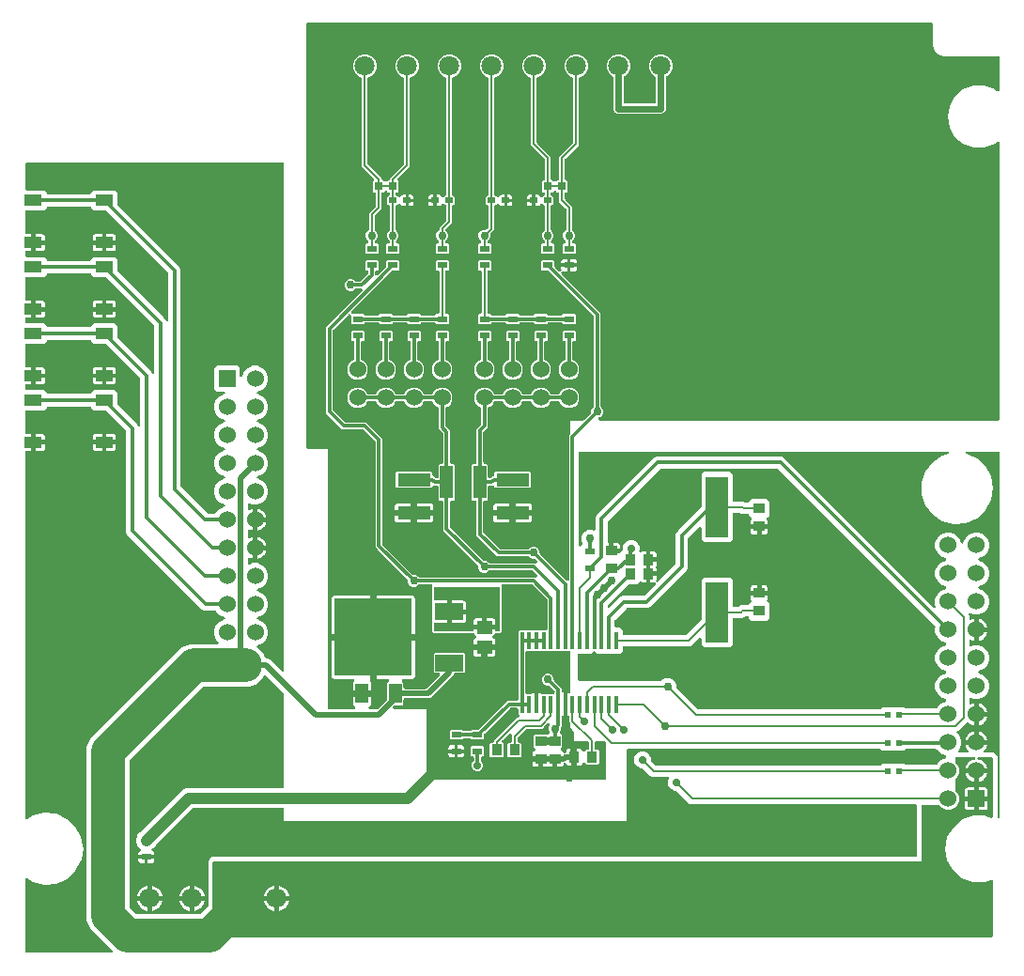
<source format=gbr>
G04 EAGLE Gerber RS-274X export*
G75*
%MOMM*%
%FSLAX34Y34*%
%LPD*%
%INTop Copper*%
%IPPOS*%
%AMOC8*
5,1,8,0,0,1.08239X$1,22.5*%
G01*
%ADD10R,0.406800X1.571900*%
%ADD11R,0.950000X1.000000*%
%ADD12R,0.600000X0.600000*%
%ADD13R,0.889000X0.609600*%
%ADD14R,1.000000X0.950000*%
%ADD15R,2.000000X5.500000*%
%ADD16R,1.150000X3.000000*%
%ADD17R,3.000000X1.150000*%
%ADD18R,0.762000X0.762000*%
%ADD19R,0.762000X0.254000*%
%ADD20R,0.700000X0.500000*%
%ADD21C,1.800000*%
%ADD22R,1.530000X1.530000*%
%ADD23C,1.530000*%
%ADD24R,1.450000X1.150000*%
%ADD25R,1.150000X1.800000*%
%ADD26R,2.500000X1.500000*%
%ADD27R,7.000000X7.000000*%
%ADD28R,1.600000X1.000000*%
%ADD29C,0.304800*%
%ADD30C,0.756400*%
%ADD31C,0.706400*%
%ADD32C,0.203200*%
%ADD33C,1.016000*%
%ADD34C,0.508000*%
%ADD35C,3.048000*%
%ADD36C,0.635000*%
%ADD37C,0.609600*%

G36*
X82576Y-268220D02*
X82576Y-268220D01*
X82602Y-268222D01*
X82749Y-268200D01*
X82896Y-268183D01*
X82921Y-268175D01*
X82947Y-268171D01*
X83085Y-268116D01*
X83224Y-268066D01*
X83246Y-268052D01*
X83271Y-268042D01*
X83392Y-267957D01*
X83517Y-267877D01*
X83535Y-267858D01*
X83557Y-267843D01*
X83656Y-267733D01*
X83759Y-267626D01*
X83773Y-267604D01*
X83790Y-267584D01*
X83862Y-267454D01*
X83938Y-267327D01*
X83946Y-267302D01*
X83959Y-267279D01*
X83999Y-267136D01*
X84044Y-266995D01*
X84046Y-266969D01*
X84054Y-266944D01*
X84073Y-266700D01*
X84073Y-234950D01*
X84070Y-234924D01*
X84072Y-234898D01*
X84050Y-234751D01*
X84033Y-234604D01*
X84025Y-234579D01*
X84021Y-234553D01*
X83966Y-234415D01*
X83916Y-234276D01*
X83902Y-234254D01*
X83892Y-234229D01*
X83807Y-234108D01*
X83727Y-233983D01*
X83708Y-233965D01*
X83693Y-233943D01*
X83583Y-233844D01*
X83476Y-233741D01*
X83454Y-233727D01*
X83434Y-233710D01*
X83304Y-233638D01*
X83177Y-233562D01*
X83152Y-233554D01*
X83129Y-233541D01*
X82986Y-233501D01*
X82845Y-233456D01*
X82819Y-233454D01*
X82794Y-233446D01*
X82550Y-233427D01*
X75564Y-233427D01*
X75538Y-233430D01*
X75512Y-233428D01*
X75365Y-233450D01*
X75218Y-233467D01*
X75193Y-233475D01*
X75167Y-233479D01*
X75029Y-233534D01*
X74890Y-233584D01*
X74868Y-233598D01*
X74843Y-233608D01*
X74722Y-233693D01*
X74597Y-233773D01*
X74579Y-233792D01*
X74557Y-233807D01*
X74458Y-233917D01*
X74355Y-234024D01*
X74341Y-234046D01*
X74324Y-234066D01*
X74252Y-234196D01*
X74176Y-234323D01*
X74168Y-234348D01*
X74155Y-234371D01*
X74115Y-234514D01*
X74070Y-234655D01*
X74068Y-234681D01*
X74060Y-234706D01*
X74041Y-234950D01*
X74041Y-239602D01*
X74044Y-239628D01*
X74042Y-239654D01*
X74064Y-239801D01*
X74081Y-239948D01*
X74089Y-239973D01*
X74093Y-239999D01*
X74148Y-240137D01*
X74198Y-240276D01*
X74212Y-240298D01*
X74222Y-240323D01*
X74307Y-240444D01*
X74387Y-240569D01*
X74406Y-240587D01*
X74421Y-240609D01*
X74531Y-240708D01*
X74638Y-240811D01*
X74660Y-240825D01*
X74680Y-240842D01*
X74810Y-240914D01*
X74937Y-240990D01*
X74962Y-240998D01*
X74985Y-241011D01*
X75128Y-241051D01*
X75269Y-241096D01*
X75295Y-241098D01*
X75320Y-241106D01*
X75564Y-241125D01*
X76882Y-241125D01*
X77775Y-242018D01*
X77775Y-253282D01*
X76882Y-254175D01*
X66118Y-254175D01*
X65104Y-253160D01*
X65064Y-253128D01*
X65029Y-253090D01*
X64928Y-253020D01*
X64831Y-252943D01*
X64784Y-252921D01*
X64742Y-252892D01*
X64627Y-252847D01*
X64515Y-252794D01*
X64466Y-252784D01*
X64418Y-252765D01*
X64296Y-252747D01*
X64175Y-252721D01*
X64124Y-252722D01*
X64073Y-252714D01*
X63950Y-252725D01*
X63826Y-252727D01*
X63777Y-252739D01*
X63726Y-252744D01*
X63608Y-252782D01*
X63488Y-252812D01*
X63443Y-252835D01*
X63394Y-252851D01*
X63289Y-252915D01*
X63178Y-252972D01*
X63140Y-253005D01*
X63096Y-253031D01*
X63007Y-253117D01*
X62913Y-253197D01*
X62883Y-253238D01*
X62846Y-253274D01*
X62707Y-253475D01*
X62283Y-254210D01*
X61810Y-254683D01*
X61231Y-255018D01*
X60585Y-255191D01*
X57874Y-255191D01*
X57874Y-248501D01*
X57871Y-248475D01*
X57873Y-248449D01*
X57851Y-248302D01*
X57834Y-248155D01*
X57826Y-248130D01*
X57822Y-248104D01*
X57767Y-247967D01*
X57717Y-247827D01*
X57703Y-247805D01*
X57693Y-247780D01*
X57608Y-247659D01*
X57606Y-247656D01*
X57663Y-247553D01*
X57739Y-247426D01*
X57747Y-247401D01*
X57760Y-247378D01*
X57800Y-247235D01*
X57845Y-247094D01*
X57847Y-247068D01*
X57855Y-247043D01*
X57874Y-246799D01*
X57874Y-240109D01*
X60585Y-240109D01*
X61231Y-240282D01*
X61810Y-240617D01*
X62283Y-241090D01*
X62707Y-241825D01*
X62738Y-241866D01*
X62761Y-241911D01*
X62841Y-242005D01*
X62915Y-242105D01*
X62954Y-242138D01*
X62987Y-242176D01*
X63086Y-242250D01*
X63181Y-242330D01*
X63226Y-242353D01*
X63267Y-242384D01*
X63381Y-242433D01*
X63491Y-242489D01*
X63540Y-242501D01*
X63587Y-242522D01*
X63709Y-242543D01*
X63829Y-242573D01*
X63880Y-242574D01*
X63930Y-242583D01*
X64054Y-242577D01*
X64177Y-242579D01*
X64227Y-242568D01*
X64278Y-242565D01*
X64397Y-242531D01*
X64518Y-242505D01*
X64564Y-242483D01*
X64613Y-242469D01*
X64721Y-242408D01*
X64833Y-242355D01*
X64873Y-242324D01*
X64917Y-242299D01*
X65104Y-242140D01*
X66118Y-241125D01*
X67436Y-241125D01*
X67462Y-241122D01*
X67488Y-241124D01*
X67635Y-241102D01*
X67782Y-241085D01*
X67807Y-241077D01*
X67833Y-241073D01*
X67971Y-241018D01*
X68110Y-240968D01*
X68132Y-240954D01*
X68157Y-240944D01*
X68278Y-240859D01*
X68403Y-240779D01*
X68421Y-240760D01*
X68443Y-240745D01*
X68542Y-240635D01*
X68645Y-240528D01*
X68659Y-240506D01*
X68676Y-240486D01*
X68748Y-240356D01*
X68824Y-240229D01*
X68832Y-240204D01*
X68845Y-240181D01*
X68885Y-240039D01*
X68930Y-239897D01*
X68932Y-239871D01*
X68940Y-239846D01*
X68959Y-239602D01*
X68959Y-234950D01*
X68956Y-234924D01*
X68958Y-234898D01*
X68936Y-234751D01*
X68919Y-234604D01*
X68911Y-234579D01*
X68907Y-234553D01*
X68852Y-234415D01*
X68802Y-234276D01*
X68788Y-234254D01*
X68778Y-234229D01*
X68693Y-234108D01*
X68613Y-233983D01*
X68594Y-233965D01*
X68579Y-233943D01*
X68469Y-233844D01*
X68362Y-233741D01*
X68340Y-233727D01*
X68320Y-233710D01*
X68190Y-233638D01*
X68063Y-233562D01*
X68038Y-233554D01*
X68015Y-233541D01*
X67872Y-233501D01*
X67731Y-233456D01*
X67705Y-233454D01*
X67680Y-233446D01*
X67436Y-233427D01*
X52323Y-233427D01*
X52323Y-217837D01*
X52309Y-217712D01*
X52302Y-217586D01*
X52289Y-217539D01*
X52283Y-217491D01*
X52241Y-217372D01*
X52206Y-217251D01*
X52182Y-217209D01*
X52166Y-217163D01*
X52097Y-217057D01*
X52036Y-216946D01*
X51996Y-216900D01*
X51977Y-216870D01*
X51942Y-216837D01*
X51877Y-216760D01*
X51509Y-216392D01*
X51509Y-212090D01*
X51506Y-212064D01*
X51508Y-212038D01*
X51486Y-211892D01*
X51469Y-211744D01*
X51461Y-211720D01*
X51457Y-211694D01*
X51402Y-211556D01*
X51352Y-211416D01*
X51338Y-211394D01*
X51328Y-211370D01*
X51243Y-211248D01*
X51163Y-211123D01*
X51144Y-211105D01*
X51129Y-211084D01*
X51019Y-210985D01*
X50912Y-210881D01*
X50890Y-210868D01*
X50870Y-210850D01*
X50740Y-210778D01*
X50613Y-210702D01*
X50588Y-210694D01*
X50565Y-210682D01*
X50422Y-210641D01*
X50281Y-210596D01*
X50255Y-210594D01*
X50230Y-210587D01*
X49986Y-210567D01*
X49073Y-210567D01*
X49073Y-200167D01*
X49073Y-189767D01*
X49919Y-189767D01*
X50406Y-189897D01*
X50456Y-189905D01*
X50505Y-189920D01*
X50628Y-189930D01*
X50751Y-189948D01*
X50801Y-189944D01*
X50852Y-189948D01*
X50975Y-189930D01*
X51098Y-189920D01*
X51146Y-189904D01*
X51197Y-189897D01*
X51312Y-189851D01*
X51430Y-189813D01*
X51473Y-189787D01*
X51521Y-189768D01*
X51622Y-189697D01*
X51728Y-189634D01*
X51765Y-189598D01*
X51807Y-189569D01*
X51890Y-189477D01*
X51979Y-189391D01*
X52006Y-189348D01*
X52040Y-189310D01*
X52100Y-189202D01*
X52167Y-189098D01*
X52184Y-189050D01*
X52209Y-189005D01*
X52242Y-188886D01*
X52284Y-188770D01*
X52290Y-188719D01*
X52304Y-188670D01*
X52323Y-188426D01*
X52323Y-153640D01*
X52320Y-153614D01*
X52322Y-153588D01*
X52300Y-153442D01*
X52283Y-153294D01*
X52275Y-153270D01*
X52271Y-153244D01*
X52216Y-153106D01*
X52166Y-152966D01*
X52152Y-152944D01*
X52142Y-152920D01*
X52057Y-152798D01*
X51977Y-152673D01*
X51958Y-152655D01*
X51943Y-152634D01*
X51833Y-152535D01*
X51726Y-152431D01*
X51704Y-152418D01*
X51684Y-152400D01*
X51554Y-152328D01*
X51427Y-152252D01*
X51402Y-152244D01*
X51379Y-152232D01*
X51236Y-152191D01*
X51095Y-152146D01*
X51069Y-152144D01*
X51044Y-152137D01*
X50800Y-152117D01*
X13122Y-152117D01*
X13096Y-152120D01*
X13070Y-152118D01*
X12923Y-152140D01*
X12776Y-152157D01*
X12751Y-152166D01*
X12725Y-152170D01*
X12587Y-152225D01*
X12448Y-152275D01*
X12426Y-152289D01*
X12401Y-152299D01*
X12280Y-152383D01*
X12155Y-152464D01*
X12137Y-152483D01*
X12115Y-152497D01*
X12016Y-152607D01*
X11913Y-152714D01*
X11899Y-152737D01*
X11882Y-152756D01*
X11810Y-152886D01*
X11734Y-153013D01*
X11726Y-153038D01*
X11713Y-153061D01*
X11673Y-153204D01*
X11628Y-153345D01*
X11626Y-153371D01*
X11618Y-153397D01*
X11599Y-153640D01*
X11599Y-189260D01*
X11602Y-189286D01*
X11600Y-189312D01*
X11622Y-189458D01*
X11639Y-189606D01*
X11647Y-189630D01*
X11651Y-189656D01*
X11706Y-189794D01*
X11756Y-189934D01*
X11770Y-189956D01*
X11780Y-189980D01*
X11865Y-190102D01*
X11945Y-190227D01*
X11964Y-190245D01*
X11979Y-190266D01*
X12089Y-190365D01*
X12196Y-190469D01*
X12218Y-190482D01*
X12238Y-190500D01*
X12368Y-190572D01*
X12495Y-190648D01*
X12520Y-190656D01*
X12543Y-190668D01*
X12686Y-190709D01*
X12827Y-190754D01*
X12853Y-190756D01*
X12878Y-190763D01*
X13122Y-190783D01*
X16817Y-190783D01*
X16942Y-190768D01*
X17068Y-190762D01*
X17115Y-190748D01*
X17163Y-190743D01*
X17282Y-190700D01*
X17403Y-190665D01*
X17445Y-190642D01*
X17491Y-190625D01*
X17597Y-190557D01*
X17707Y-190495D01*
X17754Y-190456D01*
X17784Y-190436D01*
X17817Y-190402D01*
X17894Y-190337D01*
X17956Y-190274D01*
X18535Y-189940D01*
X19181Y-189767D01*
X20027Y-189767D01*
X20027Y-200167D01*
X20030Y-200193D01*
X20027Y-200219D01*
X20049Y-200366D01*
X20066Y-200513D01*
X20075Y-200538D01*
X20079Y-200564D01*
X20134Y-200702D01*
X20184Y-200841D01*
X20198Y-200863D01*
X20208Y-200887D01*
X20292Y-201009D01*
X20373Y-201134D01*
X20392Y-201152D01*
X20407Y-201174D01*
X20517Y-201273D01*
X20624Y-201376D01*
X20646Y-201389D01*
X20666Y-201407D01*
X20796Y-201479D01*
X20923Y-201555D01*
X20948Y-201563D01*
X20971Y-201576D01*
X21114Y-201616D01*
X21255Y-201661D01*
X21281Y-201663D01*
X21306Y-201670D01*
X21550Y-201690D01*
X21576Y-201687D01*
X21602Y-201689D01*
X21749Y-201667D01*
X21896Y-201650D01*
X21921Y-201641D01*
X21947Y-201637D01*
X22085Y-201583D01*
X22224Y-201533D01*
X22247Y-201518D01*
X22271Y-201509D01*
X22392Y-201424D01*
X22517Y-201344D01*
X22536Y-201325D01*
X22557Y-201310D01*
X22656Y-201200D01*
X22759Y-201093D01*
X22773Y-201070D01*
X22790Y-201051D01*
X22862Y-200921D01*
X22938Y-200794D01*
X22946Y-200769D01*
X22959Y-200746D01*
X22999Y-200603D01*
X23045Y-200462D01*
X23047Y-200436D01*
X23054Y-200410D01*
X23073Y-200167D01*
X23073Y-189767D01*
X23919Y-189767D01*
X24565Y-189940D01*
X25144Y-190274D01*
X25206Y-190337D01*
X25305Y-190415D01*
X25399Y-190500D01*
X25441Y-190523D01*
X25479Y-190553D01*
X25593Y-190607D01*
X25704Y-190668D01*
X25751Y-190682D01*
X25794Y-190702D01*
X25918Y-190729D01*
X26040Y-190763D01*
X26100Y-190768D01*
X26135Y-190776D01*
X26183Y-190775D01*
X26283Y-190783D01*
X36478Y-190783D01*
X36504Y-190780D01*
X36530Y-190782D01*
X36677Y-190760D01*
X36824Y-190743D01*
X36849Y-190734D01*
X36875Y-190730D01*
X37013Y-190675D01*
X37152Y-190625D01*
X37174Y-190611D01*
X37199Y-190601D01*
X37320Y-190517D01*
X37445Y-190436D01*
X37463Y-190417D01*
X37485Y-190403D01*
X37584Y-190293D01*
X37687Y-190186D01*
X37701Y-190163D01*
X37718Y-190144D01*
X37790Y-190014D01*
X37866Y-189887D01*
X37874Y-189862D01*
X37887Y-189839D01*
X37927Y-189696D01*
X37972Y-189555D01*
X37974Y-189529D01*
X37982Y-189503D01*
X38001Y-189260D01*
X38001Y-188994D01*
X37999Y-188976D01*
X38000Y-188962D01*
X37989Y-188883D01*
X37987Y-188868D01*
X37980Y-188742D01*
X37967Y-188696D01*
X37961Y-188648D01*
X37919Y-188529D01*
X37884Y-188407D01*
X37860Y-188365D01*
X37844Y-188319D01*
X37775Y-188213D01*
X37714Y-188103D01*
X37674Y-188057D01*
X37655Y-188027D01*
X37620Y-187993D01*
X37555Y-187917D01*
X33191Y-183553D01*
X33092Y-183474D01*
X32998Y-183390D01*
X32956Y-183366D01*
X32918Y-183336D01*
X32804Y-183282D01*
X32693Y-183221D01*
X32647Y-183208D01*
X32603Y-183187D01*
X32480Y-183161D01*
X32358Y-183126D01*
X32297Y-183121D01*
X32262Y-183114D01*
X32214Y-183115D01*
X32114Y-183107D01*
X30694Y-183107D01*
X28744Y-182299D01*
X27251Y-180806D01*
X26443Y-178856D01*
X26443Y-176744D01*
X27251Y-174794D01*
X28744Y-173301D01*
X30694Y-172493D01*
X32806Y-172493D01*
X34756Y-173301D01*
X36249Y-174794D01*
X37057Y-176744D01*
X37057Y-178164D01*
X37071Y-178290D01*
X37078Y-178416D01*
X37091Y-178462D01*
X37097Y-178510D01*
X37139Y-178629D01*
X37174Y-178751D01*
X37198Y-178793D01*
X37214Y-178839D01*
X37283Y-178945D01*
X37344Y-179055D01*
X37384Y-179101D01*
X37403Y-179131D01*
X37438Y-179165D01*
X37503Y-179241D01*
X44099Y-185837D01*
X44099Y-188244D01*
X44102Y-188270D01*
X44100Y-188296D01*
X44122Y-188442D01*
X44139Y-188590D01*
X44147Y-188614D01*
X44151Y-188640D01*
X44206Y-188778D01*
X44256Y-188918D01*
X44270Y-188940D01*
X44280Y-188964D01*
X44365Y-189086D01*
X44445Y-189211D01*
X44464Y-189229D01*
X44479Y-189250D01*
X44589Y-189349D01*
X44696Y-189453D01*
X44718Y-189466D01*
X44738Y-189484D01*
X44868Y-189556D01*
X44995Y-189632D01*
X45020Y-189640D01*
X45043Y-189652D01*
X45186Y-189693D01*
X45327Y-189738D01*
X45353Y-189740D01*
X45378Y-189747D01*
X45622Y-189767D01*
X46027Y-189767D01*
X46027Y-200167D01*
X46027Y-210567D01*
X45622Y-210567D01*
X45596Y-210570D01*
X45570Y-210568D01*
X45423Y-210590D01*
X45276Y-210607D01*
X45251Y-210616D01*
X45225Y-210620D01*
X45087Y-210675D01*
X44948Y-210725D01*
X44926Y-210739D01*
X44901Y-210749D01*
X44780Y-210833D01*
X44655Y-210914D01*
X44637Y-210933D01*
X44615Y-210947D01*
X44516Y-211057D01*
X44413Y-211164D01*
X44399Y-211187D01*
X44382Y-211206D01*
X44310Y-211336D01*
X44234Y-211463D01*
X44226Y-211488D01*
X44213Y-211511D01*
X44173Y-211654D01*
X44128Y-211795D01*
X44126Y-211821D01*
X44118Y-211847D01*
X44099Y-212090D01*
X44099Y-220563D01*
X43853Y-220809D01*
X43774Y-220908D01*
X43690Y-221002D01*
X43666Y-221044D01*
X43636Y-221082D01*
X43582Y-221196D01*
X43521Y-221307D01*
X43508Y-221353D01*
X43487Y-221397D01*
X43461Y-221520D01*
X43426Y-221642D01*
X43421Y-221703D01*
X43414Y-221738D01*
X43415Y-221786D01*
X43407Y-221886D01*
X43407Y-223306D01*
X42738Y-224919D01*
X42697Y-225064D01*
X42651Y-225207D01*
X42649Y-225231D01*
X42643Y-225254D01*
X42635Y-225405D01*
X42623Y-225554D01*
X42627Y-225578D01*
X42626Y-225602D01*
X42653Y-225750D01*
X42675Y-225899D01*
X42684Y-225921D01*
X42688Y-225945D01*
X42748Y-226083D01*
X42804Y-226223D01*
X42818Y-226243D01*
X42827Y-226265D01*
X42917Y-226386D01*
X43003Y-226509D01*
X43021Y-226525D01*
X43035Y-226545D01*
X43150Y-226642D01*
X43261Y-226742D01*
X43283Y-226754D01*
X43301Y-226770D01*
X43435Y-226838D01*
X43566Y-226911D01*
X43590Y-226917D01*
X43611Y-226928D01*
X43643Y-226936D01*
X44625Y-227918D01*
X44625Y-238682D01*
X43610Y-239696D01*
X43578Y-239736D01*
X43540Y-239771D01*
X43470Y-239872D01*
X43393Y-239969D01*
X43371Y-240016D01*
X43342Y-240058D01*
X43297Y-240173D01*
X43244Y-240285D01*
X43234Y-240334D01*
X43215Y-240382D01*
X43197Y-240504D01*
X43171Y-240625D01*
X43172Y-240676D01*
X43164Y-240727D01*
X43175Y-240850D01*
X43177Y-240974D01*
X43189Y-241023D01*
X43194Y-241074D01*
X43232Y-241192D01*
X43262Y-241312D01*
X43285Y-241357D01*
X43301Y-241406D01*
X43365Y-241511D01*
X43422Y-241622D01*
X43455Y-241660D01*
X43481Y-241704D01*
X43567Y-241793D01*
X43647Y-241887D01*
X43688Y-241917D01*
X43724Y-241954D01*
X43925Y-242093D01*
X44660Y-242517D01*
X45133Y-242990D01*
X45367Y-243395D01*
X45441Y-243495D01*
X45509Y-243600D01*
X45545Y-243635D01*
X45574Y-243675D01*
X45670Y-243756D01*
X45760Y-243843D01*
X45802Y-243868D01*
X45840Y-243900D01*
X45952Y-243957D01*
X46059Y-244021D01*
X46106Y-244037D01*
X46150Y-244059D01*
X46272Y-244090D01*
X46391Y-244128D01*
X46440Y-244132D01*
X46488Y-244144D01*
X46614Y-244146D01*
X46738Y-244156D01*
X46787Y-244148D01*
X46837Y-244149D01*
X46959Y-244122D01*
X47083Y-244104D01*
X47129Y-244086D01*
X47178Y-244075D01*
X47291Y-244021D01*
X47407Y-243975D01*
X47448Y-243947D01*
X47492Y-243926D01*
X47590Y-243848D01*
X47693Y-243776D01*
X47726Y-243739D01*
X47765Y-243708D01*
X47843Y-243610D01*
X47926Y-243517D01*
X47950Y-243474D01*
X47981Y-243435D01*
X48034Y-243322D01*
X48095Y-243212D01*
X48108Y-243165D01*
X48129Y-243120D01*
X48156Y-242998D01*
X48190Y-242877D01*
X48195Y-242815D01*
X48202Y-242779D01*
X48201Y-242731D01*
X48209Y-242633D01*
X48209Y-242315D01*
X48382Y-241669D01*
X48717Y-241090D01*
X49190Y-240617D01*
X49769Y-240282D01*
X50415Y-240109D01*
X53126Y-240109D01*
X53126Y-245276D01*
X47164Y-245276D01*
X47138Y-245279D01*
X47112Y-245277D01*
X46965Y-245299D01*
X46818Y-245316D01*
X46793Y-245324D01*
X46767Y-245328D01*
X46629Y-245383D01*
X46490Y-245433D01*
X46468Y-245447D01*
X46443Y-245457D01*
X46322Y-245542D01*
X46197Y-245622D01*
X46179Y-245641D01*
X46157Y-245656D01*
X46058Y-245766D01*
X45955Y-245873D01*
X45941Y-245895D01*
X45924Y-245915D01*
X45852Y-246045D01*
X45776Y-246172D01*
X45768Y-246197D01*
X45755Y-246220D01*
X45715Y-246363D01*
X45670Y-246504D01*
X45668Y-246530D01*
X45660Y-246555D01*
X45641Y-246799D01*
X45641Y-246926D01*
X38951Y-246926D01*
X38925Y-246929D01*
X38899Y-246927D01*
X38752Y-246949D01*
X38605Y-246966D01*
X38580Y-246974D01*
X38554Y-246978D01*
X38417Y-247033D01*
X38277Y-247083D01*
X38255Y-247097D01*
X38230Y-247107D01*
X38109Y-247192D01*
X38106Y-247194D01*
X38003Y-247137D01*
X37876Y-247061D01*
X37851Y-247053D01*
X37828Y-247040D01*
X37685Y-247000D01*
X37544Y-246955D01*
X37518Y-246952D01*
X37493Y-246945D01*
X37249Y-246926D01*
X26251Y-246926D01*
X26225Y-246929D01*
X26199Y-246927D01*
X26052Y-246949D01*
X25905Y-246966D01*
X25880Y-246974D01*
X25854Y-246978D01*
X25717Y-247033D01*
X25577Y-247083D01*
X25555Y-247097D01*
X25530Y-247107D01*
X25409Y-247192D01*
X25406Y-247194D01*
X25303Y-247137D01*
X25176Y-247061D01*
X25151Y-247053D01*
X25128Y-247040D01*
X24985Y-247000D01*
X24844Y-246955D01*
X24818Y-246952D01*
X24793Y-246945D01*
X24549Y-246926D01*
X17859Y-246926D01*
X17859Y-244215D01*
X18032Y-243569D01*
X18367Y-242990D01*
X18840Y-242517D01*
X19575Y-242093D01*
X19616Y-242062D01*
X19661Y-242039D01*
X19755Y-241959D01*
X19855Y-241885D01*
X19888Y-241846D01*
X19926Y-241813D01*
X20000Y-241714D01*
X20080Y-241619D01*
X20103Y-241574D01*
X20134Y-241533D01*
X20183Y-241419D01*
X20239Y-241309D01*
X20251Y-241260D01*
X20272Y-241213D01*
X20293Y-241091D01*
X20323Y-240971D01*
X20324Y-240920D01*
X20333Y-240870D01*
X20327Y-240746D01*
X20329Y-240623D01*
X20318Y-240573D01*
X20315Y-240522D01*
X20281Y-240403D01*
X20255Y-240282D01*
X20233Y-240236D01*
X20219Y-240187D01*
X20158Y-240079D01*
X20105Y-239967D01*
X20074Y-239927D01*
X20049Y-239883D01*
X19890Y-239696D01*
X18875Y-238682D01*
X18875Y-227918D01*
X19768Y-227025D01*
X31246Y-227025D01*
X31261Y-227032D01*
X31287Y-227038D01*
X31311Y-227048D01*
X31457Y-227074D01*
X31602Y-227106D01*
X31628Y-227105D01*
X31654Y-227110D01*
X31802Y-227102D01*
X31950Y-227100D01*
X31976Y-227093D01*
X32002Y-227092D01*
X32144Y-227051D01*
X32288Y-227015D01*
X32312Y-227002D01*
X32328Y-226998D01*
X32354Y-226996D01*
X32377Y-226988D01*
X32401Y-226985D01*
X32542Y-226935D01*
X32685Y-226889D01*
X32706Y-226876D01*
X32729Y-226868D01*
X32855Y-226786D01*
X32984Y-226709D01*
X33001Y-226692D01*
X33021Y-226679D01*
X33126Y-226571D01*
X33234Y-226466D01*
X33247Y-226446D01*
X33264Y-226428D01*
X33341Y-226299D01*
X33422Y-226173D01*
X33430Y-226150D01*
X33442Y-226129D01*
X33488Y-225986D01*
X33539Y-225844D01*
X33541Y-225820D01*
X33549Y-225797D01*
X33561Y-225648D01*
X33578Y-225498D01*
X33575Y-225474D01*
X33577Y-225450D01*
X33554Y-225301D01*
X33537Y-225152D01*
X33528Y-225124D01*
X33525Y-225105D01*
X33507Y-225061D01*
X33462Y-224919D01*
X32793Y-223306D01*
X32793Y-221194D01*
X33599Y-219248D01*
X33613Y-219200D01*
X33635Y-219154D01*
X33661Y-219033D01*
X33695Y-218913D01*
X33698Y-218862D01*
X33708Y-218813D01*
X33706Y-218689D01*
X33712Y-218565D01*
X33703Y-218515D01*
X33702Y-218465D01*
X33672Y-218344D01*
X33650Y-218222D01*
X33630Y-218176D01*
X33617Y-218127D01*
X33560Y-218016D01*
X33511Y-217902D01*
X33481Y-217862D01*
X33458Y-217817D01*
X33377Y-217722D01*
X33303Y-217623D01*
X33264Y-217590D01*
X33232Y-217552D01*
X33132Y-217478D01*
X33037Y-217397D01*
X32992Y-217375D01*
X32951Y-217345D01*
X32837Y-217295D01*
X32727Y-217239D01*
X32678Y-217227D01*
X32631Y-217207D01*
X32509Y-217185D01*
X32388Y-217155D01*
X32338Y-217154D01*
X32288Y-217145D01*
X32164Y-217151D01*
X32040Y-217149D01*
X31991Y-217160D01*
X31940Y-217163D01*
X31821Y-217197D01*
X31699Y-217224D01*
X31654Y-217245D01*
X31606Y-217259D01*
X31497Y-217320D01*
X31385Y-217374D01*
X31345Y-217405D01*
X31301Y-217430D01*
X31115Y-217588D01*
X31112Y-217591D01*
X28387Y-220316D01*
X26452Y-222251D01*
X13113Y-222251D01*
X12988Y-222265D01*
X12862Y-222272D01*
X12815Y-222285D01*
X12767Y-222291D01*
X12648Y-222333D01*
X12527Y-222368D01*
X12485Y-222392D01*
X12439Y-222408D01*
X12333Y-222477D01*
X12223Y-222538D01*
X12176Y-222578D01*
X12146Y-222597D01*
X12113Y-222632D01*
X12036Y-222697D01*
X4637Y-230096D01*
X4558Y-230195D01*
X4474Y-230289D01*
X4450Y-230331D01*
X4420Y-230369D01*
X4366Y-230483D01*
X4305Y-230594D01*
X4292Y-230641D01*
X4271Y-230684D01*
X4245Y-230808D01*
X4210Y-230930D01*
X4205Y-230990D01*
X4198Y-231025D01*
X4199Y-231073D01*
X4191Y-231173D01*
X4191Y-233252D01*
X4194Y-233278D01*
X4192Y-233304D01*
X4214Y-233451D01*
X4231Y-233598D01*
X4239Y-233623D01*
X4243Y-233649D01*
X4298Y-233787D01*
X4348Y-233926D01*
X4362Y-233948D01*
X4372Y-233973D01*
X4457Y-234094D01*
X4537Y-234219D01*
X4556Y-234237D01*
X4571Y-234259D01*
X4681Y-234358D01*
X4788Y-234461D01*
X4810Y-234475D01*
X4830Y-234492D01*
X4960Y-234564D01*
X5087Y-234640D01*
X5112Y-234648D01*
X5135Y-234661D01*
X5278Y-234701D01*
X5419Y-234746D01*
X5445Y-234748D01*
X5470Y-234756D01*
X5714Y-234775D01*
X7032Y-234775D01*
X7925Y-235668D01*
X7925Y-246932D01*
X7032Y-247825D01*
X-3732Y-247825D01*
X-4625Y-246932D01*
X-4625Y-235668D01*
X-3732Y-234775D01*
X-2414Y-234775D01*
X-2388Y-234772D01*
X-2362Y-234774D01*
X-2215Y-234752D01*
X-2068Y-234735D01*
X-2043Y-234727D01*
X-2017Y-234723D01*
X-1879Y-234668D01*
X-1740Y-234618D01*
X-1718Y-234604D01*
X-1693Y-234594D01*
X-1572Y-234509D01*
X-1447Y-234429D01*
X-1429Y-234410D01*
X-1407Y-234395D01*
X-1308Y-234285D01*
X-1205Y-234178D01*
X-1191Y-234156D01*
X-1174Y-234136D01*
X-1102Y-234006D01*
X-1026Y-233879D01*
X-1018Y-233854D01*
X-1005Y-233831D01*
X-965Y-233688D01*
X-920Y-233547D01*
X-918Y-233521D01*
X-910Y-233496D01*
X-891Y-233252D01*
X-891Y-227871D01*
X-902Y-227771D01*
X-904Y-227671D01*
X-922Y-227599D01*
X-931Y-227525D01*
X-964Y-227431D01*
X-989Y-227333D01*
X-1023Y-227267D01*
X-1048Y-227197D01*
X-1103Y-227113D01*
X-1149Y-227023D01*
X-1197Y-226967D01*
X-1237Y-226904D01*
X-1309Y-226834D01*
X-1374Y-226758D01*
X-1434Y-226714D01*
X-1488Y-226662D01*
X-1574Y-226610D01*
X-1655Y-226551D01*
X-1723Y-226521D01*
X-1787Y-226483D01*
X-1883Y-226453D01*
X-1975Y-226413D01*
X-2048Y-226400D01*
X-2119Y-226377D01*
X-2219Y-226369D01*
X-2318Y-226351D01*
X-2392Y-226355D01*
X-2466Y-226349D01*
X-2566Y-226364D01*
X-2666Y-226369D01*
X-2737Y-226390D01*
X-2811Y-226401D01*
X-2904Y-226438D01*
X-3001Y-226466D01*
X-3066Y-226502D01*
X-3135Y-226529D01*
X-3217Y-226587D01*
X-3305Y-226636D01*
X-3381Y-226701D01*
X-3421Y-226728D01*
X-3445Y-226755D01*
X-3491Y-226794D01*
X-9143Y-232446D01*
X-9159Y-232467D01*
X-9180Y-232484D01*
X-9268Y-232603D01*
X-9360Y-232719D01*
X-9371Y-232743D01*
X-9387Y-232764D01*
X-9445Y-232900D01*
X-9509Y-233034D01*
X-9514Y-233060D01*
X-9525Y-233084D01*
X-9551Y-233230D01*
X-9582Y-233375D01*
X-9582Y-233401D01*
X-9586Y-233427D01*
X-9579Y-233576D01*
X-9576Y-233724D01*
X-9570Y-233749D01*
X-9568Y-233775D01*
X-9527Y-233918D01*
X-9491Y-234062D01*
X-9479Y-234085D01*
X-9472Y-234110D01*
X-9399Y-234240D01*
X-9332Y-234371D01*
X-9315Y-234391D01*
X-9302Y-234414D01*
X-9143Y-234601D01*
X-8075Y-235668D01*
X-8075Y-246932D01*
X-8968Y-247825D01*
X-19732Y-247825D01*
X-20625Y-246932D01*
X-20625Y-235668D01*
X-19732Y-234775D01*
X-18414Y-234775D01*
X-18388Y-234772D01*
X-18362Y-234774D01*
X-18215Y-234752D01*
X-18068Y-234735D01*
X-18043Y-234727D01*
X-18017Y-234723D01*
X-17879Y-234668D01*
X-17740Y-234618D01*
X-17718Y-234604D01*
X-17693Y-234594D01*
X-17572Y-234509D01*
X-17447Y-234429D01*
X-17429Y-234410D01*
X-17407Y-234395D01*
X-17308Y-234285D01*
X-17205Y-234178D01*
X-17191Y-234156D01*
X-17174Y-234136D01*
X-17102Y-234006D01*
X-17026Y-233879D01*
X-17018Y-233854D01*
X-17005Y-233831D01*
X-16965Y-233688D01*
X-16920Y-233547D01*
X-16918Y-233521D01*
X-16910Y-233496D01*
X-16891Y-233252D01*
X-16891Y-233008D01*
X-14956Y-231073D01*
X4028Y-212089D01*
X4745Y-212089D01*
X4845Y-212078D01*
X4945Y-212076D01*
X5017Y-212058D01*
X5091Y-212049D01*
X5186Y-212016D01*
X5283Y-211991D01*
X5349Y-211957D01*
X5419Y-211932D01*
X5504Y-211877D01*
X5593Y-211831D01*
X5650Y-211783D01*
X5712Y-211743D01*
X5782Y-211671D01*
X5858Y-211606D01*
X5903Y-211546D01*
X5954Y-211492D01*
X6006Y-211406D01*
X6066Y-211325D01*
X6095Y-211257D01*
X6133Y-211193D01*
X6164Y-211097D01*
X6204Y-211005D01*
X6217Y-210932D01*
X6239Y-210861D01*
X6247Y-210761D01*
X6265Y-210662D01*
X6261Y-210588D01*
X6267Y-210514D01*
X6252Y-210414D01*
X6247Y-210314D01*
X6227Y-210243D01*
X6216Y-210169D01*
X6179Y-210076D01*
X6151Y-209979D01*
X6114Y-209914D01*
X6087Y-209845D01*
X6030Y-209763D01*
X5981Y-209675D01*
X5915Y-209599D01*
X5888Y-209559D01*
X5862Y-209535D01*
X5822Y-209489D01*
X4991Y-208658D01*
X4991Y-204739D01*
X4988Y-204713D01*
X4990Y-204687D01*
X4968Y-204540D01*
X4951Y-204393D01*
X4943Y-204368D01*
X4939Y-204342D01*
X4884Y-204204D01*
X4834Y-204065D01*
X4820Y-204043D01*
X4810Y-204018D01*
X4725Y-203897D01*
X4645Y-203772D01*
X4626Y-203754D01*
X4611Y-203732D01*
X4501Y-203633D01*
X4394Y-203530D01*
X4372Y-203516D01*
X4352Y-203499D01*
X4222Y-203427D01*
X4095Y-203351D01*
X4070Y-203343D01*
X4047Y-203330D01*
X3904Y-203290D01*
X3763Y-203245D01*
X3737Y-203243D01*
X3712Y-203235D01*
X3468Y-203216D01*
X-1423Y-203216D01*
X-1549Y-203230D01*
X-1675Y-203237D01*
X-1721Y-203250D01*
X-1769Y-203256D01*
X-1888Y-203298D01*
X-2010Y-203333D01*
X-2052Y-203357D01*
X-2098Y-203373D01*
X-2204Y-203442D01*
X-2314Y-203503D01*
X-2360Y-203543D01*
X-2390Y-203562D01*
X-2424Y-203597D01*
X-2500Y-203662D01*
X-25334Y-226496D01*
X-25413Y-226595D01*
X-25497Y-226689D01*
X-25521Y-226731D01*
X-25551Y-226769D01*
X-25605Y-226883D01*
X-25666Y-226994D01*
X-25679Y-227040D01*
X-25700Y-227084D01*
X-25726Y-227207D01*
X-25761Y-227329D01*
X-25766Y-227390D01*
X-25773Y-227424D01*
X-25772Y-227472D01*
X-25780Y-227573D01*
X-25780Y-231137D01*
X-26673Y-232030D01*
X-36827Y-232030D01*
X-37904Y-230952D01*
X-38003Y-230873D01*
X-38097Y-230789D01*
X-38140Y-230765D01*
X-38177Y-230735D01*
X-38292Y-230681D01*
X-38402Y-230620D01*
X-38449Y-230607D01*
X-38493Y-230586D01*
X-38616Y-230560D01*
X-38738Y-230525D01*
X-38798Y-230520D01*
X-38833Y-230513D01*
X-38881Y-230514D01*
X-38982Y-230506D01*
X-43568Y-230506D01*
X-43694Y-230520D01*
X-43820Y-230527D01*
X-43867Y-230540D01*
X-43915Y-230546D01*
X-44034Y-230588D01*
X-44155Y-230623D01*
X-44197Y-230647D01*
X-44243Y-230663D01*
X-44349Y-230732D01*
X-44459Y-230793D01*
X-44506Y-230833D01*
X-44536Y-230852D01*
X-44569Y-230887D01*
X-44646Y-230952D01*
X-45723Y-232030D01*
X-55877Y-232030D01*
X-56770Y-231137D01*
X-56770Y-223777D01*
X-55877Y-222884D01*
X-45723Y-222884D01*
X-44646Y-223962D01*
X-44547Y-224041D01*
X-44453Y-224125D01*
X-44410Y-224149D01*
X-44373Y-224179D01*
X-44258Y-224233D01*
X-44148Y-224294D01*
X-44101Y-224307D01*
X-44057Y-224328D01*
X-43934Y-224354D01*
X-43812Y-224389D01*
X-43752Y-224394D01*
X-43717Y-224401D01*
X-43669Y-224400D01*
X-43568Y-224408D01*
X-38982Y-224408D01*
X-38856Y-224394D01*
X-38730Y-224387D01*
X-38683Y-224374D01*
X-38635Y-224368D01*
X-38516Y-224326D01*
X-38395Y-224291D01*
X-38353Y-224267D01*
X-38307Y-224251D01*
X-38201Y-224182D01*
X-38091Y-224121D01*
X-38044Y-224081D01*
X-38014Y-224062D01*
X-37981Y-224027D01*
X-37904Y-223962D01*
X-36827Y-222884D01*
X-30977Y-222884D01*
X-30851Y-222870D01*
X-30725Y-222863D01*
X-30679Y-222850D01*
X-30631Y-222844D01*
X-30512Y-222802D01*
X-30390Y-222767D01*
X-30348Y-222743D01*
X-30302Y-222727D01*
X-30196Y-222658D01*
X-30086Y-222597D01*
X-30040Y-222557D01*
X-30010Y-222538D01*
X-29976Y-222503D01*
X-29900Y-222438D01*
X-6812Y-199350D01*
X-4580Y-197118D01*
X3468Y-197118D01*
X3494Y-197115D01*
X3520Y-197117D01*
X3667Y-197095D01*
X3814Y-197078D01*
X3839Y-197070D01*
X3865Y-197066D01*
X4003Y-197011D01*
X4142Y-196961D01*
X4164Y-196947D01*
X4189Y-196937D01*
X4310Y-196852D01*
X4435Y-196772D01*
X4453Y-196753D01*
X4475Y-196738D01*
X4574Y-196628D01*
X4677Y-196521D01*
X4691Y-196499D01*
X4708Y-196479D01*
X4780Y-196349D01*
X4856Y-196222D01*
X4864Y-196197D01*
X4877Y-196174D01*
X4917Y-196031D01*
X4962Y-195890D01*
X4964Y-195864D01*
X4972Y-195839D01*
X4991Y-195595D01*
X4991Y-191676D01*
X5055Y-191612D01*
X5118Y-191533D01*
X5185Y-191464D01*
X5198Y-191442D01*
X5218Y-191419D01*
X5242Y-191377D01*
X5272Y-191339D01*
X5318Y-191240D01*
X5364Y-191165D01*
X5370Y-191145D01*
X5387Y-191114D01*
X5400Y-191068D01*
X5421Y-191024D01*
X5445Y-190909D01*
X5470Y-190833D01*
X5471Y-190816D01*
X5482Y-190779D01*
X5487Y-190718D01*
X5494Y-190683D01*
X5493Y-190635D01*
X5501Y-190535D01*
X5501Y-152365D01*
X5487Y-152239D01*
X5480Y-152113D01*
X5467Y-152067D01*
X5461Y-152019D01*
X5419Y-151900D01*
X5384Y-151778D01*
X5360Y-151736D01*
X5344Y-151691D01*
X5275Y-151584D01*
X5214Y-151474D01*
X5174Y-151428D01*
X5155Y-151398D01*
X5120Y-151364D01*
X5055Y-151288D01*
X4991Y-151224D01*
X4991Y-134242D01*
X5884Y-133349D01*
X29978Y-133349D01*
X30004Y-133346D01*
X30030Y-133348D01*
X30177Y-133326D01*
X30324Y-133309D01*
X30349Y-133300D01*
X30375Y-133296D01*
X30513Y-133241D01*
X30652Y-133191D01*
X30674Y-133177D01*
X30699Y-133167D01*
X30820Y-133083D01*
X30945Y-133002D01*
X30963Y-132983D01*
X30985Y-132969D01*
X31084Y-132859D01*
X31187Y-132752D01*
X31201Y-132729D01*
X31218Y-132710D01*
X31290Y-132580D01*
X31366Y-132453D01*
X31374Y-132428D01*
X31387Y-132405D01*
X31427Y-132262D01*
X31472Y-132121D01*
X31474Y-132095D01*
X31482Y-132069D01*
X31501Y-131826D01*
X31501Y-106294D01*
X31487Y-106168D01*
X31480Y-106042D01*
X31467Y-105996D01*
X31461Y-105948D01*
X31419Y-105829D01*
X31384Y-105707D01*
X31360Y-105665D01*
X31344Y-105619D01*
X31275Y-105513D01*
X31214Y-105403D01*
X31174Y-105357D01*
X31155Y-105327D01*
X31120Y-105293D01*
X31055Y-105217D01*
X18233Y-92395D01*
X18134Y-92316D01*
X18040Y-92232D01*
X17998Y-92208D01*
X17960Y-92178D01*
X17846Y-92124D01*
X17735Y-92063D01*
X17689Y-92050D01*
X17645Y-92029D01*
X17522Y-92003D01*
X17400Y-91968D01*
X17339Y-91963D01*
X17304Y-91956D01*
X17256Y-91957D01*
X17156Y-91949D01*
X-8731Y-91949D01*
X-8831Y-91960D01*
X-8931Y-91962D01*
X-9003Y-91980D01*
X-9077Y-91989D01*
X-9172Y-92023D01*
X-9269Y-92047D01*
X-9335Y-92081D01*
X-9405Y-92106D01*
X-9489Y-92161D01*
X-9579Y-92207D01*
X-9635Y-92255D01*
X-9698Y-92295D01*
X-9768Y-92367D01*
X-9844Y-92433D01*
X-9888Y-92492D01*
X-9940Y-92546D01*
X-9992Y-92632D01*
X-10051Y-92713D01*
X-10081Y-92781D01*
X-10119Y-92845D01*
X-10149Y-92940D01*
X-10189Y-93033D01*
X-10202Y-93106D01*
X-10225Y-93177D01*
X-10233Y-93277D01*
X-10251Y-93376D01*
X-10247Y-93450D01*
X-10253Y-93524D01*
X-10238Y-93624D01*
X-10233Y-93724D01*
X-10212Y-93795D01*
X-10201Y-93869D01*
X-10164Y-93962D01*
X-10159Y-93979D01*
X-10159Y-134402D01*
X-11648Y-135891D01*
X-15102Y-135891D01*
X-15128Y-135894D01*
X-15154Y-135892D01*
X-15301Y-135914D01*
X-15448Y-135931D01*
X-15473Y-135939D01*
X-15499Y-135943D01*
X-15637Y-135998D01*
X-15776Y-136048D01*
X-15798Y-136062D01*
X-15823Y-136072D01*
X-15944Y-136157D01*
X-16069Y-136237D01*
X-16087Y-136256D01*
X-16109Y-136271D01*
X-16208Y-136381D01*
X-16311Y-136488D01*
X-16325Y-136510D01*
X-16342Y-136530D01*
X-16414Y-136660D01*
X-16490Y-136787D01*
X-16498Y-136812D01*
X-16511Y-136835D01*
X-16551Y-136978D01*
X-16565Y-137022D01*
X-17640Y-138096D01*
X-17672Y-138136D01*
X-17710Y-138171D01*
X-17780Y-138272D01*
X-17857Y-138369D01*
X-17879Y-138416D01*
X-17908Y-138458D01*
X-17953Y-138573D01*
X-18006Y-138685D01*
X-18016Y-138734D01*
X-18035Y-138782D01*
X-18053Y-138904D01*
X-18079Y-139025D01*
X-18078Y-139076D01*
X-18086Y-139127D01*
X-18075Y-139250D01*
X-18073Y-139374D01*
X-18061Y-139423D01*
X-18056Y-139474D01*
X-18018Y-139592D01*
X-17988Y-139712D01*
X-17965Y-139757D01*
X-17949Y-139806D01*
X-17885Y-139911D01*
X-17828Y-140022D01*
X-17795Y-140060D01*
X-17769Y-140104D01*
X-17683Y-140193D01*
X-17603Y-140287D01*
X-17562Y-140317D01*
X-17526Y-140354D01*
X-17325Y-140493D01*
X-16590Y-140917D01*
X-16117Y-141390D01*
X-15782Y-141969D01*
X-15609Y-142615D01*
X-15609Y-145826D01*
X-24049Y-145826D01*
X-24075Y-145829D01*
X-24101Y-145827D01*
X-24248Y-145849D01*
X-24395Y-145866D01*
X-24420Y-145874D01*
X-24446Y-145878D01*
X-24583Y-145933D01*
X-24723Y-145983D01*
X-24745Y-145997D01*
X-24770Y-146007D01*
X-24891Y-146092D01*
X-25016Y-146172D01*
X-25034Y-146191D01*
X-25056Y-146206D01*
X-25155Y-146316D01*
X-25258Y-146423D01*
X-25272Y-146445D01*
X-25289Y-146465D01*
X-25361Y-146595D01*
X-25397Y-146656D01*
X-25400Y-146653D01*
X-25409Y-146628D01*
X-25494Y-146507D01*
X-25574Y-146382D01*
X-25593Y-146364D01*
X-25608Y-146342D01*
X-25718Y-146243D01*
X-25825Y-146140D01*
X-25848Y-146126D01*
X-25867Y-146109D01*
X-25997Y-146037D01*
X-26124Y-145961D01*
X-26149Y-145953D01*
X-26172Y-145940D01*
X-26315Y-145900D01*
X-26456Y-145855D01*
X-26482Y-145852D01*
X-26507Y-145845D01*
X-26751Y-145826D01*
X-35191Y-145826D01*
X-35191Y-142615D01*
X-35018Y-141969D01*
X-34683Y-141390D01*
X-34210Y-140917D01*
X-33475Y-140493D01*
X-33434Y-140462D01*
X-33389Y-140439D01*
X-33295Y-140359D01*
X-33195Y-140285D01*
X-33162Y-140246D01*
X-33124Y-140213D01*
X-33050Y-140114D01*
X-32970Y-140019D01*
X-32947Y-139974D01*
X-32916Y-139933D01*
X-32867Y-139819D01*
X-32811Y-139709D01*
X-32799Y-139660D01*
X-32778Y-139613D01*
X-32757Y-139491D01*
X-32727Y-139371D01*
X-32726Y-139320D01*
X-32717Y-139270D01*
X-32723Y-139146D01*
X-32721Y-139023D01*
X-32732Y-138973D01*
X-32735Y-138922D01*
X-32769Y-138803D01*
X-32795Y-138682D01*
X-32817Y-138636D01*
X-32831Y-138587D01*
X-32892Y-138479D01*
X-32945Y-138367D01*
X-32976Y-138327D01*
X-33001Y-138283D01*
X-33160Y-138096D01*
X-34225Y-137031D01*
X-34227Y-137017D01*
X-34282Y-136879D01*
X-34332Y-136740D01*
X-34346Y-136718D01*
X-34356Y-136693D01*
X-34441Y-136572D01*
X-34521Y-136447D01*
X-34540Y-136429D01*
X-34555Y-136407D01*
X-34665Y-136308D01*
X-34772Y-136205D01*
X-34794Y-136191D01*
X-34814Y-136174D01*
X-34944Y-136102D01*
X-35071Y-136026D01*
X-35096Y-136018D01*
X-35119Y-136005D01*
X-35262Y-135965D01*
X-35403Y-135920D01*
X-35429Y-135918D01*
X-35454Y-135910D01*
X-35698Y-135891D01*
X-70902Y-135891D01*
X-72391Y-134402D01*
X-72391Y-93991D01*
X-72377Y-93961D01*
X-72356Y-93863D01*
X-72325Y-93767D01*
X-72319Y-93693D01*
X-72303Y-93621D01*
X-72305Y-93520D01*
X-72297Y-93420D01*
X-72308Y-93346D01*
X-72309Y-93272D01*
X-72334Y-93175D01*
X-72349Y-93075D01*
X-72376Y-93006D01*
X-72394Y-92934D01*
X-72440Y-92845D01*
X-72477Y-92751D01*
X-72520Y-92690D01*
X-72554Y-92624D01*
X-72619Y-92547D01*
X-72676Y-92465D01*
X-72731Y-92415D01*
X-72780Y-92359D01*
X-72861Y-92299D01*
X-72935Y-92232D01*
X-73000Y-92196D01*
X-73060Y-92152D01*
X-73152Y-92112D01*
X-73240Y-92063D01*
X-73312Y-92043D01*
X-73380Y-92014D01*
X-73479Y-91996D01*
X-73576Y-91968D01*
X-73675Y-91960D01*
X-73723Y-91952D01*
X-73759Y-91954D01*
X-73819Y-91949D01*
X-83813Y-91949D01*
X-83939Y-91963D01*
X-84065Y-91970D01*
X-84111Y-91983D01*
X-84159Y-91989D01*
X-84278Y-92031D01*
X-84400Y-92066D01*
X-84442Y-92090D01*
X-84487Y-92106D01*
X-84593Y-92175D01*
X-84704Y-92236D01*
X-84750Y-92276D01*
X-84780Y-92295D01*
X-84814Y-92330D01*
X-84890Y-92395D01*
X-85894Y-93399D01*
X-87844Y-94207D01*
X-89956Y-94207D01*
X-91906Y-93399D01*
X-93399Y-91906D01*
X-94207Y-89956D01*
X-94207Y-88536D01*
X-94221Y-88410D01*
X-94228Y-88284D01*
X-94241Y-88238D01*
X-94247Y-88190D01*
X-94289Y-88071D01*
X-94324Y-87949D01*
X-94348Y-87907D01*
X-94364Y-87861D01*
X-94433Y-87755D01*
X-94494Y-87645D01*
X-94534Y-87599D01*
X-94553Y-87569D01*
X-94588Y-87535D01*
X-94653Y-87459D01*
X-121467Y-60645D01*
X-123699Y-58413D01*
X-123699Y36206D01*
X-123713Y36332D01*
X-123720Y36458D01*
X-123733Y36504D01*
X-123739Y36552D01*
X-123781Y36671D01*
X-123816Y36793D01*
X-123840Y36835D01*
X-123856Y36881D01*
X-123925Y36987D01*
X-123986Y37097D01*
X-124026Y37143D01*
X-124045Y37173D01*
X-124080Y37207D01*
X-124145Y37283D01*
X-134167Y47305D01*
X-134266Y47384D01*
X-134360Y47468D01*
X-134402Y47492D01*
X-134440Y47522D01*
X-134554Y47576D01*
X-134665Y47637D01*
X-134711Y47650D01*
X-134755Y47671D01*
X-134878Y47697D01*
X-135000Y47732D01*
X-135061Y47737D01*
X-135096Y47744D01*
X-135144Y47743D01*
X-135244Y47751D01*
X-153663Y47751D01*
X-168149Y62237D01*
X-168149Y139820D01*
X-165917Y142052D01*
X-135818Y172151D01*
X-135755Y172229D01*
X-135685Y172302D01*
X-135647Y172366D01*
X-135601Y172424D01*
X-135558Y172515D01*
X-135507Y172601D01*
X-135484Y172672D01*
X-135452Y172739D01*
X-135431Y172837D01*
X-135400Y172933D01*
X-135394Y173007D01*
X-135379Y173080D01*
X-135380Y173180D01*
X-135372Y173280D01*
X-135383Y173354D01*
X-135385Y173428D01*
X-135409Y173525D01*
X-135424Y173625D01*
X-135452Y173694D01*
X-135470Y173766D01*
X-135516Y173856D01*
X-135553Y173949D01*
X-135595Y174010D01*
X-135629Y174076D01*
X-135695Y174153D01*
X-135752Y174235D01*
X-135807Y174285D01*
X-135855Y174341D01*
X-135936Y174401D01*
X-136011Y174468D01*
X-136076Y174504D01*
X-136135Y174549D01*
X-136228Y174588D01*
X-136316Y174637D01*
X-136387Y174657D01*
X-136455Y174687D01*
X-136554Y174704D01*
X-136651Y174732D01*
X-136751Y174740D01*
X-136798Y174748D01*
X-136834Y174746D01*
X-136895Y174751D01*
X-140963Y174751D01*
X-141089Y174737D01*
X-141215Y174730D01*
X-141261Y174717D01*
X-141309Y174711D01*
X-141428Y174669D01*
X-141550Y174634D01*
X-141592Y174610D01*
X-141637Y174594D01*
X-141743Y174525D01*
X-141854Y174464D01*
X-141900Y174424D01*
X-141930Y174405D01*
X-141964Y174370D01*
X-142040Y174305D01*
X-143044Y173301D01*
X-144994Y172493D01*
X-147106Y172493D01*
X-149056Y173301D01*
X-150549Y174794D01*
X-151357Y176744D01*
X-151357Y178856D01*
X-150549Y180806D01*
X-149056Y182299D01*
X-147106Y183107D01*
X-144994Y183107D01*
X-143044Y182299D01*
X-142040Y181295D01*
X-141941Y181216D01*
X-141847Y181132D01*
X-141805Y181108D01*
X-141767Y181078D01*
X-141653Y181024D01*
X-141542Y180963D01*
X-141496Y180950D01*
X-141452Y180929D01*
X-141329Y180903D01*
X-141207Y180868D01*
X-141146Y180863D01*
X-141111Y180856D01*
X-141063Y180857D01*
X-140963Y180849D01*
X-137784Y180849D01*
X-137658Y180863D01*
X-137532Y180870D01*
X-137486Y180883D01*
X-137438Y180889D01*
X-137319Y180931D01*
X-137197Y180966D01*
X-137155Y180990D01*
X-137109Y181006D01*
X-137003Y181075D01*
X-136893Y181136D01*
X-136847Y181176D01*
X-136817Y181195D01*
X-136783Y181230D01*
X-136707Y181295D01*
X-130495Y187507D01*
X-130416Y187606D01*
X-130332Y187700D01*
X-130308Y187742D01*
X-130278Y187780D01*
X-130224Y187894D01*
X-130163Y188005D01*
X-130150Y188051D01*
X-130129Y188095D01*
X-130103Y188218D01*
X-130068Y188340D01*
X-130063Y188401D01*
X-130056Y188436D01*
X-130057Y188484D01*
X-130049Y188584D01*
X-130049Y189611D01*
X-130052Y189637D01*
X-130050Y189663D01*
X-130072Y189810D01*
X-130089Y189957D01*
X-130097Y189982D01*
X-130101Y190008D01*
X-130156Y190146D01*
X-130206Y190285D01*
X-130220Y190307D01*
X-130230Y190332D01*
X-130315Y190453D01*
X-130395Y190578D01*
X-130414Y190596D01*
X-130429Y190618D01*
X-130539Y190717D01*
X-130646Y190820D01*
X-130668Y190834D01*
X-130688Y190851D01*
X-130818Y190923D01*
X-130945Y190999D01*
X-130970Y191007D01*
X-130993Y191020D01*
X-131136Y191060D01*
X-131277Y191105D01*
X-131303Y191107D01*
X-131328Y191115D01*
X-131572Y191134D01*
X-132077Y191134D01*
X-132970Y192027D01*
X-132970Y199387D01*
X-132077Y200280D01*
X-121923Y200280D01*
X-121030Y199387D01*
X-121030Y192027D01*
X-121923Y191134D01*
X-122428Y191134D01*
X-122454Y191131D01*
X-122480Y191133D01*
X-122627Y191111D01*
X-122774Y191094D01*
X-122799Y191086D01*
X-122825Y191082D01*
X-122963Y191027D01*
X-123102Y190977D01*
X-123124Y190963D01*
X-123149Y190953D01*
X-123270Y190868D01*
X-123395Y190788D01*
X-123413Y190769D01*
X-123435Y190754D01*
X-123534Y190644D01*
X-123637Y190537D01*
X-123651Y190515D01*
X-123668Y190495D01*
X-123740Y190365D01*
X-123816Y190238D01*
X-123824Y190213D01*
X-123837Y190190D01*
X-123877Y190047D01*
X-123922Y189906D01*
X-123924Y189880D01*
X-123932Y189855D01*
X-123951Y189611D01*
X-123951Y187695D01*
X-123940Y187595D01*
X-123938Y187495D01*
X-123920Y187422D01*
X-123911Y187349D01*
X-123878Y187254D01*
X-123853Y187157D01*
X-123819Y187090D01*
X-123794Y187020D01*
X-123739Y186936D01*
X-123693Y186847D01*
X-123645Y186790D01*
X-123605Y186728D01*
X-123533Y186658D01*
X-123468Y186581D01*
X-123408Y186537D01*
X-123354Y186485D01*
X-123268Y186434D01*
X-123187Y186374D01*
X-123119Y186345D01*
X-123055Y186307D01*
X-122959Y186276D01*
X-122867Y186236D01*
X-122794Y186223D01*
X-122723Y186200D01*
X-122623Y186192D01*
X-122524Y186175D01*
X-122450Y186178D01*
X-122376Y186172D01*
X-122276Y186187D01*
X-122176Y186192D01*
X-122105Y186213D01*
X-122031Y186224D01*
X-121938Y186261D01*
X-121841Y186289D01*
X-121776Y186325D01*
X-121707Y186353D01*
X-121625Y186410D01*
X-121537Y186459D01*
X-121461Y186524D01*
X-121421Y186552D01*
X-121397Y186578D01*
X-121351Y186618D01*
X-114366Y193603D01*
X-114287Y193702D01*
X-114203Y193796D01*
X-114179Y193838D01*
X-114149Y193876D01*
X-114095Y193990D01*
X-114034Y194101D01*
X-114021Y194147D01*
X-114000Y194191D01*
X-113974Y194314D01*
X-113939Y194436D01*
X-113934Y194497D01*
X-113927Y194532D01*
X-113928Y194580D01*
X-113920Y194680D01*
X-113920Y199387D01*
X-113027Y200280D01*
X-102873Y200280D01*
X-101980Y199387D01*
X-101980Y192027D01*
X-102873Y191134D01*
X-107580Y191134D01*
X-107706Y191120D01*
X-107832Y191113D01*
X-107878Y191100D01*
X-107926Y191094D01*
X-108045Y191052D01*
X-108167Y191017D01*
X-108209Y190993D01*
X-108255Y190977D01*
X-108361Y190908D01*
X-108471Y190847D01*
X-108517Y190807D01*
X-108547Y190788D01*
X-108581Y190753D01*
X-108657Y190688D01*
X-144979Y154366D01*
X-145042Y154288D01*
X-145112Y154215D01*
X-145150Y154151D01*
X-145196Y154093D01*
X-145239Y154002D01*
X-145290Y153916D01*
X-145313Y153845D01*
X-145345Y153778D01*
X-145366Y153680D01*
X-145397Y153584D01*
X-145403Y153510D01*
X-145418Y153437D01*
X-145417Y153337D01*
X-145425Y153237D01*
X-145414Y153163D01*
X-145412Y153089D01*
X-145388Y152992D01*
X-145373Y152892D01*
X-145345Y152823D01*
X-145327Y152751D01*
X-145281Y152661D01*
X-145244Y152568D01*
X-145202Y152507D01*
X-145168Y152441D01*
X-145102Y152364D01*
X-145045Y152282D01*
X-144990Y152232D01*
X-144942Y152176D01*
X-144861Y152116D01*
X-144786Y152049D01*
X-144721Y152013D01*
X-144662Y151968D01*
X-144569Y151929D01*
X-144481Y151880D01*
X-144410Y151860D01*
X-144342Y151830D01*
X-144243Y151813D01*
X-144146Y151785D01*
X-144046Y151777D01*
X-143999Y151769D01*
X-143963Y151771D01*
X-143902Y151766D01*
X-134623Y151766D01*
X-133546Y150688D01*
X-133447Y150609D01*
X-133353Y150525D01*
X-133310Y150501D01*
X-133273Y150471D01*
X-133158Y150417D01*
X-133048Y150356D01*
X-133001Y150343D01*
X-132957Y150322D01*
X-132834Y150296D01*
X-132712Y150261D01*
X-132652Y150256D01*
X-132617Y150249D01*
X-132569Y150250D01*
X-132468Y150242D01*
X-121532Y150242D01*
X-121406Y150256D01*
X-121280Y150263D01*
X-121233Y150276D01*
X-121185Y150282D01*
X-121066Y150324D01*
X-120945Y150359D01*
X-120903Y150383D01*
X-120857Y150399D01*
X-120751Y150468D01*
X-120641Y150529D01*
X-120594Y150569D01*
X-120564Y150588D01*
X-120531Y150623D01*
X-120454Y150688D01*
X-119377Y151766D01*
X-109223Y151766D01*
X-108146Y150688D01*
X-108047Y150609D01*
X-107953Y150525D01*
X-107910Y150501D01*
X-107873Y150471D01*
X-107758Y150417D01*
X-107648Y150356D01*
X-107601Y150343D01*
X-107557Y150322D01*
X-107434Y150296D01*
X-107312Y150261D01*
X-107252Y150256D01*
X-107217Y150249D01*
X-107169Y150250D01*
X-107068Y150242D01*
X-96132Y150242D01*
X-96006Y150256D01*
X-95880Y150263D01*
X-95833Y150276D01*
X-95785Y150282D01*
X-95666Y150324D01*
X-95545Y150359D01*
X-95503Y150383D01*
X-95457Y150399D01*
X-95351Y150468D01*
X-95241Y150529D01*
X-95194Y150569D01*
X-95164Y150588D01*
X-95131Y150623D01*
X-95054Y150688D01*
X-93977Y151766D01*
X-83823Y151766D01*
X-82746Y150688D01*
X-82647Y150609D01*
X-82553Y150525D01*
X-82510Y150501D01*
X-82473Y150471D01*
X-82358Y150417D01*
X-82248Y150356D01*
X-82201Y150343D01*
X-82157Y150322D01*
X-82034Y150296D01*
X-81912Y150261D01*
X-81852Y150256D01*
X-81817Y150249D01*
X-81769Y150250D01*
X-81668Y150242D01*
X-70732Y150242D01*
X-70606Y150256D01*
X-70480Y150263D01*
X-70433Y150276D01*
X-70385Y150282D01*
X-70266Y150324D01*
X-70145Y150359D01*
X-70103Y150383D01*
X-70057Y150399D01*
X-69951Y150468D01*
X-69841Y150529D01*
X-69794Y150569D01*
X-69764Y150588D01*
X-69731Y150623D01*
X-69654Y150688D01*
X-68577Y151766D01*
X-67564Y151766D01*
X-67538Y151769D01*
X-67512Y151767D01*
X-67365Y151789D01*
X-67218Y151806D01*
X-67193Y151814D01*
X-67167Y151818D01*
X-67029Y151873D01*
X-66890Y151923D01*
X-66868Y151937D01*
X-66843Y151947D01*
X-66722Y152032D01*
X-66597Y152112D01*
X-66579Y152131D01*
X-66557Y152146D01*
X-66458Y152256D01*
X-66355Y152363D01*
X-66341Y152385D01*
X-66324Y152405D01*
X-66252Y152535D01*
X-66176Y152662D01*
X-66168Y152687D01*
X-66155Y152710D01*
X-66115Y152853D01*
X-66070Y152994D01*
X-66068Y153020D01*
X-66060Y153045D01*
X-66041Y153289D01*
X-66041Y189611D01*
X-66044Y189637D01*
X-66042Y189663D01*
X-66064Y189810D01*
X-66081Y189957D01*
X-66089Y189982D01*
X-66093Y190008D01*
X-66148Y190146D01*
X-66198Y190285D01*
X-66212Y190307D01*
X-66222Y190332D01*
X-66307Y190453D01*
X-66387Y190578D01*
X-66406Y190596D01*
X-66421Y190618D01*
X-66531Y190717D01*
X-66638Y190820D01*
X-66660Y190834D01*
X-66680Y190851D01*
X-66810Y190923D01*
X-66937Y190999D01*
X-66962Y191007D01*
X-66985Y191020D01*
X-67128Y191060D01*
X-67269Y191105D01*
X-67295Y191107D01*
X-67320Y191115D01*
X-67564Y191134D01*
X-68577Y191134D01*
X-69470Y192027D01*
X-69470Y199387D01*
X-68577Y200280D01*
X-58423Y200280D01*
X-57530Y199387D01*
X-57530Y192027D01*
X-58423Y191134D01*
X-59436Y191134D01*
X-59462Y191131D01*
X-59488Y191133D01*
X-59635Y191111D01*
X-59782Y191094D01*
X-59807Y191086D01*
X-59833Y191082D01*
X-59971Y191027D01*
X-60110Y190977D01*
X-60132Y190963D01*
X-60157Y190953D01*
X-60278Y190868D01*
X-60403Y190788D01*
X-60421Y190769D01*
X-60443Y190754D01*
X-60542Y190644D01*
X-60645Y190537D01*
X-60659Y190515D01*
X-60676Y190495D01*
X-60748Y190365D01*
X-60824Y190238D01*
X-60832Y190213D01*
X-60845Y190190D01*
X-60885Y190047D01*
X-60930Y189906D01*
X-60932Y189880D01*
X-60940Y189855D01*
X-60959Y189611D01*
X-60959Y153289D01*
X-60956Y153263D01*
X-60958Y153237D01*
X-60936Y153090D01*
X-60919Y152943D01*
X-60911Y152918D01*
X-60907Y152892D01*
X-60852Y152754D01*
X-60802Y152615D01*
X-60788Y152593D01*
X-60778Y152568D01*
X-60693Y152447D01*
X-60613Y152322D01*
X-60594Y152304D01*
X-60579Y152282D01*
X-60469Y152183D01*
X-60362Y152080D01*
X-60340Y152066D01*
X-60320Y152049D01*
X-60190Y151977D01*
X-60063Y151901D01*
X-60038Y151893D01*
X-60015Y151880D01*
X-59872Y151840D01*
X-59731Y151795D01*
X-59705Y151793D01*
X-59680Y151785D01*
X-59436Y151766D01*
X-58423Y151766D01*
X-57530Y150873D01*
X-57530Y143513D01*
X-58423Y142620D01*
X-68577Y142620D01*
X-69654Y143698D01*
X-69753Y143777D01*
X-69847Y143861D01*
X-69890Y143885D01*
X-69927Y143915D01*
X-70042Y143969D01*
X-70152Y144030D01*
X-70199Y144043D01*
X-70243Y144064D01*
X-70366Y144090D01*
X-70488Y144125D01*
X-70548Y144130D01*
X-70583Y144137D01*
X-70631Y144136D01*
X-70732Y144144D01*
X-81668Y144144D01*
X-81794Y144130D01*
X-81920Y144123D01*
X-81967Y144110D01*
X-82015Y144104D01*
X-82134Y144062D01*
X-82255Y144027D01*
X-82297Y144003D01*
X-82343Y143987D01*
X-82449Y143918D01*
X-82559Y143857D01*
X-82606Y143817D01*
X-82636Y143798D01*
X-82669Y143763D01*
X-82746Y143698D01*
X-83823Y142620D01*
X-93977Y142620D01*
X-95054Y143698D01*
X-95153Y143777D01*
X-95247Y143861D01*
X-95290Y143885D01*
X-95327Y143915D01*
X-95442Y143969D01*
X-95552Y144030D01*
X-95599Y144043D01*
X-95643Y144064D01*
X-95766Y144090D01*
X-95888Y144125D01*
X-95948Y144130D01*
X-95983Y144137D01*
X-96031Y144136D01*
X-96132Y144144D01*
X-107068Y144144D01*
X-107194Y144130D01*
X-107320Y144123D01*
X-107367Y144110D01*
X-107415Y144104D01*
X-107534Y144062D01*
X-107655Y144027D01*
X-107697Y144003D01*
X-107743Y143987D01*
X-107849Y143918D01*
X-107959Y143857D01*
X-108006Y143817D01*
X-108036Y143798D01*
X-108069Y143763D01*
X-108146Y143698D01*
X-109223Y142620D01*
X-119377Y142620D01*
X-120454Y143698D01*
X-120553Y143777D01*
X-120647Y143861D01*
X-120690Y143885D01*
X-120727Y143915D01*
X-120842Y143969D01*
X-120952Y144030D01*
X-120999Y144043D01*
X-121043Y144064D01*
X-121166Y144090D01*
X-121288Y144125D01*
X-121348Y144130D01*
X-121383Y144137D01*
X-121431Y144136D01*
X-121532Y144144D01*
X-132468Y144144D01*
X-132594Y144130D01*
X-132720Y144123D01*
X-132767Y144110D01*
X-132815Y144104D01*
X-132934Y144062D01*
X-133055Y144027D01*
X-133097Y144003D01*
X-133143Y143987D01*
X-133249Y143918D01*
X-133359Y143857D01*
X-133406Y143817D01*
X-133436Y143798D01*
X-133469Y143763D01*
X-133546Y143698D01*
X-134623Y142620D01*
X-144777Y142620D01*
X-145670Y143513D01*
X-145670Y149998D01*
X-145681Y150098D01*
X-145683Y150198D01*
X-145701Y150271D01*
X-145710Y150344D01*
X-145743Y150439D01*
X-145768Y150536D01*
X-145802Y150603D01*
X-145827Y150673D01*
X-145882Y150757D01*
X-145928Y150846D01*
X-145976Y150903D01*
X-146016Y150965D01*
X-146088Y151035D01*
X-146153Y151112D01*
X-146213Y151156D01*
X-146267Y151208D01*
X-146353Y151259D01*
X-146434Y151319D01*
X-146502Y151348D01*
X-146566Y151386D01*
X-146662Y151417D01*
X-146754Y151457D01*
X-146827Y151470D01*
X-146898Y151493D01*
X-146998Y151501D01*
X-147097Y151518D01*
X-147171Y151515D01*
X-147245Y151521D01*
X-147345Y151506D01*
X-147445Y151501D01*
X-147516Y151480D01*
X-147590Y151469D01*
X-147683Y151432D01*
X-147780Y151404D01*
X-147845Y151368D01*
X-147914Y151340D01*
X-147996Y151283D01*
X-148084Y151234D01*
X-148160Y151169D01*
X-148200Y151141D01*
X-148224Y151115D01*
X-148270Y151075D01*
X-161605Y137740D01*
X-161684Y137641D01*
X-161768Y137547D01*
X-161792Y137505D01*
X-161822Y137467D01*
X-161876Y137353D01*
X-161937Y137242D01*
X-161950Y137196D01*
X-161971Y137152D01*
X-161997Y137029D01*
X-162032Y136907D01*
X-162037Y136846D01*
X-162044Y136811D01*
X-162043Y136763D01*
X-162051Y136663D01*
X-162051Y65394D01*
X-162037Y65268D01*
X-162030Y65142D01*
X-162017Y65096D01*
X-162011Y65048D01*
X-161969Y64929D01*
X-161934Y64807D01*
X-161910Y64765D01*
X-161894Y64719D01*
X-161825Y64613D01*
X-161764Y64503D01*
X-161724Y64457D01*
X-161705Y64427D01*
X-161670Y64393D01*
X-161656Y64377D01*
X-161646Y64362D01*
X-161635Y64352D01*
X-161605Y64317D01*
X-151583Y54295D01*
X-151484Y54216D01*
X-151390Y54132D01*
X-151348Y54108D01*
X-151310Y54078D01*
X-151196Y54024D01*
X-151085Y53963D01*
X-151039Y53950D01*
X-150995Y53929D01*
X-150872Y53903D01*
X-150750Y53868D01*
X-150689Y53863D01*
X-150654Y53856D01*
X-150606Y53857D01*
X-150506Y53849D01*
X-132087Y53849D01*
X-117601Y39363D01*
X-117601Y-55256D01*
X-117587Y-55382D01*
X-117580Y-55508D01*
X-117567Y-55554D01*
X-117561Y-55602D01*
X-117519Y-55721D01*
X-117484Y-55843D01*
X-117460Y-55885D01*
X-117444Y-55931D01*
X-117375Y-56037D01*
X-117314Y-56147D01*
X-117274Y-56193D01*
X-117255Y-56223D01*
X-117220Y-56257D01*
X-117155Y-56333D01*
X-90341Y-83147D01*
X-90242Y-83226D01*
X-90148Y-83310D01*
X-90106Y-83334D01*
X-90068Y-83364D01*
X-89954Y-83418D01*
X-89843Y-83479D01*
X-89797Y-83492D01*
X-89753Y-83513D01*
X-89630Y-83539D01*
X-89508Y-83574D01*
X-89447Y-83579D01*
X-89413Y-83586D01*
X-89365Y-83585D01*
X-89264Y-83593D01*
X-87844Y-83593D01*
X-85894Y-84401D01*
X-84890Y-85405D01*
X-84791Y-85484D01*
X-84697Y-85568D01*
X-84655Y-85592D01*
X-84617Y-85622D01*
X-84503Y-85676D01*
X-84392Y-85737D01*
X-84346Y-85750D01*
X-84302Y-85771D01*
X-84179Y-85797D01*
X-84057Y-85832D01*
X-83996Y-85837D01*
X-83961Y-85844D01*
X-83913Y-85843D01*
X-83813Y-85851D01*
X20712Y-85851D01*
X20812Y-85840D01*
X20912Y-85838D01*
X20985Y-85820D01*
X21058Y-85811D01*
X21153Y-85778D01*
X21250Y-85753D01*
X21317Y-85719D01*
X21387Y-85694D01*
X21471Y-85639D01*
X21560Y-85593D01*
X21617Y-85545D01*
X21679Y-85505D01*
X21749Y-85433D01*
X21826Y-85368D01*
X21870Y-85308D01*
X21922Y-85254D01*
X21973Y-85168D01*
X22033Y-85087D01*
X22062Y-85019D01*
X22100Y-84955D01*
X22131Y-84859D01*
X22171Y-84767D01*
X22184Y-84694D01*
X22207Y-84623D01*
X22215Y-84523D01*
X22232Y-84424D01*
X22229Y-84350D01*
X22235Y-84276D01*
X22220Y-84176D01*
X22215Y-84076D01*
X22194Y-84005D01*
X22183Y-83931D01*
X22146Y-83838D01*
X22118Y-83741D01*
X22082Y-83676D01*
X22054Y-83607D01*
X21997Y-83525D01*
X21948Y-83437D01*
X21883Y-83361D01*
X21855Y-83321D01*
X21829Y-83297D01*
X21789Y-83251D01*
X18233Y-79695D01*
X18134Y-79616D01*
X18040Y-79532D01*
X17998Y-79508D01*
X17960Y-79478D01*
X17846Y-79424D01*
X17735Y-79363D01*
X17689Y-79350D01*
X17645Y-79329D01*
X17522Y-79303D01*
X17400Y-79268D01*
X17339Y-79263D01*
X17304Y-79256D01*
X17256Y-79257D01*
X17156Y-79249D01*
X-20313Y-79249D01*
X-20439Y-79263D01*
X-20565Y-79270D01*
X-20611Y-79283D01*
X-20659Y-79289D01*
X-20778Y-79331D01*
X-20900Y-79366D01*
X-20942Y-79390D01*
X-20987Y-79406D01*
X-21094Y-79475D01*
X-21204Y-79536D01*
X-21250Y-79576D01*
X-21280Y-79595D01*
X-21314Y-79630D01*
X-21390Y-79695D01*
X-22394Y-80699D01*
X-24344Y-81507D01*
X-26456Y-81507D01*
X-28406Y-80699D01*
X-29899Y-79206D01*
X-30707Y-77256D01*
X-30707Y-75836D01*
X-30721Y-75710D01*
X-30728Y-75584D01*
X-30741Y-75538D01*
X-30747Y-75490D01*
X-30789Y-75371D01*
X-30824Y-75249D01*
X-30848Y-75207D01*
X-30864Y-75161D01*
X-30933Y-75055D01*
X-30994Y-74945D01*
X-31034Y-74899D01*
X-31053Y-74869D01*
X-31088Y-74835D01*
X-31153Y-74759D01*
X-62499Y-43413D01*
X-62499Y-18048D01*
X-62502Y-18022D01*
X-62500Y-17996D01*
X-62522Y-17849D01*
X-62539Y-17702D01*
X-62547Y-17677D01*
X-62551Y-17651D01*
X-62606Y-17513D01*
X-62656Y-17374D01*
X-62670Y-17352D01*
X-62680Y-17327D01*
X-62765Y-17206D01*
X-62845Y-17081D01*
X-62864Y-17063D01*
X-62879Y-17041D01*
X-62989Y-16942D01*
X-63096Y-16839D01*
X-63118Y-16825D01*
X-63138Y-16808D01*
X-63268Y-16736D01*
X-63395Y-16660D01*
X-63420Y-16652D01*
X-63443Y-16639D01*
X-63586Y-16599D01*
X-63727Y-16554D01*
X-63753Y-16552D01*
X-63778Y-16544D01*
X-64022Y-16525D01*
X-65832Y-16525D01*
X-66725Y-15632D01*
X-66725Y-4572D01*
X-66728Y-4546D01*
X-66726Y-4520D01*
X-66748Y-4373D01*
X-66765Y-4226D01*
X-66773Y-4201D01*
X-66777Y-4175D01*
X-66832Y-4037D01*
X-66882Y-3898D01*
X-66896Y-3876D01*
X-66906Y-3851D01*
X-66991Y-3730D01*
X-67071Y-3605D01*
X-67090Y-3587D01*
X-67105Y-3565D01*
X-67215Y-3466D01*
X-67322Y-3363D01*
X-67344Y-3349D01*
X-67364Y-3332D01*
X-67494Y-3260D01*
X-67621Y-3184D01*
X-67646Y-3176D01*
X-67669Y-3163D01*
X-67812Y-3123D01*
X-67953Y-3078D01*
X-67979Y-3076D01*
X-68004Y-3068D01*
X-68248Y-3049D01*
X-70852Y-3049D01*
X-70878Y-3052D01*
X-70904Y-3050D01*
X-71051Y-3072D01*
X-71198Y-3089D01*
X-71223Y-3097D01*
X-71249Y-3101D01*
X-71387Y-3156D01*
X-71526Y-3206D01*
X-71548Y-3220D01*
X-71573Y-3230D01*
X-71694Y-3315D01*
X-71819Y-3395D01*
X-71837Y-3414D01*
X-71859Y-3429D01*
X-71958Y-3539D01*
X-72061Y-3646D01*
X-72075Y-3668D01*
X-72092Y-3688D01*
X-72164Y-3818D01*
X-72240Y-3945D01*
X-72241Y-3947D01*
X-73268Y-4975D01*
X-104532Y-4975D01*
X-105425Y-4082D01*
X-105425Y8682D01*
X-104532Y9575D01*
X-73268Y9575D01*
X-72375Y8682D01*
X-72375Y6872D01*
X-72372Y6846D01*
X-72374Y6820D01*
X-72352Y6673D01*
X-72335Y6526D01*
X-72327Y6501D01*
X-72323Y6475D01*
X-72268Y6337D01*
X-72218Y6198D01*
X-72204Y6176D01*
X-72194Y6151D01*
X-72109Y6030D01*
X-72029Y5905D01*
X-72010Y5887D01*
X-71995Y5865D01*
X-71885Y5766D01*
X-71778Y5663D01*
X-71756Y5649D01*
X-71736Y5632D01*
X-71606Y5560D01*
X-71479Y5484D01*
X-71454Y5476D01*
X-71431Y5463D01*
X-71288Y5423D01*
X-71147Y5378D01*
X-71121Y5376D01*
X-71096Y5368D01*
X-70890Y5352D01*
X-69325Y3787D01*
X-69247Y3724D01*
X-69174Y3654D01*
X-69110Y3616D01*
X-69052Y3570D01*
X-68961Y3527D01*
X-68875Y3476D01*
X-68804Y3453D01*
X-68737Y3421D01*
X-68639Y3400D01*
X-68543Y3369D01*
X-68469Y3363D01*
X-68396Y3348D01*
X-68296Y3349D01*
X-68196Y3341D01*
X-68122Y3352D01*
X-68048Y3354D01*
X-67951Y3378D01*
X-67851Y3393D01*
X-67782Y3421D01*
X-67710Y3439D01*
X-67621Y3485D01*
X-67527Y3522D01*
X-67466Y3564D01*
X-67400Y3598D01*
X-67324Y3663D01*
X-67241Y3721D01*
X-67191Y3776D01*
X-67135Y3824D01*
X-67075Y3905D01*
X-67008Y3980D01*
X-66972Y4045D01*
X-66927Y4104D01*
X-66888Y4197D01*
X-66839Y4285D01*
X-66819Y4356D01*
X-66789Y4424D01*
X-66772Y4523D01*
X-66744Y4620D01*
X-66736Y4720D01*
X-66728Y4767D01*
X-66730Y4803D01*
X-66725Y4864D01*
X-66725Y15632D01*
X-65832Y16525D01*
X-64022Y16525D01*
X-63996Y16528D01*
X-63970Y16526D01*
X-63823Y16548D01*
X-63676Y16565D01*
X-63651Y16573D01*
X-63625Y16577D01*
X-63487Y16632D01*
X-63348Y16682D01*
X-63326Y16696D01*
X-63301Y16706D01*
X-63180Y16791D01*
X-63055Y16871D01*
X-63037Y16890D01*
X-63015Y16905D01*
X-62916Y17015D01*
X-62813Y17122D01*
X-62799Y17144D01*
X-62782Y17164D01*
X-62710Y17294D01*
X-62634Y17421D01*
X-62626Y17446D01*
X-62613Y17469D01*
X-62573Y17612D01*
X-62528Y17753D01*
X-62526Y17779D01*
X-62518Y17804D01*
X-62499Y18048D01*
X-62499Y43586D01*
X-62513Y43712D01*
X-62520Y43838D01*
X-62533Y43884D01*
X-62539Y43932D01*
X-62581Y44051D01*
X-62616Y44173D01*
X-62640Y44215D01*
X-62656Y44261D01*
X-62725Y44367D01*
X-62786Y44477D01*
X-62826Y44523D01*
X-62845Y44553D01*
X-62880Y44587D01*
X-62945Y44663D01*
X-66549Y48267D01*
X-66549Y66514D01*
X-66557Y66590D01*
X-66556Y66667D01*
X-66577Y66763D01*
X-66589Y66861D01*
X-66614Y66933D01*
X-66631Y67007D01*
X-66673Y67096D01*
X-66706Y67189D01*
X-66748Y67253D01*
X-66780Y67322D01*
X-66842Y67399D01*
X-66895Y67481D01*
X-66950Y67535D01*
X-66998Y67594D01*
X-67075Y67655D01*
X-67146Y67724D01*
X-67211Y67763D01*
X-67271Y67810D01*
X-67404Y67878D01*
X-67445Y67903D01*
X-67463Y67908D01*
X-67489Y67922D01*
X-68697Y68422D01*
X-71278Y71003D01*
X-71778Y72211D01*
X-71815Y72278D01*
X-71844Y72349D01*
X-71900Y72430D01*
X-71948Y72516D01*
X-71999Y72572D01*
X-72043Y72635D01*
X-72116Y72701D01*
X-72182Y72774D01*
X-72245Y72817D01*
X-72301Y72868D01*
X-72388Y72916D01*
X-72468Y72972D01*
X-72540Y73000D01*
X-72606Y73037D01*
X-72701Y73064D01*
X-72793Y73100D01*
X-72868Y73111D01*
X-72942Y73132D01*
X-73091Y73144D01*
X-73137Y73151D01*
X-73157Y73149D01*
X-73186Y73151D01*
X-79214Y73151D01*
X-79290Y73143D01*
X-79367Y73144D01*
X-79463Y73123D01*
X-79561Y73111D01*
X-79633Y73086D01*
X-79707Y73069D01*
X-79796Y73027D01*
X-79889Y72994D01*
X-79953Y72952D01*
X-80022Y72920D01*
X-80099Y72858D01*
X-80181Y72805D01*
X-80235Y72750D01*
X-80294Y72702D01*
X-80355Y72625D01*
X-80424Y72554D01*
X-80463Y72489D01*
X-80510Y72429D01*
X-80578Y72296D01*
X-80603Y72255D01*
X-80608Y72237D01*
X-80622Y72211D01*
X-81122Y71003D01*
X-83703Y68422D01*
X-87075Y67025D01*
X-90725Y67025D01*
X-94097Y68422D01*
X-96678Y71003D01*
X-97178Y72211D01*
X-97215Y72278D01*
X-97244Y72349D01*
X-97300Y72430D01*
X-97348Y72516D01*
X-97399Y72572D01*
X-97443Y72635D01*
X-97516Y72701D01*
X-97582Y72774D01*
X-97645Y72817D01*
X-97701Y72868D01*
X-97788Y72916D01*
X-97868Y72972D01*
X-97940Y73000D01*
X-98006Y73037D01*
X-98101Y73064D01*
X-98193Y73100D01*
X-98268Y73111D01*
X-98342Y73132D01*
X-98491Y73144D01*
X-98537Y73151D01*
X-98557Y73149D01*
X-98586Y73151D01*
X-104614Y73151D01*
X-104690Y73143D01*
X-104767Y73144D01*
X-104863Y73123D01*
X-104961Y73111D01*
X-105033Y73086D01*
X-105107Y73069D01*
X-105196Y73027D01*
X-105289Y72994D01*
X-105353Y72952D01*
X-105422Y72920D01*
X-105499Y72858D01*
X-105581Y72805D01*
X-105635Y72750D01*
X-105694Y72702D01*
X-105755Y72625D01*
X-105824Y72554D01*
X-105863Y72489D01*
X-105910Y72429D01*
X-105978Y72296D01*
X-106003Y72255D01*
X-106008Y72237D01*
X-106022Y72211D01*
X-106522Y71003D01*
X-109103Y68422D01*
X-112475Y67025D01*
X-116125Y67025D01*
X-119497Y68422D01*
X-122078Y71003D01*
X-122578Y72211D01*
X-122615Y72278D01*
X-122644Y72349D01*
X-122700Y72430D01*
X-122748Y72516D01*
X-122799Y72572D01*
X-122843Y72635D01*
X-122916Y72701D01*
X-122982Y72774D01*
X-123045Y72817D01*
X-123101Y72868D01*
X-123188Y72916D01*
X-123268Y72972D01*
X-123340Y73000D01*
X-123406Y73037D01*
X-123501Y73064D01*
X-123593Y73100D01*
X-123668Y73111D01*
X-123742Y73132D01*
X-123891Y73144D01*
X-123937Y73151D01*
X-123957Y73149D01*
X-123986Y73151D01*
X-130014Y73151D01*
X-130090Y73143D01*
X-130167Y73144D01*
X-130263Y73123D01*
X-130361Y73111D01*
X-130433Y73086D01*
X-130507Y73069D01*
X-130596Y73027D01*
X-130689Y72994D01*
X-130753Y72952D01*
X-130822Y72920D01*
X-130899Y72858D01*
X-130981Y72805D01*
X-131035Y72750D01*
X-131094Y72702D01*
X-131155Y72625D01*
X-131224Y72554D01*
X-131263Y72489D01*
X-131310Y72429D01*
X-131378Y72296D01*
X-131403Y72255D01*
X-131408Y72237D01*
X-131422Y72211D01*
X-131922Y71003D01*
X-134503Y68422D01*
X-137875Y67025D01*
X-141525Y67025D01*
X-144897Y68422D01*
X-147478Y71003D01*
X-148875Y74375D01*
X-148875Y78025D01*
X-147478Y81397D01*
X-144897Y83978D01*
X-141525Y85375D01*
X-137875Y85375D01*
X-134503Y83978D01*
X-131922Y81397D01*
X-131422Y80189D01*
X-131385Y80122D01*
X-131356Y80051D01*
X-131300Y79970D01*
X-131252Y79884D01*
X-131201Y79828D01*
X-131157Y79765D01*
X-131084Y79699D01*
X-131018Y79626D01*
X-130955Y79583D01*
X-130899Y79532D01*
X-130812Y79484D01*
X-130732Y79428D01*
X-130660Y79400D01*
X-130594Y79363D01*
X-130499Y79336D01*
X-130407Y79300D01*
X-130332Y79289D01*
X-130258Y79268D01*
X-130109Y79256D01*
X-130063Y79249D01*
X-130043Y79251D01*
X-130014Y79249D01*
X-123986Y79249D01*
X-123910Y79257D01*
X-123833Y79256D01*
X-123737Y79277D01*
X-123639Y79289D01*
X-123567Y79314D01*
X-123493Y79331D01*
X-123404Y79373D01*
X-123311Y79406D01*
X-123247Y79448D01*
X-123178Y79480D01*
X-123101Y79542D01*
X-123019Y79595D01*
X-122965Y79650D01*
X-122906Y79698D01*
X-122845Y79775D01*
X-122776Y79846D01*
X-122737Y79911D01*
X-122690Y79971D01*
X-122622Y80104D01*
X-122597Y80145D01*
X-122592Y80163D01*
X-122578Y80189D01*
X-122078Y81397D01*
X-119497Y83978D01*
X-116125Y85375D01*
X-112475Y85375D01*
X-109103Y83978D01*
X-106522Y81397D01*
X-106022Y80189D01*
X-105985Y80122D01*
X-105956Y80051D01*
X-105900Y79970D01*
X-105852Y79884D01*
X-105801Y79828D01*
X-105757Y79765D01*
X-105684Y79699D01*
X-105618Y79626D01*
X-105555Y79583D01*
X-105499Y79532D01*
X-105412Y79484D01*
X-105332Y79428D01*
X-105260Y79400D01*
X-105194Y79363D01*
X-105099Y79336D01*
X-105007Y79300D01*
X-104932Y79289D01*
X-104858Y79268D01*
X-104709Y79256D01*
X-104663Y79249D01*
X-104643Y79251D01*
X-104614Y79249D01*
X-98586Y79249D01*
X-98510Y79257D01*
X-98433Y79256D01*
X-98337Y79277D01*
X-98239Y79289D01*
X-98167Y79314D01*
X-98093Y79331D01*
X-98004Y79373D01*
X-97911Y79406D01*
X-97847Y79448D01*
X-97778Y79480D01*
X-97701Y79542D01*
X-97619Y79595D01*
X-97565Y79650D01*
X-97506Y79698D01*
X-97445Y79775D01*
X-97376Y79846D01*
X-97337Y79911D01*
X-97290Y79971D01*
X-97222Y80104D01*
X-97197Y80145D01*
X-97192Y80163D01*
X-97178Y80189D01*
X-96678Y81397D01*
X-94097Y83978D01*
X-90725Y85375D01*
X-87075Y85375D01*
X-83703Y83978D01*
X-81122Y81397D01*
X-80622Y80189D01*
X-80585Y80122D01*
X-80556Y80051D01*
X-80500Y79970D01*
X-80452Y79884D01*
X-80401Y79828D01*
X-80357Y79765D01*
X-80284Y79699D01*
X-80218Y79626D01*
X-80155Y79583D01*
X-80099Y79532D01*
X-80012Y79484D01*
X-79932Y79428D01*
X-79860Y79400D01*
X-79794Y79363D01*
X-79699Y79336D01*
X-79607Y79300D01*
X-79532Y79289D01*
X-79458Y79268D01*
X-79309Y79256D01*
X-79263Y79249D01*
X-79243Y79251D01*
X-79214Y79249D01*
X-73186Y79249D01*
X-73110Y79257D01*
X-73033Y79256D01*
X-72937Y79277D01*
X-72839Y79289D01*
X-72767Y79314D01*
X-72693Y79331D01*
X-72604Y79373D01*
X-72511Y79406D01*
X-72447Y79448D01*
X-72378Y79480D01*
X-72301Y79542D01*
X-72219Y79595D01*
X-72165Y79650D01*
X-72106Y79698D01*
X-72045Y79775D01*
X-71976Y79846D01*
X-71937Y79911D01*
X-71890Y79971D01*
X-71822Y80104D01*
X-71797Y80145D01*
X-71792Y80163D01*
X-71778Y80189D01*
X-71278Y81397D01*
X-68697Y83978D01*
X-65325Y85375D01*
X-61675Y85375D01*
X-58303Y83978D01*
X-55722Y81397D01*
X-54325Y78025D01*
X-54325Y74375D01*
X-55722Y71003D01*
X-58303Y68422D01*
X-59511Y67922D01*
X-59578Y67885D01*
X-59649Y67856D01*
X-59730Y67800D01*
X-59816Y67752D01*
X-59872Y67701D01*
X-59935Y67657D01*
X-60001Y67584D01*
X-60074Y67518D01*
X-60117Y67455D01*
X-60168Y67399D01*
X-60216Y67312D01*
X-60272Y67232D01*
X-60300Y67160D01*
X-60337Y67094D01*
X-60364Y66999D01*
X-60400Y66907D01*
X-60411Y66832D01*
X-60432Y66758D01*
X-60444Y66609D01*
X-60451Y66563D01*
X-60449Y66543D01*
X-60451Y66514D01*
X-60451Y51424D01*
X-60437Y51298D01*
X-60430Y51172D01*
X-60417Y51126D01*
X-60411Y51078D01*
X-60369Y50959D01*
X-60334Y50837D01*
X-60310Y50795D01*
X-60294Y50749D01*
X-60225Y50643D01*
X-60164Y50533D01*
X-60124Y50487D01*
X-60105Y50457D01*
X-60070Y50423D01*
X-60005Y50347D01*
X-56401Y46743D01*
X-56401Y18048D01*
X-56398Y18022D01*
X-56400Y17996D01*
X-56378Y17849D01*
X-56361Y17702D01*
X-56353Y17677D01*
X-56349Y17651D01*
X-56294Y17513D01*
X-56244Y17374D01*
X-56230Y17352D01*
X-56220Y17327D01*
X-56135Y17206D01*
X-56055Y17081D01*
X-56036Y17063D01*
X-56021Y17041D01*
X-55911Y16942D01*
X-55804Y16839D01*
X-55782Y16825D01*
X-55762Y16808D01*
X-55632Y16736D01*
X-55505Y16660D01*
X-55480Y16652D01*
X-55457Y16639D01*
X-55314Y16599D01*
X-55173Y16554D01*
X-55147Y16552D01*
X-55122Y16544D01*
X-54878Y16525D01*
X-53068Y16525D01*
X-52175Y15632D01*
X-52175Y-15632D01*
X-53068Y-16525D01*
X-54878Y-16525D01*
X-54904Y-16528D01*
X-54930Y-16526D01*
X-55077Y-16548D01*
X-55224Y-16565D01*
X-55249Y-16573D01*
X-55275Y-16577D01*
X-55413Y-16632D01*
X-55552Y-16682D01*
X-55574Y-16696D01*
X-55599Y-16706D01*
X-55720Y-16791D01*
X-55845Y-16871D01*
X-55863Y-16890D01*
X-55885Y-16905D01*
X-55984Y-17015D01*
X-56087Y-17122D01*
X-56101Y-17144D01*
X-56118Y-17164D01*
X-56190Y-17294D01*
X-56266Y-17421D01*
X-56274Y-17446D01*
X-56287Y-17469D01*
X-56327Y-17612D01*
X-56372Y-17753D01*
X-56374Y-17779D01*
X-56382Y-17804D01*
X-56401Y-18048D01*
X-56401Y-40256D01*
X-56387Y-40382D01*
X-56380Y-40508D01*
X-56367Y-40554D01*
X-56361Y-40602D01*
X-56319Y-40721D01*
X-56284Y-40843D01*
X-56260Y-40885D01*
X-56244Y-40931D01*
X-56175Y-41037D01*
X-56114Y-41147D01*
X-56074Y-41193D01*
X-56055Y-41223D01*
X-56020Y-41257D01*
X-55955Y-41333D01*
X-26841Y-70447D01*
X-26742Y-70526D01*
X-26648Y-70610D01*
X-26606Y-70634D01*
X-26568Y-70664D01*
X-26454Y-70718D01*
X-26343Y-70779D01*
X-26297Y-70792D01*
X-26253Y-70813D01*
X-26130Y-70839D01*
X-26008Y-70874D01*
X-25947Y-70879D01*
X-25912Y-70886D01*
X-25864Y-70885D01*
X-25764Y-70893D01*
X-24344Y-70893D01*
X-22394Y-71701D01*
X-21390Y-72705D01*
X-21291Y-72784D01*
X-21197Y-72868D01*
X-21155Y-72892D01*
X-21117Y-72922D01*
X-21003Y-72976D01*
X-20892Y-73037D01*
X-20846Y-73050D01*
X-20802Y-73071D01*
X-20679Y-73097D01*
X-20557Y-73132D01*
X-20496Y-73137D01*
X-20461Y-73144D01*
X-20413Y-73143D01*
X-20313Y-73151D01*
X20712Y-73151D01*
X20812Y-73140D01*
X20912Y-73138D01*
X20985Y-73120D01*
X21058Y-73111D01*
X21153Y-73078D01*
X21250Y-73053D01*
X21317Y-73019D01*
X21387Y-72994D01*
X21471Y-72939D01*
X21560Y-72893D01*
X21617Y-72845D01*
X21679Y-72805D01*
X21749Y-72733D01*
X21826Y-72668D01*
X21870Y-72608D01*
X21922Y-72554D01*
X21973Y-72468D01*
X22033Y-72387D01*
X22062Y-72319D01*
X22100Y-72255D01*
X22131Y-72159D01*
X22171Y-72067D01*
X22184Y-71994D01*
X22207Y-71923D01*
X22215Y-71823D01*
X22232Y-71724D01*
X22229Y-71650D01*
X22235Y-71576D01*
X22220Y-71476D01*
X22215Y-71376D01*
X22194Y-71305D01*
X22183Y-71231D01*
X22146Y-71138D01*
X22118Y-71041D01*
X22082Y-70976D01*
X22054Y-70907D01*
X21997Y-70825D01*
X21948Y-70737D01*
X21883Y-70661D01*
X21855Y-70621D01*
X21829Y-70597D01*
X21789Y-70551D01*
X20491Y-69253D01*
X20392Y-69174D01*
X20298Y-69090D01*
X20256Y-69066D01*
X20218Y-69036D01*
X20104Y-68982D01*
X19993Y-68921D01*
X19947Y-68908D01*
X19903Y-68887D01*
X19780Y-68861D01*
X19658Y-68826D01*
X19597Y-68821D01*
X19562Y-68814D01*
X19514Y-68815D01*
X19414Y-68807D01*
X17994Y-68807D01*
X16044Y-67999D01*
X15040Y-66995D01*
X14941Y-66916D01*
X14847Y-66832D01*
X14805Y-66808D01*
X14767Y-66778D01*
X14653Y-66724D01*
X14542Y-66663D01*
X14496Y-66650D01*
X14452Y-66629D01*
X14329Y-66603D01*
X14207Y-66568D01*
X14146Y-66563D01*
X14111Y-66556D01*
X14063Y-66557D01*
X13963Y-66549D01*
X-13963Y-66549D01*
X-32499Y-48013D01*
X-32499Y-18048D01*
X-32502Y-18022D01*
X-32500Y-17996D01*
X-32522Y-17849D01*
X-32539Y-17702D01*
X-32547Y-17677D01*
X-32551Y-17651D01*
X-32606Y-17513D01*
X-32656Y-17374D01*
X-32670Y-17352D01*
X-32680Y-17327D01*
X-32765Y-17206D01*
X-32845Y-17081D01*
X-32864Y-17063D01*
X-32879Y-17041D01*
X-32989Y-16942D01*
X-33096Y-16839D01*
X-33118Y-16825D01*
X-33138Y-16808D01*
X-33268Y-16736D01*
X-33395Y-16660D01*
X-33420Y-16652D01*
X-33443Y-16639D01*
X-33586Y-16599D01*
X-33727Y-16554D01*
X-33753Y-16552D01*
X-33778Y-16544D01*
X-34022Y-16525D01*
X-35832Y-16525D01*
X-36725Y-15632D01*
X-36725Y15632D01*
X-35832Y16525D01*
X-34022Y16525D01*
X-33996Y16528D01*
X-33970Y16526D01*
X-33823Y16548D01*
X-33676Y16565D01*
X-33651Y16573D01*
X-33625Y16577D01*
X-33487Y16632D01*
X-33348Y16682D01*
X-33326Y16696D01*
X-33301Y16706D01*
X-33180Y16791D01*
X-33055Y16871D01*
X-33037Y16890D01*
X-33015Y16905D01*
X-32916Y17015D01*
X-32813Y17122D01*
X-32799Y17144D01*
X-32782Y17164D01*
X-32710Y17294D01*
X-32634Y17421D01*
X-32626Y17446D01*
X-32613Y17469D01*
X-32573Y17612D01*
X-32528Y17753D01*
X-32526Y17779D01*
X-32518Y17804D01*
X-32499Y18048D01*
X-32499Y48013D01*
X-30267Y50245D01*
X-28895Y51617D01*
X-28816Y51716D01*
X-28732Y51810D01*
X-28708Y51852D01*
X-28678Y51890D01*
X-28624Y52004D01*
X-28563Y52115D01*
X-28550Y52161D01*
X-28529Y52205D01*
X-28503Y52328D01*
X-28468Y52450D01*
X-28463Y52511D01*
X-28456Y52545D01*
X-28457Y52593D01*
X-28449Y52694D01*
X-28449Y66514D01*
X-28457Y66590D01*
X-28456Y66667D01*
X-28477Y66763D01*
X-28489Y66861D01*
X-28514Y66933D01*
X-28531Y67007D01*
X-28573Y67096D01*
X-28606Y67189D01*
X-28648Y67253D01*
X-28680Y67322D01*
X-28742Y67399D01*
X-28795Y67481D01*
X-28850Y67535D01*
X-28898Y67594D01*
X-28975Y67655D01*
X-29046Y67724D01*
X-29111Y67763D01*
X-29171Y67810D01*
X-29304Y67878D01*
X-29345Y67903D01*
X-29363Y67908D01*
X-29389Y67922D01*
X-30597Y68422D01*
X-33178Y71003D01*
X-34575Y74375D01*
X-34575Y78025D01*
X-33178Y81397D01*
X-30597Y83978D01*
X-27225Y85375D01*
X-23575Y85375D01*
X-20203Y83978D01*
X-17622Y81397D01*
X-17122Y80189D01*
X-17085Y80122D01*
X-17056Y80051D01*
X-17000Y79970D01*
X-16952Y79884D01*
X-16901Y79828D01*
X-16857Y79765D01*
X-16784Y79699D01*
X-16718Y79626D01*
X-16655Y79583D01*
X-16599Y79532D01*
X-16512Y79484D01*
X-16432Y79428D01*
X-16360Y79400D01*
X-16294Y79363D01*
X-16199Y79336D01*
X-16107Y79300D01*
X-16032Y79289D01*
X-15958Y79268D01*
X-15809Y79256D01*
X-15763Y79249D01*
X-15743Y79251D01*
X-15714Y79249D01*
X-9686Y79249D01*
X-9610Y79257D01*
X-9533Y79256D01*
X-9437Y79277D01*
X-9339Y79289D01*
X-9267Y79314D01*
X-9193Y79331D01*
X-9104Y79373D01*
X-9011Y79406D01*
X-8947Y79448D01*
X-8878Y79480D01*
X-8801Y79542D01*
X-8719Y79595D01*
X-8665Y79650D01*
X-8606Y79698D01*
X-8545Y79775D01*
X-8476Y79846D01*
X-8437Y79911D01*
X-8390Y79971D01*
X-8322Y80104D01*
X-8297Y80145D01*
X-8292Y80163D01*
X-8278Y80189D01*
X-7778Y81397D01*
X-5197Y83978D01*
X-1825Y85375D01*
X1825Y85375D01*
X5197Y83978D01*
X7778Y81397D01*
X8278Y80189D01*
X8315Y80122D01*
X8344Y80051D01*
X8400Y79970D01*
X8448Y79884D01*
X8499Y79828D01*
X8543Y79765D01*
X8616Y79699D01*
X8682Y79626D01*
X8745Y79583D01*
X8801Y79532D01*
X8888Y79484D01*
X8968Y79428D01*
X9040Y79400D01*
X9106Y79363D01*
X9201Y79336D01*
X9293Y79300D01*
X9368Y79289D01*
X9442Y79268D01*
X9591Y79256D01*
X9637Y79249D01*
X9657Y79251D01*
X9686Y79249D01*
X15714Y79249D01*
X15790Y79257D01*
X15867Y79256D01*
X15963Y79277D01*
X16061Y79289D01*
X16133Y79314D01*
X16207Y79331D01*
X16296Y79373D01*
X16389Y79406D01*
X16453Y79448D01*
X16522Y79480D01*
X16599Y79542D01*
X16681Y79595D01*
X16735Y79650D01*
X16794Y79698D01*
X16855Y79775D01*
X16924Y79846D01*
X16963Y79911D01*
X17010Y79971D01*
X17078Y80104D01*
X17103Y80145D01*
X17108Y80163D01*
X17122Y80189D01*
X17622Y81397D01*
X20203Y83978D01*
X23575Y85375D01*
X27225Y85375D01*
X30597Y83978D01*
X33178Y81397D01*
X33678Y80189D01*
X33715Y80122D01*
X33744Y80051D01*
X33800Y79970D01*
X33848Y79884D01*
X33899Y79828D01*
X33943Y79765D01*
X34016Y79699D01*
X34082Y79626D01*
X34145Y79583D01*
X34201Y79532D01*
X34288Y79484D01*
X34368Y79428D01*
X34440Y79400D01*
X34506Y79363D01*
X34601Y79336D01*
X34693Y79300D01*
X34768Y79289D01*
X34842Y79268D01*
X34991Y79256D01*
X35037Y79249D01*
X35057Y79251D01*
X35086Y79249D01*
X41114Y79249D01*
X41190Y79257D01*
X41267Y79256D01*
X41363Y79277D01*
X41461Y79289D01*
X41533Y79314D01*
X41607Y79331D01*
X41696Y79373D01*
X41789Y79406D01*
X41853Y79448D01*
X41922Y79480D01*
X41999Y79542D01*
X42081Y79595D01*
X42135Y79650D01*
X42194Y79698D01*
X42255Y79775D01*
X42324Y79846D01*
X42363Y79911D01*
X42410Y79971D01*
X42478Y80104D01*
X42503Y80145D01*
X42508Y80163D01*
X42522Y80189D01*
X43022Y81397D01*
X45603Y83978D01*
X48975Y85375D01*
X52625Y85375D01*
X55997Y83978D01*
X58578Y81397D01*
X59975Y78025D01*
X59975Y74375D01*
X58578Y71003D01*
X55997Y68422D01*
X52625Y67025D01*
X48975Y67025D01*
X45603Y68422D01*
X43022Y71003D01*
X42522Y72211D01*
X42485Y72278D01*
X42456Y72349D01*
X42400Y72430D01*
X42352Y72516D01*
X42301Y72572D01*
X42257Y72635D01*
X42184Y72701D01*
X42118Y72774D01*
X42055Y72817D01*
X41999Y72868D01*
X41912Y72916D01*
X41832Y72972D01*
X41760Y73000D01*
X41694Y73037D01*
X41599Y73064D01*
X41507Y73100D01*
X41432Y73111D01*
X41358Y73132D01*
X41209Y73144D01*
X41163Y73151D01*
X41143Y73149D01*
X41114Y73151D01*
X35086Y73151D01*
X35010Y73143D01*
X34933Y73144D01*
X34837Y73123D01*
X34739Y73111D01*
X34667Y73086D01*
X34593Y73069D01*
X34504Y73027D01*
X34411Y72994D01*
X34347Y72952D01*
X34278Y72920D01*
X34201Y72858D01*
X34119Y72805D01*
X34065Y72750D01*
X34006Y72702D01*
X33945Y72625D01*
X33876Y72554D01*
X33837Y72489D01*
X33790Y72429D01*
X33722Y72296D01*
X33697Y72255D01*
X33692Y72237D01*
X33678Y72211D01*
X33178Y71003D01*
X30597Y68422D01*
X27225Y67025D01*
X23575Y67025D01*
X20203Y68422D01*
X17622Y71003D01*
X17122Y72211D01*
X17085Y72278D01*
X17056Y72349D01*
X17000Y72430D01*
X16952Y72516D01*
X16901Y72572D01*
X16857Y72635D01*
X16784Y72701D01*
X16718Y72774D01*
X16655Y72817D01*
X16599Y72868D01*
X16512Y72916D01*
X16432Y72972D01*
X16360Y73000D01*
X16294Y73037D01*
X16199Y73064D01*
X16107Y73100D01*
X16032Y73111D01*
X15958Y73132D01*
X15809Y73144D01*
X15763Y73151D01*
X15743Y73149D01*
X15714Y73151D01*
X9686Y73151D01*
X9610Y73143D01*
X9533Y73144D01*
X9437Y73123D01*
X9339Y73111D01*
X9267Y73086D01*
X9193Y73069D01*
X9104Y73027D01*
X9011Y72994D01*
X8947Y72952D01*
X8878Y72920D01*
X8801Y72858D01*
X8719Y72805D01*
X8665Y72750D01*
X8606Y72702D01*
X8545Y72625D01*
X8476Y72554D01*
X8437Y72489D01*
X8390Y72429D01*
X8322Y72296D01*
X8297Y72255D01*
X8292Y72237D01*
X8278Y72211D01*
X7778Y71003D01*
X5197Y68422D01*
X1825Y67025D01*
X-1825Y67025D01*
X-5197Y68422D01*
X-7778Y71003D01*
X-8278Y72211D01*
X-8315Y72278D01*
X-8344Y72349D01*
X-8400Y72430D01*
X-8448Y72516D01*
X-8499Y72572D01*
X-8543Y72635D01*
X-8616Y72701D01*
X-8682Y72774D01*
X-8745Y72817D01*
X-8801Y72868D01*
X-8888Y72916D01*
X-8968Y72972D01*
X-9040Y73000D01*
X-9106Y73037D01*
X-9201Y73064D01*
X-9293Y73100D01*
X-9368Y73111D01*
X-9442Y73132D01*
X-9591Y73144D01*
X-9637Y73151D01*
X-9657Y73149D01*
X-9686Y73151D01*
X-15714Y73151D01*
X-15790Y73143D01*
X-15867Y73144D01*
X-15963Y73123D01*
X-16061Y73111D01*
X-16133Y73086D01*
X-16207Y73069D01*
X-16296Y73027D01*
X-16389Y72994D01*
X-16453Y72952D01*
X-16522Y72920D01*
X-16599Y72858D01*
X-16681Y72805D01*
X-16735Y72750D01*
X-16794Y72702D01*
X-16855Y72625D01*
X-16924Y72554D01*
X-16963Y72489D01*
X-17010Y72429D01*
X-17078Y72296D01*
X-17103Y72255D01*
X-17108Y72237D01*
X-17122Y72211D01*
X-17622Y71003D01*
X-20203Y68422D01*
X-21411Y67922D01*
X-21478Y67885D01*
X-21549Y67856D01*
X-21630Y67800D01*
X-21716Y67752D01*
X-21772Y67701D01*
X-21835Y67657D01*
X-21901Y67584D01*
X-21974Y67518D01*
X-22017Y67455D01*
X-22068Y67399D01*
X-22116Y67312D01*
X-22172Y67232D01*
X-22200Y67160D01*
X-22237Y67094D01*
X-22264Y66999D01*
X-22300Y66907D01*
X-22311Y66832D01*
X-22332Y66758D01*
X-22344Y66609D01*
X-22351Y66563D01*
X-22349Y66543D01*
X-22351Y66514D01*
X-22351Y49537D01*
X-24583Y47305D01*
X-25955Y45933D01*
X-26034Y45834D01*
X-26118Y45740D01*
X-26142Y45698D01*
X-26172Y45660D01*
X-26226Y45546D01*
X-26287Y45435D01*
X-26300Y45389D01*
X-26321Y45345D01*
X-26347Y45222D01*
X-26382Y45100D01*
X-26387Y45039D01*
X-26394Y45004D01*
X-26393Y44956D01*
X-26401Y44856D01*
X-26401Y18048D01*
X-26398Y18022D01*
X-26400Y17996D01*
X-26378Y17849D01*
X-26361Y17702D01*
X-26353Y17677D01*
X-26349Y17651D01*
X-26294Y17513D01*
X-26244Y17374D01*
X-26230Y17352D01*
X-26220Y17327D01*
X-26135Y17206D01*
X-26055Y17081D01*
X-26036Y17063D01*
X-26021Y17041D01*
X-25911Y16942D01*
X-25804Y16839D01*
X-25782Y16825D01*
X-25762Y16808D01*
X-25632Y16736D01*
X-25505Y16660D01*
X-25480Y16652D01*
X-25457Y16639D01*
X-25314Y16599D01*
X-25173Y16554D01*
X-25147Y16552D01*
X-25122Y16544D01*
X-24878Y16525D01*
X-23068Y16525D01*
X-22175Y15632D01*
X-22175Y4864D01*
X-22164Y4764D01*
X-22162Y4664D01*
X-22144Y4591D01*
X-22135Y4518D01*
X-22102Y4423D01*
X-22077Y4326D01*
X-22043Y4259D01*
X-22018Y4189D01*
X-21963Y4105D01*
X-21917Y4016D01*
X-21869Y3959D01*
X-21829Y3897D01*
X-21757Y3827D01*
X-21692Y3750D01*
X-21632Y3706D01*
X-21578Y3654D01*
X-21492Y3603D01*
X-21411Y3543D01*
X-21343Y3514D01*
X-21279Y3476D01*
X-21183Y3445D01*
X-21091Y3405D01*
X-21018Y3392D01*
X-20947Y3369D01*
X-20847Y3361D01*
X-20748Y3344D01*
X-20674Y3347D01*
X-20600Y3341D01*
X-20500Y3356D01*
X-20400Y3361D01*
X-20329Y3382D01*
X-20255Y3393D01*
X-20162Y3430D01*
X-20065Y3458D01*
X-20000Y3494D01*
X-19931Y3522D01*
X-19849Y3579D01*
X-19761Y3628D01*
X-19685Y3693D01*
X-19645Y3721D01*
X-19621Y3747D01*
X-19575Y3787D01*
X-18011Y5351D01*
X-17996Y5350D01*
X-17849Y5372D01*
X-17702Y5389D01*
X-17677Y5397D01*
X-17651Y5401D01*
X-17513Y5456D01*
X-17374Y5506D01*
X-17352Y5520D01*
X-17327Y5530D01*
X-17206Y5615D01*
X-17081Y5695D01*
X-17063Y5714D01*
X-17041Y5729D01*
X-16942Y5839D01*
X-16839Y5946D01*
X-16825Y5968D01*
X-16808Y5988D01*
X-16736Y6118D01*
X-16660Y6245D01*
X-16652Y6270D01*
X-16639Y6293D01*
X-16599Y6436D01*
X-16554Y6577D01*
X-16552Y6603D01*
X-16544Y6628D01*
X-16525Y6872D01*
X-16525Y8682D01*
X-15632Y9575D01*
X15632Y9575D01*
X16525Y8682D01*
X16525Y-4082D01*
X15632Y-4975D01*
X-15632Y-4975D01*
X-16667Y-3939D01*
X-16682Y-3898D01*
X-16696Y-3876D01*
X-16706Y-3851D01*
X-16791Y-3730D01*
X-16871Y-3605D01*
X-16890Y-3587D01*
X-16905Y-3565D01*
X-17015Y-3466D01*
X-17122Y-3363D01*
X-17144Y-3349D01*
X-17164Y-3332D01*
X-17294Y-3260D01*
X-17421Y-3184D01*
X-17446Y-3176D01*
X-17469Y-3163D01*
X-17612Y-3123D01*
X-17753Y-3078D01*
X-17779Y-3076D01*
X-17804Y-3068D01*
X-18048Y-3049D01*
X-20652Y-3049D01*
X-20678Y-3052D01*
X-20704Y-3050D01*
X-20851Y-3072D01*
X-20998Y-3089D01*
X-21023Y-3097D01*
X-21049Y-3101D01*
X-21187Y-3156D01*
X-21326Y-3206D01*
X-21348Y-3220D01*
X-21373Y-3230D01*
X-21494Y-3315D01*
X-21619Y-3395D01*
X-21637Y-3414D01*
X-21659Y-3429D01*
X-21758Y-3539D01*
X-21861Y-3646D01*
X-21875Y-3668D01*
X-21892Y-3688D01*
X-21964Y-3818D01*
X-22040Y-3945D01*
X-22048Y-3970D01*
X-22061Y-3993D01*
X-22101Y-4136D01*
X-22146Y-4277D01*
X-22148Y-4303D01*
X-22156Y-4328D01*
X-22175Y-4572D01*
X-22175Y-15632D01*
X-23068Y-16525D01*
X-24878Y-16525D01*
X-24904Y-16528D01*
X-24930Y-16526D01*
X-25077Y-16548D01*
X-25224Y-16565D01*
X-25249Y-16573D01*
X-25275Y-16577D01*
X-25413Y-16632D01*
X-25552Y-16682D01*
X-25574Y-16696D01*
X-25599Y-16706D01*
X-25720Y-16791D01*
X-25845Y-16871D01*
X-25863Y-16890D01*
X-25885Y-16905D01*
X-25984Y-17015D01*
X-26087Y-17122D01*
X-26101Y-17144D01*
X-26118Y-17164D01*
X-26190Y-17294D01*
X-26266Y-17421D01*
X-26274Y-17446D01*
X-26287Y-17469D01*
X-26327Y-17612D01*
X-26372Y-17753D01*
X-26374Y-17779D01*
X-26382Y-17804D01*
X-26401Y-18048D01*
X-26401Y-44856D01*
X-26387Y-44982D01*
X-26380Y-45108D01*
X-26367Y-45154D01*
X-26361Y-45202D01*
X-26319Y-45321D01*
X-26284Y-45443D01*
X-26260Y-45485D01*
X-26244Y-45531D01*
X-26175Y-45637D01*
X-26114Y-45747D01*
X-26074Y-45793D01*
X-26055Y-45823D01*
X-26020Y-45857D01*
X-25955Y-45933D01*
X-11883Y-60005D01*
X-11784Y-60084D01*
X-11690Y-60168D01*
X-11648Y-60192D01*
X-11610Y-60222D01*
X-11496Y-60276D01*
X-11385Y-60337D01*
X-11339Y-60350D01*
X-11295Y-60371D01*
X-11172Y-60397D01*
X-11050Y-60432D01*
X-10989Y-60437D01*
X-10954Y-60444D01*
X-10906Y-60443D01*
X-10806Y-60451D01*
X13963Y-60451D01*
X14089Y-60437D01*
X14215Y-60430D01*
X14261Y-60417D01*
X14309Y-60411D01*
X14428Y-60369D01*
X14550Y-60334D01*
X14592Y-60310D01*
X14637Y-60294D01*
X14743Y-60225D01*
X14854Y-60164D01*
X14900Y-60124D01*
X14930Y-60105D01*
X14964Y-60070D01*
X15040Y-60005D01*
X16044Y-59001D01*
X17994Y-58193D01*
X20106Y-58193D01*
X22056Y-59001D01*
X23549Y-60494D01*
X24357Y-62444D01*
X24357Y-63864D01*
X24371Y-63990D01*
X24378Y-64116D01*
X24391Y-64162D01*
X24397Y-64210D01*
X24439Y-64329D01*
X24474Y-64451D01*
X24498Y-64493D01*
X24514Y-64539D01*
X24583Y-64645D01*
X24644Y-64755D01*
X24684Y-64801D01*
X24703Y-64831D01*
X24738Y-64865D01*
X24803Y-64941D01*
X48401Y-88539D01*
X48479Y-88602D01*
X48552Y-88672D01*
X48616Y-88710D01*
X48674Y-88756D01*
X48765Y-88799D01*
X48851Y-88850D01*
X48922Y-88873D01*
X48989Y-88905D01*
X49087Y-88926D01*
X49183Y-88957D01*
X49257Y-88963D01*
X49330Y-88978D01*
X49430Y-88977D01*
X49530Y-88985D01*
X49604Y-88974D01*
X49678Y-88972D01*
X49775Y-88948D01*
X49875Y-88933D01*
X49944Y-88905D01*
X50016Y-88887D01*
X50106Y-88841D01*
X50199Y-88804D01*
X50260Y-88762D01*
X50326Y-88728D01*
X50403Y-88662D01*
X50485Y-88605D01*
X50535Y-88550D01*
X50591Y-88502D01*
X50651Y-88421D01*
X50718Y-88346D01*
X50754Y-88281D01*
X50799Y-88222D01*
X50838Y-88129D01*
X50887Y-88041D01*
X50907Y-87970D01*
X50937Y-87902D01*
X50954Y-87803D01*
X50982Y-87706D01*
X50990Y-87606D01*
X50998Y-87559D01*
X50996Y-87523D01*
X51001Y-87462D01*
X51001Y42613D01*
X51877Y43489D01*
X51956Y43588D01*
X52040Y43682D01*
X52064Y43724D01*
X52094Y43762D01*
X52148Y43876D01*
X52209Y43987D01*
X52222Y44033D01*
X52243Y44077D01*
X52269Y44200D01*
X52304Y44322D01*
X52309Y44383D01*
X52316Y44417D01*
X52315Y44465D01*
X52323Y44566D01*
X52323Y55627D01*
X63384Y55627D01*
X63510Y55641D01*
X63636Y55648D01*
X63682Y55661D01*
X63730Y55667D01*
X63849Y55709D01*
X63971Y55744D01*
X64013Y55768D01*
X64059Y55784D01*
X64165Y55853D01*
X64275Y55914D01*
X64321Y55954D01*
X64351Y55973D01*
X64385Y56008D01*
X64461Y56073D01*
X70447Y62059D01*
X70526Y62158D01*
X70610Y62252D01*
X70634Y62294D01*
X70664Y62332D01*
X70718Y62446D01*
X70779Y62557D01*
X70792Y62603D01*
X70813Y62647D01*
X70839Y62770D01*
X70874Y62892D01*
X70879Y62953D01*
X70886Y62987D01*
X70885Y63035D01*
X70893Y63136D01*
X70893Y64556D01*
X71701Y66506D01*
X72705Y67510D01*
X72784Y67609D01*
X72868Y67703D01*
X72892Y67745D01*
X72922Y67783D01*
X72976Y67897D01*
X73037Y68008D01*
X73050Y68054D01*
X73071Y68098D01*
X73097Y68221D01*
X73132Y68343D01*
X73137Y68404D01*
X73144Y68439D01*
X73143Y68487D01*
X73151Y68587D01*
X73151Y149363D01*
X73137Y149489D01*
X73130Y149615D01*
X73117Y149661D01*
X73111Y149709D01*
X73069Y149828D01*
X73034Y149950D01*
X73010Y149992D01*
X72994Y150038D01*
X72925Y150144D01*
X72864Y150254D01*
X72824Y150300D01*
X72805Y150330D01*
X72770Y150364D01*
X72705Y150440D01*
X32457Y190688D01*
X32358Y190767D01*
X32264Y190851D01*
X32222Y190875D01*
X32184Y190905D01*
X32070Y190959D01*
X31959Y191020D01*
X31913Y191033D01*
X31869Y191054D01*
X31746Y191080D01*
X31624Y191115D01*
X31563Y191120D01*
X31529Y191127D01*
X31481Y191126D01*
X31380Y191134D01*
X26673Y191134D01*
X25780Y192027D01*
X25780Y199387D01*
X26673Y200280D01*
X36827Y200280D01*
X37720Y199387D01*
X37720Y194680D01*
X37734Y194554D01*
X37741Y194428D01*
X37754Y194382D01*
X37760Y194334D01*
X37802Y194215D01*
X37837Y194093D01*
X37861Y194051D01*
X37877Y194005D01*
X37946Y193899D01*
X38007Y193789D01*
X38047Y193743D01*
X38066Y193713D01*
X38101Y193679D01*
X38166Y193603D01*
X41394Y190374D01*
X41492Y190297D01*
X41585Y190213D01*
X41628Y190189D01*
X41667Y190158D01*
X41780Y190104D01*
X41889Y190044D01*
X41937Y190030D01*
X41982Y190009D01*
X42104Y189983D01*
X42225Y189948D01*
X42274Y189946D01*
X42323Y189936D01*
X42448Y189938D01*
X42573Y189932D01*
X42622Y189941D01*
X42671Y189942D01*
X42793Y189972D01*
X42916Y189995D01*
X42961Y190014D01*
X43009Y190027D01*
X43121Y190084D01*
X43235Y190134D01*
X43275Y190163D01*
X43319Y190186D01*
X43414Y190267D01*
X43515Y190342D01*
X43547Y190380D01*
X43585Y190412D01*
X43659Y190513D01*
X43740Y190608D01*
X43762Y190652D01*
X43792Y190692D01*
X43841Y190807D01*
X43898Y190918D01*
X43910Y190967D01*
X43930Y191012D01*
X43952Y191135D01*
X43982Y191257D01*
X43983Y191306D01*
X43991Y191355D01*
X43985Y191480D01*
X43987Y191605D01*
X43975Y191667D01*
X43973Y191703D01*
X43960Y191749D01*
X43943Y191846D01*
X43814Y192324D01*
X43814Y194184D01*
X49277Y194184D01*
X49277Y190118D01*
X46020Y190118D01*
X45542Y190247D01*
X45418Y190265D01*
X45296Y190291D01*
X45246Y190290D01*
X45197Y190298D01*
X45072Y190287D01*
X44947Y190285D01*
X44899Y190273D01*
X44850Y190269D01*
X44731Y190231D01*
X44609Y190200D01*
X44565Y190177D01*
X44518Y190162D01*
X44411Y190098D01*
X44300Y190041D01*
X44262Y190008D01*
X44219Y189983D01*
X44129Y189896D01*
X44034Y189815D01*
X44005Y189775D01*
X43969Y189740D01*
X43901Y189635D01*
X43827Y189534D01*
X43807Y189489D01*
X43781Y189447D01*
X43739Y189329D01*
X43689Y189214D01*
X43680Y189166D01*
X43664Y189119D01*
X43649Y188995D01*
X43627Y188871D01*
X43630Y188822D01*
X43624Y188772D01*
X43639Y188648D01*
X43645Y188523D01*
X43659Y188476D01*
X43665Y188426D01*
X43707Y188309D01*
X43742Y188189D01*
X43766Y188145D01*
X43783Y188098D01*
X43851Y187993D01*
X43912Y187884D01*
X43953Y187837D01*
X43972Y187806D01*
X44007Y187773D01*
X44016Y187762D01*
X44028Y187745D01*
X44039Y187735D01*
X44070Y187698D01*
X77017Y154752D01*
X79249Y152520D01*
X79249Y68587D01*
X79263Y68461D01*
X79270Y68335D01*
X79283Y68289D01*
X79289Y68241D01*
X79331Y68122D01*
X79366Y68000D01*
X79390Y67958D01*
X79406Y67913D01*
X79475Y67807D01*
X79536Y67696D01*
X79576Y67650D01*
X79595Y67620D01*
X79630Y67586D01*
X79695Y67510D01*
X80699Y66506D01*
X81507Y64556D01*
X81507Y62444D01*
X80699Y60494D01*
X79206Y59001D01*
X78134Y58557D01*
X78090Y58533D01*
X78043Y58516D01*
X77938Y58448D01*
X77830Y58388D01*
X77792Y58354D01*
X77750Y58327D01*
X77664Y58237D01*
X77572Y58154D01*
X77543Y58112D01*
X77508Y58076D01*
X77444Y57969D01*
X77373Y57867D01*
X77355Y57820D01*
X77329Y57777D01*
X77291Y57659D01*
X77246Y57543D01*
X77238Y57493D01*
X77223Y57445D01*
X77213Y57321D01*
X77195Y57198D01*
X77199Y57148D01*
X77195Y57098D01*
X77213Y56975D01*
X77224Y56851D01*
X77239Y56803D01*
X77247Y56753D01*
X77293Y56637D01*
X77331Y56519D01*
X77357Y56476D01*
X77375Y56429D01*
X77446Y56327D01*
X77510Y56221D01*
X77546Y56184D01*
X77574Y56143D01*
X77667Y56060D01*
X77753Y55971D01*
X77796Y55943D01*
X77833Y55910D01*
X77942Y55849D01*
X78047Y55782D01*
X78094Y55766D01*
X78138Y55741D01*
X78258Y55707D01*
X78375Y55666D01*
X78425Y55660D01*
X78474Y55646D01*
X78717Y55627D01*
X437554Y55627D01*
X437580Y55630D01*
X437606Y55628D01*
X437753Y55650D01*
X437900Y55667D01*
X437925Y55675D01*
X437951Y55679D01*
X438089Y55734D01*
X438228Y55784D01*
X438250Y55798D01*
X438275Y55808D01*
X438396Y55893D01*
X438521Y55973D01*
X438539Y55992D01*
X438561Y56007D01*
X438660Y56117D01*
X438763Y56224D01*
X438777Y56246D01*
X438794Y56266D01*
X438866Y56396D01*
X438942Y56523D01*
X438950Y56548D01*
X438963Y56571D01*
X439003Y56714D01*
X439048Y56855D01*
X439050Y56881D01*
X439058Y56906D01*
X439077Y57150D01*
X439077Y305275D01*
X439073Y305309D01*
X439076Y305343D01*
X439053Y305482D01*
X439037Y305622D01*
X439026Y305654D01*
X439021Y305687D01*
X438967Y305817D01*
X438920Y305950D01*
X438901Y305978D01*
X438889Y306010D01*
X438807Y306124D01*
X438731Y306242D01*
X438706Y306266D01*
X438687Y306294D01*
X438581Y306387D01*
X438480Y306485D01*
X438451Y306502D01*
X438425Y306525D01*
X438302Y306591D01*
X438181Y306663D01*
X438149Y306674D01*
X438119Y306690D01*
X437983Y306727D01*
X437849Y306770D01*
X437815Y306772D01*
X437782Y306781D01*
X437642Y306786D01*
X437502Y306798D01*
X437468Y306793D01*
X437434Y306794D01*
X437296Y306767D01*
X437157Y306746D01*
X437126Y306733D01*
X437092Y306727D01*
X436964Y306669D01*
X436833Y306617D01*
X436805Y306598D01*
X436774Y306584D01*
X436575Y306442D01*
X434647Y304824D01*
X425348Y301440D01*
X415452Y301440D01*
X406153Y304824D01*
X398573Y311185D01*
X393625Y319755D01*
X391907Y329500D01*
X393625Y339245D01*
X398573Y347815D01*
X406153Y354176D01*
X415452Y357560D01*
X425348Y357560D01*
X434647Y354176D01*
X436575Y352558D01*
X436603Y352539D01*
X436628Y352515D01*
X436748Y352443D01*
X436866Y352366D01*
X436898Y352354D01*
X436927Y352337D01*
X437061Y352294D01*
X437193Y352245D01*
X437226Y352241D01*
X437259Y352230D01*
X437399Y352219D01*
X437538Y352202D01*
X437572Y352205D01*
X437606Y352202D01*
X437745Y352223D01*
X437885Y352238D01*
X437917Y352249D01*
X437951Y352254D01*
X438081Y352306D01*
X438214Y352352D01*
X438243Y352370D01*
X438275Y352383D01*
X438390Y352463D01*
X438509Y352538D01*
X438533Y352562D01*
X438561Y352582D01*
X438655Y352686D01*
X438754Y352786D01*
X438772Y352815D01*
X438794Y352840D01*
X438862Y352964D01*
X438936Y353083D01*
X438946Y353116D01*
X438963Y353146D01*
X439001Y353281D01*
X439045Y353414D01*
X439048Y353448D01*
X439058Y353481D01*
X439077Y353725D01*
X439077Y382554D01*
X439074Y382580D01*
X439076Y382606D01*
X439054Y382753D01*
X439037Y382900D01*
X439029Y382925D01*
X439025Y382951D01*
X438970Y383089D01*
X438920Y383228D01*
X438906Y383250D01*
X438896Y383275D01*
X438811Y383396D01*
X438731Y383521D01*
X438712Y383539D01*
X438697Y383561D01*
X438587Y383660D01*
X438480Y383763D01*
X438458Y383777D01*
X438438Y383794D01*
X438308Y383866D01*
X438181Y383942D01*
X438156Y383950D01*
X438133Y383963D01*
X437990Y384003D01*
X437849Y384048D01*
X437823Y384050D01*
X437798Y384058D01*
X437554Y384077D01*
X387827Y384077D01*
X383813Y385740D01*
X380740Y388813D01*
X379077Y392827D01*
X379077Y412554D01*
X379074Y412580D01*
X379076Y412606D01*
X379054Y412753D01*
X379037Y412900D01*
X379029Y412925D01*
X379025Y412951D01*
X378970Y413089D01*
X378920Y413228D01*
X378906Y413250D01*
X378896Y413275D01*
X378811Y413396D01*
X378731Y413521D01*
X378712Y413539D01*
X378697Y413561D01*
X378587Y413660D01*
X378480Y413763D01*
X378458Y413777D01*
X378438Y413794D01*
X378308Y413866D01*
X378181Y413942D01*
X378156Y413950D01*
X378133Y413963D01*
X377990Y414003D01*
X377849Y414048D01*
X377823Y414050D01*
X377798Y414058D01*
X377554Y414077D01*
X-184150Y414077D01*
X-184176Y414074D01*
X-184202Y414076D01*
X-184349Y414054D01*
X-184496Y414037D01*
X-184521Y414029D01*
X-184547Y414025D01*
X-184685Y413970D01*
X-184824Y413920D01*
X-184846Y413906D01*
X-184871Y413896D01*
X-184992Y413811D01*
X-185117Y413731D01*
X-185135Y413712D01*
X-185157Y413697D01*
X-185256Y413587D01*
X-185359Y413480D01*
X-185373Y413458D01*
X-185390Y413438D01*
X-185462Y413308D01*
X-185538Y413181D01*
X-185546Y413156D01*
X-185559Y413133D01*
X-185599Y412990D01*
X-185644Y412849D01*
X-185646Y412823D01*
X-185654Y412798D01*
X-185673Y412554D01*
X-185673Y31750D01*
X-185670Y31724D01*
X-185672Y31698D01*
X-185650Y31551D01*
X-185633Y31404D01*
X-185625Y31379D01*
X-185621Y31353D01*
X-185566Y31215D01*
X-185516Y31076D01*
X-185502Y31054D01*
X-185492Y31029D01*
X-185407Y30908D01*
X-185327Y30783D01*
X-185308Y30765D01*
X-185293Y30743D01*
X-185183Y30644D01*
X-185076Y30541D01*
X-185054Y30527D01*
X-185034Y30510D01*
X-184904Y30438D01*
X-184777Y30362D01*
X-184752Y30354D01*
X-184729Y30341D01*
X-184586Y30301D01*
X-184445Y30256D01*
X-184419Y30254D01*
X-184394Y30246D01*
X-184150Y30227D01*
X-166623Y30227D01*
X-166623Y-203200D01*
X-166620Y-203226D01*
X-166622Y-203252D01*
X-166600Y-203399D01*
X-166583Y-203546D01*
X-166575Y-203571D01*
X-166571Y-203597D01*
X-166516Y-203735D01*
X-166466Y-203874D01*
X-166452Y-203896D01*
X-166442Y-203921D01*
X-166357Y-204042D01*
X-166277Y-204167D01*
X-166258Y-204185D01*
X-166243Y-204207D01*
X-166133Y-204306D01*
X-166026Y-204409D01*
X-166004Y-204423D01*
X-165984Y-204440D01*
X-165854Y-204512D01*
X-165727Y-204588D01*
X-165702Y-204596D01*
X-165679Y-204609D01*
X-165536Y-204649D01*
X-165395Y-204694D01*
X-165369Y-204696D01*
X-165344Y-204704D01*
X-165100Y-204723D01*
X-143119Y-204723D01*
X-142995Y-204709D01*
X-142870Y-204703D01*
X-142822Y-204689D01*
X-142773Y-204683D01*
X-142655Y-204641D01*
X-142535Y-204607D01*
X-142492Y-204583D01*
X-142445Y-204566D01*
X-142340Y-204498D01*
X-142231Y-204437D01*
X-142194Y-204404D01*
X-142152Y-204377D01*
X-142065Y-204287D01*
X-141973Y-204203D01*
X-141945Y-204162D01*
X-141910Y-204126D01*
X-141846Y-204019D01*
X-141775Y-203916D01*
X-141757Y-203870D01*
X-141731Y-203827D01*
X-141693Y-203708D01*
X-141647Y-203592D01*
X-141640Y-203543D01*
X-141625Y-203495D01*
X-141615Y-203371D01*
X-141597Y-203247D01*
X-141601Y-203197D01*
X-141597Y-203148D01*
X-141616Y-203024D01*
X-141626Y-202900D01*
X-141641Y-202852D01*
X-141649Y-202803D01*
X-141695Y-202687D01*
X-141733Y-202568D01*
X-141759Y-202525D01*
X-141777Y-202479D01*
X-141849Y-202377D01*
X-141913Y-202270D01*
X-141948Y-202234D01*
X-141976Y-202193D01*
X-142069Y-202109D01*
X-142156Y-202020D01*
X-142208Y-201984D01*
X-142235Y-201960D01*
X-142277Y-201936D01*
X-142358Y-201881D01*
X-142960Y-201533D01*
X-143433Y-201060D01*
X-143768Y-200481D01*
X-143941Y-199835D01*
X-143941Y-193374D01*
X-137001Y-193374D01*
X-136975Y-193371D01*
X-136949Y-193373D01*
X-136802Y-193351D01*
X-136655Y-193334D01*
X-136630Y-193326D01*
X-136604Y-193322D01*
X-136467Y-193267D01*
X-136327Y-193217D01*
X-136305Y-193203D01*
X-136280Y-193193D01*
X-136159Y-193108D01*
X-136034Y-193028D01*
X-136016Y-193009D01*
X-135994Y-192994D01*
X-135895Y-192884D01*
X-135792Y-192777D01*
X-135778Y-192755D01*
X-135761Y-192735D01*
X-135689Y-192605D01*
X-135653Y-192544D01*
X-135650Y-192547D01*
X-135641Y-192572D01*
X-135556Y-192693D01*
X-135476Y-192818D01*
X-135457Y-192836D01*
X-135442Y-192858D01*
X-135332Y-192957D01*
X-135225Y-193060D01*
X-135202Y-193074D01*
X-135183Y-193091D01*
X-135053Y-193163D01*
X-134926Y-193239D01*
X-134901Y-193247D01*
X-134878Y-193260D01*
X-134735Y-193300D01*
X-134594Y-193345D01*
X-134568Y-193347D01*
X-134543Y-193355D01*
X-134299Y-193374D01*
X-127359Y-193374D01*
X-127359Y-199835D01*
X-127532Y-200481D01*
X-127867Y-201060D01*
X-128340Y-201533D01*
X-128942Y-201881D01*
X-129043Y-201955D01*
X-129148Y-202023D01*
X-129182Y-202059D01*
X-129222Y-202089D01*
X-129303Y-202184D01*
X-129390Y-202274D01*
X-129415Y-202316D01*
X-129448Y-202354D01*
X-129505Y-202466D01*
X-129569Y-202573D01*
X-129584Y-202620D01*
X-129607Y-202664D01*
X-129637Y-202786D01*
X-129675Y-202905D01*
X-129679Y-202954D01*
X-129691Y-203003D01*
X-129693Y-203128D01*
X-129703Y-203252D01*
X-129696Y-203301D01*
X-129696Y-203351D01*
X-129670Y-203473D01*
X-129651Y-203597D01*
X-129633Y-203643D01*
X-129622Y-203692D01*
X-129569Y-203805D01*
X-129523Y-203921D01*
X-129494Y-203962D01*
X-129473Y-204006D01*
X-129395Y-204104D01*
X-129324Y-204207D01*
X-129287Y-204240D01*
X-129256Y-204279D01*
X-129158Y-204357D01*
X-129065Y-204440D01*
X-129021Y-204464D01*
X-128982Y-204495D01*
X-128869Y-204548D01*
X-128760Y-204609D01*
X-128712Y-204622D01*
X-128667Y-204644D01*
X-128545Y-204670D01*
X-128424Y-204704D01*
X-128362Y-204709D01*
X-128326Y-204716D01*
X-128278Y-204715D01*
X-128181Y-204723D01*
X-122203Y-204723D01*
X-122077Y-204709D01*
X-121951Y-204702D01*
X-121904Y-204689D01*
X-121856Y-204683D01*
X-121737Y-204641D01*
X-121616Y-204606D01*
X-121574Y-204582D01*
X-121528Y-204566D01*
X-121422Y-204497D01*
X-121312Y-204436D01*
X-121265Y-204396D01*
X-121235Y-204377D01*
X-121202Y-204342D01*
X-121126Y-204277D01*
X-113371Y-196522D01*
X-113292Y-196423D01*
X-113208Y-196330D01*
X-113184Y-196287D01*
X-113154Y-196249D01*
X-113100Y-196135D01*
X-113039Y-196025D01*
X-113026Y-195978D01*
X-113005Y-195934D01*
X-112979Y-195811D01*
X-112944Y-195689D01*
X-112939Y-195628D01*
X-112932Y-195594D01*
X-112933Y-195546D01*
X-112925Y-195445D01*
X-112925Y-180868D01*
X-111897Y-179841D01*
X-111835Y-179762D01*
X-111765Y-179690D01*
X-111727Y-179626D01*
X-111681Y-179568D01*
X-111638Y-179477D01*
X-111586Y-179391D01*
X-111564Y-179320D01*
X-111532Y-179253D01*
X-111511Y-179155D01*
X-111480Y-179059D01*
X-111474Y-178985D01*
X-111458Y-178912D01*
X-111460Y-178812D01*
X-111452Y-178712D01*
X-111463Y-178638D01*
X-111464Y-178564D01*
X-111489Y-178467D01*
X-111504Y-178367D01*
X-111531Y-178298D01*
X-111549Y-178226D01*
X-111595Y-178137D01*
X-111633Y-178043D01*
X-111675Y-177982D01*
X-111709Y-177916D01*
X-111774Y-177840D01*
X-111831Y-177757D01*
X-111887Y-177707D01*
X-111935Y-177651D01*
X-112016Y-177591D01*
X-112090Y-177524D01*
X-112155Y-177488D01*
X-112215Y-177443D01*
X-112307Y-177404D01*
X-112395Y-177355D01*
X-112467Y-177335D01*
X-112535Y-177305D01*
X-112634Y-177288D01*
X-112731Y-177260D01*
X-112831Y-177252D01*
X-112878Y-177244D01*
X-112914Y-177246D01*
X-112974Y-177241D01*
X-122603Y-177241D01*
X-122603Y-142747D01*
X-88109Y-142747D01*
X-88109Y-175035D01*
X-88282Y-175681D01*
X-88617Y-176260D01*
X-89090Y-176733D01*
X-89669Y-177068D01*
X-90315Y-177241D01*
X-98326Y-177241D01*
X-98425Y-177252D01*
X-98526Y-177254D01*
X-98598Y-177272D01*
X-98672Y-177281D01*
X-98766Y-177314D01*
X-98864Y-177339D01*
X-98930Y-177373D01*
X-99000Y-177398D01*
X-99084Y-177453D01*
X-99174Y-177499D01*
X-99230Y-177547D01*
X-99293Y-177587D01*
X-99362Y-177659D01*
X-99439Y-177724D01*
X-99483Y-177784D01*
X-99535Y-177838D01*
X-99586Y-177924D01*
X-99646Y-178005D01*
X-99676Y-178073D01*
X-99714Y-178137D01*
X-99744Y-178233D01*
X-99784Y-178325D01*
X-99797Y-178398D01*
X-99820Y-178469D01*
X-99828Y-178569D01*
X-99846Y-178668D01*
X-99842Y-178742D01*
X-99848Y-178816D01*
X-99833Y-178916D01*
X-99828Y-179016D01*
X-99807Y-179087D01*
X-99796Y-179161D01*
X-99759Y-179254D01*
X-99731Y-179351D01*
X-99695Y-179416D01*
X-99667Y-179485D01*
X-99610Y-179567D01*
X-99561Y-179655D01*
X-99496Y-179731D01*
X-99469Y-179771D01*
X-99442Y-179795D01*
X-99403Y-179841D01*
X-98375Y-180868D01*
X-98375Y-184912D01*
X-98372Y-184938D01*
X-98374Y-184964D01*
X-98352Y-185111D01*
X-98335Y-185258D01*
X-98327Y-185283D01*
X-98323Y-185309D01*
X-98268Y-185447D01*
X-98218Y-185586D01*
X-98204Y-185608D01*
X-98194Y-185633D01*
X-98109Y-185754D01*
X-98029Y-185879D01*
X-98010Y-185897D01*
X-97995Y-185919D01*
X-97885Y-186018D01*
X-97778Y-186121D01*
X-97756Y-186135D01*
X-97736Y-186152D01*
X-97606Y-186224D01*
X-97479Y-186300D01*
X-97454Y-186308D01*
X-97431Y-186321D01*
X-97288Y-186361D01*
X-97147Y-186406D01*
X-97121Y-186408D01*
X-97096Y-186416D01*
X-96852Y-186435D01*
X-78515Y-186435D01*
X-78389Y-186421D01*
X-78263Y-186414D01*
X-78216Y-186401D01*
X-78168Y-186395D01*
X-78049Y-186353D01*
X-77928Y-186318D01*
X-77886Y-186294D01*
X-77840Y-186278D01*
X-77734Y-186209D01*
X-77624Y-186148D01*
X-77578Y-186108D01*
X-77548Y-186089D01*
X-77514Y-186054D01*
X-77438Y-185989D01*
X-65773Y-174325D01*
X-65711Y-174247D01*
X-65641Y-174174D01*
X-65603Y-174110D01*
X-65557Y-174052D01*
X-65514Y-173961D01*
X-65462Y-173875D01*
X-65440Y-173804D01*
X-65408Y-173737D01*
X-65387Y-173639D01*
X-65356Y-173543D01*
X-65350Y-173469D01*
X-65335Y-173396D01*
X-65336Y-173296D01*
X-65328Y-173196D01*
X-65339Y-173122D01*
X-65341Y-173048D01*
X-65365Y-172951D01*
X-65380Y-172851D01*
X-65407Y-172782D01*
X-65426Y-172710D01*
X-65472Y-172620D01*
X-65509Y-172527D01*
X-65551Y-172466D01*
X-65585Y-172400D01*
X-65650Y-172323D01*
X-65708Y-172241D01*
X-65763Y-172191D01*
X-65811Y-172135D01*
X-65892Y-172075D01*
X-65966Y-172008D01*
X-66031Y-171972D01*
X-66091Y-171927D01*
X-66183Y-171888D01*
X-66271Y-171839D01*
X-66343Y-171819D01*
X-66411Y-171789D01*
X-66510Y-171772D01*
X-66607Y-171744D01*
X-66707Y-171736D01*
X-66754Y-171728D01*
X-66790Y-171730D01*
X-66851Y-171725D01*
X-70282Y-171725D01*
X-71175Y-170832D01*
X-71175Y-154568D01*
X-70282Y-153675D01*
X-44018Y-153675D01*
X-43125Y-154568D01*
X-43125Y-170832D01*
X-44018Y-171725D01*
X-51562Y-171725D01*
X-51588Y-171728D01*
X-51614Y-171726D01*
X-51761Y-171748D01*
X-51908Y-171765D01*
X-51933Y-171773D01*
X-51959Y-171777D01*
X-52097Y-171832D01*
X-52236Y-171882D01*
X-52258Y-171896D01*
X-52283Y-171906D01*
X-52404Y-171991D01*
X-52529Y-172071D01*
X-52547Y-172090D01*
X-52569Y-172105D01*
X-52668Y-172215D01*
X-52771Y-172322D01*
X-52785Y-172344D01*
X-52802Y-172364D01*
X-52874Y-172494D01*
X-52950Y-172621D01*
X-52958Y-172646D01*
X-52971Y-172669D01*
X-53011Y-172812D01*
X-53056Y-172953D01*
X-53058Y-172979D01*
X-53066Y-173004D01*
X-53075Y-173124D01*
X-74516Y-194565D01*
X-96852Y-194565D01*
X-96878Y-194568D01*
X-96904Y-194566D01*
X-97051Y-194588D01*
X-97198Y-194605D01*
X-97223Y-194613D01*
X-97249Y-194617D01*
X-97387Y-194672D01*
X-97526Y-194722D01*
X-97548Y-194736D01*
X-97573Y-194746D01*
X-97694Y-194831D01*
X-97819Y-194911D01*
X-97837Y-194930D01*
X-97859Y-194945D01*
X-97958Y-195055D01*
X-98061Y-195162D01*
X-98075Y-195184D01*
X-98092Y-195204D01*
X-98164Y-195334D01*
X-98240Y-195461D01*
X-98248Y-195486D01*
X-98261Y-195509D01*
X-98301Y-195652D01*
X-98346Y-195793D01*
X-98348Y-195819D01*
X-98356Y-195844D01*
X-98375Y-196088D01*
X-98375Y-200132D01*
X-99268Y-201025D01*
X-105745Y-201025D01*
X-105871Y-201039D01*
X-105997Y-201046D01*
X-106044Y-201059D01*
X-106092Y-201065D01*
X-106211Y-201107D01*
X-106332Y-201142D01*
X-106374Y-201166D01*
X-106420Y-201182D01*
X-106526Y-201251D01*
X-106636Y-201312D01*
X-106682Y-201352D01*
X-106713Y-201371D01*
X-106746Y-201406D01*
X-106823Y-201471D01*
X-107475Y-202123D01*
X-107537Y-202202D01*
X-107607Y-202274D01*
X-107645Y-202338D01*
X-107691Y-202396D01*
X-107734Y-202487D01*
X-107786Y-202573D01*
X-107808Y-202644D01*
X-107840Y-202711D01*
X-107861Y-202809D01*
X-107892Y-202905D01*
X-107898Y-202979D01*
X-107913Y-203052D01*
X-107912Y-203152D01*
X-107920Y-203252D01*
X-107909Y-203326D01*
X-107907Y-203400D01*
X-107883Y-203497D01*
X-107868Y-203597D01*
X-107841Y-203666D01*
X-107822Y-203738D01*
X-107776Y-203827D01*
X-107739Y-203921D01*
X-107697Y-203982D01*
X-107663Y-204048D01*
X-107598Y-204125D01*
X-107540Y-204207D01*
X-107485Y-204257D01*
X-107437Y-204313D01*
X-107356Y-204373D01*
X-107282Y-204440D01*
X-107216Y-204476D01*
X-107157Y-204521D01*
X-107065Y-204560D01*
X-106977Y-204609D01*
X-106905Y-204629D01*
X-106837Y-204659D01*
X-106738Y-204676D01*
X-106641Y-204704D01*
X-106541Y-204712D01*
X-106494Y-204720D01*
X-106458Y-204718D01*
X-106397Y-204723D01*
X-77723Y-204723D01*
X-77723Y-266700D01*
X-77720Y-266726D01*
X-77722Y-266752D01*
X-77700Y-266899D01*
X-77683Y-267046D01*
X-77675Y-267071D01*
X-77671Y-267097D01*
X-77616Y-267235D01*
X-77566Y-267374D01*
X-77552Y-267396D01*
X-77542Y-267421D01*
X-77457Y-267542D01*
X-77377Y-267667D01*
X-77358Y-267685D01*
X-77343Y-267707D01*
X-77233Y-267806D01*
X-77126Y-267909D01*
X-77104Y-267923D01*
X-77084Y-267940D01*
X-76954Y-268012D01*
X-76827Y-268088D01*
X-76802Y-268096D01*
X-76779Y-268109D01*
X-76636Y-268149D01*
X-76495Y-268194D01*
X-76469Y-268196D01*
X-76444Y-268204D01*
X-76200Y-268223D01*
X82550Y-268223D01*
X82576Y-268220D01*
G37*
G36*
X431858Y-409947D02*
X431858Y-409947D01*
X431916Y-409949D01*
X431998Y-409927D01*
X432082Y-409915D01*
X432135Y-409892D01*
X432191Y-409877D01*
X432264Y-409834D01*
X432341Y-409799D01*
X432386Y-409761D01*
X432436Y-409732D01*
X432494Y-409670D01*
X432558Y-409616D01*
X432590Y-409567D01*
X432630Y-409524D01*
X432669Y-409449D01*
X432716Y-409379D01*
X432733Y-409323D01*
X432760Y-409271D01*
X432771Y-409203D01*
X432801Y-409108D01*
X432804Y-409008D01*
X432815Y-408940D01*
X432815Y-359430D01*
X432802Y-359338D01*
X432798Y-359245D01*
X432782Y-359198D01*
X432775Y-359149D01*
X432737Y-359064D01*
X432708Y-358976D01*
X432680Y-358935D01*
X432659Y-358889D01*
X432599Y-358818D01*
X432546Y-358742D01*
X432508Y-358710D01*
X432476Y-358672D01*
X432398Y-358621D01*
X432326Y-358562D01*
X432281Y-358542D01*
X432239Y-358515D01*
X432150Y-358487D01*
X432065Y-358450D01*
X432015Y-358444D01*
X431968Y-358429D01*
X431875Y-358426D01*
X431783Y-358415D01*
X431740Y-358423D01*
X431684Y-358422D01*
X431528Y-358462D01*
X431453Y-358476D01*
X425702Y-360569D01*
X415098Y-360569D01*
X405133Y-356942D01*
X397010Y-350126D01*
X391708Y-340943D01*
X389867Y-330500D01*
X391708Y-320057D01*
X397010Y-310874D01*
X405133Y-304058D01*
X415098Y-300431D01*
X425702Y-300431D01*
X431453Y-302524D01*
X431544Y-302543D01*
X431632Y-302571D01*
X431682Y-302572D01*
X431731Y-302583D01*
X431824Y-302576D01*
X431916Y-302578D01*
X431965Y-302566D01*
X432014Y-302562D01*
X432102Y-302530D01*
X432191Y-302507D01*
X432234Y-302481D01*
X432281Y-302464D01*
X432356Y-302409D01*
X432436Y-302361D01*
X432470Y-302325D01*
X432510Y-302295D01*
X432567Y-302222D01*
X432630Y-302154D01*
X432653Y-302110D01*
X432684Y-302070D01*
X432718Y-301984D01*
X432760Y-301901D01*
X432767Y-301858D01*
X432788Y-301806D01*
X432803Y-301645D01*
X432815Y-301570D01*
X432815Y-248920D01*
X432807Y-248862D01*
X432809Y-248804D01*
X432787Y-248722D01*
X432775Y-248639D01*
X432752Y-248585D01*
X432737Y-248529D01*
X432694Y-248456D01*
X432659Y-248379D01*
X432621Y-248334D01*
X432592Y-248284D01*
X432530Y-248226D01*
X432476Y-248162D01*
X432427Y-248130D01*
X432384Y-248090D01*
X432309Y-248051D01*
X432239Y-248005D01*
X432183Y-247987D01*
X432131Y-247960D01*
X432063Y-247949D01*
X431968Y-247919D01*
X431868Y-247916D01*
X431800Y-247905D01*
X419627Y-247905D01*
X419565Y-247914D01*
X419502Y-247913D01*
X419425Y-247933D01*
X419346Y-247945D01*
X419288Y-247970D01*
X419227Y-247987D01*
X419159Y-248028D01*
X419086Y-248061D01*
X419038Y-248102D01*
X418984Y-248134D01*
X418930Y-248193D01*
X418869Y-248245D01*
X418834Y-248297D01*
X418792Y-248343D01*
X418756Y-248415D01*
X418712Y-248481D01*
X418693Y-248541D01*
X418665Y-248598D01*
X418650Y-248676D01*
X418626Y-248752D01*
X418624Y-248815D01*
X418613Y-248877D01*
X418621Y-248957D01*
X418619Y-249036D01*
X418635Y-249097D01*
X418641Y-249160D01*
X418670Y-249234D01*
X418691Y-249311D01*
X418723Y-249366D01*
X418746Y-249424D01*
X418795Y-249487D01*
X418836Y-249556D01*
X418882Y-249599D01*
X418920Y-249649D01*
X418985Y-249696D01*
X419043Y-249750D01*
X419099Y-249779D01*
X419150Y-249816D01*
X419213Y-249837D01*
X419296Y-249880D01*
X419384Y-249894D01*
X419469Y-249923D01*
X420336Y-250060D01*
X421862Y-250556D01*
X423291Y-251284D01*
X424589Y-252227D01*
X425723Y-253361D01*
X426666Y-254659D01*
X427394Y-256088D01*
X427890Y-257614D01*
X427946Y-257969D01*
X418966Y-257969D01*
X418908Y-257977D01*
X418850Y-257975D01*
X418768Y-257997D01*
X418685Y-258009D01*
X418631Y-258033D01*
X418575Y-258047D01*
X418502Y-258090D01*
X418425Y-258125D01*
X418381Y-258163D01*
X418330Y-258193D01*
X418273Y-258254D01*
X418208Y-258309D01*
X418176Y-258357D01*
X418136Y-258400D01*
X418097Y-258475D01*
X418051Y-258545D01*
X418033Y-258601D01*
X418006Y-258653D01*
X417995Y-258721D01*
X417965Y-258816D01*
X417962Y-258916D01*
X417951Y-258984D01*
X417951Y-260001D01*
X417949Y-260001D01*
X417949Y-258984D01*
X417941Y-258926D01*
X417942Y-258868D01*
X417921Y-258786D01*
X417909Y-258703D01*
X417885Y-258649D01*
X417871Y-258593D01*
X417828Y-258520D01*
X417793Y-258443D01*
X417755Y-258398D01*
X417725Y-258348D01*
X417664Y-258290D01*
X417609Y-258226D01*
X417561Y-258194D01*
X417518Y-258154D01*
X417443Y-258115D01*
X417373Y-258069D01*
X417317Y-258051D01*
X417265Y-258024D01*
X417197Y-258013D01*
X417102Y-257983D01*
X417002Y-257980D01*
X416934Y-257969D01*
X407954Y-257969D01*
X408010Y-257614D01*
X408506Y-256088D01*
X409234Y-254659D01*
X410177Y-253361D01*
X411311Y-252227D01*
X412609Y-251284D01*
X414038Y-250556D01*
X415564Y-250060D01*
X416431Y-249923D01*
X416492Y-249904D01*
X416554Y-249895D01*
X416627Y-249863D01*
X416703Y-249839D01*
X416756Y-249805D01*
X416814Y-249779D01*
X416875Y-249728D01*
X416941Y-249684D01*
X416982Y-249636D01*
X417031Y-249596D01*
X417075Y-249529D01*
X417127Y-249469D01*
X417153Y-249411D01*
X417188Y-249359D01*
X417212Y-249283D01*
X417246Y-249210D01*
X417255Y-249148D01*
X417274Y-249088D01*
X417276Y-249008D01*
X417288Y-248929D01*
X417280Y-248867D01*
X417281Y-248804D01*
X417261Y-248726D01*
X417251Y-248647D01*
X417225Y-248590D01*
X417209Y-248529D01*
X417169Y-248460D01*
X417137Y-248387D01*
X417096Y-248338D01*
X417064Y-248284D01*
X417006Y-248230D01*
X416955Y-248168D01*
X416903Y-248133D01*
X416857Y-248090D01*
X416786Y-248053D01*
X416720Y-248009D01*
X416660Y-247989D01*
X416604Y-247960D01*
X416538Y-247949D01*
X416450Y-247920D01*
X416361Y-247919D01*
X416273Y-247905D01*
X400050Y-247905D01*
X399992Y-247913D01*
X399934Y-247911D01*
X399852Y-247933D01*
X399769Y-247945D01*
X399715Y-247969D01*
X399659Y-247983D01*
X399586Y-248026D01*
X399509Y-248061D01*
X399464Y-248099D01*
X399414Y-248129D01*
X399356Y-248190D01*
X399292Y-248245D01*
X399260Y-248293D01*
X399220Y-248336D01*
X399181Y-248411D01*
X399135Y-248481D01*
X399117Y-248537D01*
X399090Y-248589D01*
X399079Y-248657D01*
X399049Y-248752D01*
X399046Y-248852D01*
X399035Y-248920D01*
X399035Y-252371D01*
X399047Y-252457D01*
X399050Y-252545D01*
X399067Y-252597D01*
X399075Y-252652D01*
X399110Y-252732D01*
X399137Y-252815D01*
X399165Y-252855D01*
X399191Y-252912D01*
X399287Y-253025D01*
X399332Y-253089D01*
X400759Y-254515D01*
X402233Y-258074D01*
X402233Y-261926D01*
X400759Y-265485D01*
X399332Y-266911D01*
X399280Y-266981D01*
X399220Y-267045D01*
X399194Y-267094D01*
X399161Y-267139D01*
X399130Y-267220D01*
X399090Y-267298D01*
X399082Y-267346D01*
X399060Y-267404D01*
X399048Y-267552D01*
X399035Y-267629D01*
X399035Y-277771D01*
X399047Y-277857D01*
X399050Y-277945D01*
X399067Y-277997D01*
X399075Y-278052D01*
X399110Y-278132D01*
X399137Y-278215D01*
X399165Y-278255D01*
X399191Y-278312D01*
X399287Y-278425D01*
X399332Y-278489D01*
X400759Y-279915D01*
X402233Y-283474D01*
X402233Y-287326D01*
X400759Y-290885D01*
X398035Y-293609D01*
X394476Y-295083D01*
X390624Y-295083D01*
X387065Y-293609D01*
X384839Y-291382D01*
X384769Y-291330D01*
X384705Y-291270D01*
X384656Y-291244D01*
X384611Y-291211D01*
X384530Y-291180D01*
X384452Y-291140D01*
X384404Y-291132D01*
X384346Y-291110D01*
X384198Y-291098D01*
X384121Y-291085D01*
X369570Y-291085D01*
X369512Y-291093D01*
X369454Y-291091D01*
X369372Y-291113D01*
X369289Y-291125D01*
X369235Y-291149D01*
X369179Y-291163D01*
X369106Y-291206D01*
X369029Y-291241D01*
X368984Y-291279D01*
X368934Y-291309D01*
X368876Y-291370D01*
X368812Y-291425D01*
X368780Y-291473D01*
X368740Y-291516D01*
X368701Y-291591D01*
X368655Y-291661D01*
X368637Y-291717D01*
X368610Y-291769D01*
X368599Y-291837D01*
X368569Y-291932D01*
X368566Y-292032D01*
X368555Y-292100D01*
X368555Y-341885D01*
X-269240Y-341885D01*
X-269298Y-341893D01*
X-269356Y-341891D01*
X-269438Y-341913D01*
X-269522Y-341925D01*
X-269575Y-341949D01*
X-269631Y-341963D01*
X-269704Y-342006D01*
X-269781Y-342041D01*
X-269826Y-342079D01*
X-269876Y-342109D01*
X-269934Y-342170D01*
X-269998Y-342225D01*
X-270030Y-342273D01*
X-270070Y-342316D01*
X-270109Y-342391D01*
X-270156Y-342461D01*
X-270173Y-342517D01*
X-270200Y-342569D01*
X-270211Y-342637D01*
X-270241Y-342732D01*
X-270244Y-342832D01*
X-270255Y-342900D01*
X-270255Y-408940D01*
X-270247Y-408998D01*
X-270249Y-409056D01*
X-270227Y-409138D01*
X-270215Y-409222D01*
X-270192Y-409275D01*
X-270177Y-409331D01*
X-270134Y-409404D01*
X-270099Y-409481D01*
X-270061Y-409526D01*
X-270032Y-409576D01*
X-269970Y-409634D01*
X-269916Y-409698D01*
X-269867Y-409730D01*
X-269824Y-409770D01*
X-269749Y-409809D01*
X-269679Y-409856D01*
X-269623Y-409873D01*
X-269571Y-409900D01*
X-269503Y-409911D01*
X-269408Y-409941D01*
X-269308Y-409944D01*
X-269240Y-409955D01*
X431800Y-409955D01*
X431858Y-409947D01*
G37*
G36*
X-281688Y-389521D02*
X-281688Y-389521D01*
X-281601Y-389518D01*
X-281548Y-389501D01*
X-281493Y-389493D01*
X-281414Y-389458D01*
X-281330Y-389431D01*
X-281291Y-389403D01*
X-281234Y-389377D01*
X-281121Y-389281D01*
X-281057Y-389236D01*
X-274618Y-382797D01*
X-274566Y-382727D01*
X-274506Y-382663D01*
X-274480Y-382614D01*
X-274447Y-382570D01*
X-274416Y-382488D01*
X-274376Y-382410D01*
X-274368Y-382363D01*
X-274346Y-382304D01*
X-274334Y-382157D01*
X-274321Y-382079D01*
X-274321Y-341889D01*
X-273547Y-340022D01*
X-272118Y-338593D01*
X-270251Y-337819D01*
X363474Y-337819D01*
X363532Y-337811D01*
X363590Y-337813D01*
X363672Y-337791D01*
X363756Y-337779D01*
X363809Y-337756D01*
X363865Y-337741D01*
X363938Y-337698D01*
X364015Y-337663D01*
X364060Y-337625D01*
X364110Y-337596D01*
X364168Y-337534D01*
X364232Y-337480D01*
X364264Y-337431D01*
X364304Y-337388D01*
X364343Y-337313D01*
X364390Y-337243D01*
X364407Y-337187D01*
X364434Y-337135D01*
X364445Y-337067D01*
X364475Y-336972D01*
X364478Y-336872D01*
X364489Y-336804D01*
X364489Y-291496D01*
X364481Y-291438D01*
X364483Y-291380D01*
X364461Y-291298D01*
X364449Y-291214D01*
X364426Y-291161D01*
X364411Y-291105D01*
X364368Y-291032D01*
X364333Y-290955D01*
X364295Y-290910D01*
X364266Y-290860D01*
X364204Y-290802D01*
X364150Y-290738D01*
X364101Y-290706D01*
X364058Y-290666D01*
X363983Y-290627D01*
X363913Y-290580D01*
X363857Y-290563D01*
X363805Y-290536D01*
X363737Y-290525D01*
X363642Y-290495D01*
X363542Y-290492D01*
X363474Y-290481D01*
X161199Y-290481D01*
X159332Y-289707D01*
X148029Y-278404D01*
X147959Y-278352D01*
X147895Y-278292D01*
X147846Y-278266D01*
X147802Y-278233D01*
X147720Y-278202D01*
X147642Y-278162D01*
X147594Y-278154D01*
X147536Y-278132D01*
X147388Y-278120D01*
X147311Y-278107D01*
X145809Y-278107D01*
X143017Y-276950D01*
X140880Y-274813D01*
X139723Y-272021D01*
X139723Y-268999D01*
X140620Y-266835D01*
X140648Y-266723D01*
X140683Y-266614D01*
X140684Y-266586D01*
X140691Y-266559D01*
X140687Y-266445D01*
X140690Y-266330D01*
X140683Y-266303D01*
X140683Y-266275D01*
X140648Y-266166D01*
X140619Y-266055D01*
X140604Y-266031D01*
X140596Y-266004D01*
X140532Y-265909D01*
X140473Y-265810D01*
X140453Y-265791D01*
X140438Y-265768D01*
X140350Y-265694D01*
X140266Y-265616D01*
X140241Y-265603D01*
X140220Y-265585D01*
X140115Y-265539D01*
X140013Y-265486D01*
X139988Y-265482D01*
X139960Y-265470D01*
X139697Y-265433D01*
X139682Y-265431D01*
X125989Y-265431D01*
X124122Y-264657D01*
X117549Y-258084D01*
X117479Y-258032D01*
X117415Y-257972D01*
X117366Y-257946D01*
X117322Y-257913D01*
X117240Y-257882D01*
X117162Y-257842D01*
X117114Y-257834D01*
X117056Y-257812D01*
X116908Y-257800D01*
X116831Y-257787D01*
X115329Y-257787D01*
X112537Y-256630D01*
X110400Y-254493D01*
X109243Y-251701D01*
X109243Y-248679D01*
X110400Y-245887D01*
X112537Y-243750D01*
X115329Y-242593D01*
X118351Y-242593D01*
X121143Y-243750D01*
X123280Y-245887D01*
X124437Y-248679D01*
X124437Y-250181D01*
X124449Y-250268D01*
X124452Y-250355D01*
X124469Y-250408D01*
X124477Y-250462D01*
X124512Y-250542D01*
X124539Y-250625D01*
X124567Y-250665D01*
X124593Y-250722D01*
X124689Y-250835D01*
X124734Y-250899D01*
X128807Y-254972D01*
X128877Y-255024D01*
X128941Y-255084D01*
X128990Y-255110D01*
X129034Y-255143D01*
X129116Y-255174D01*
X129194Y-255214D01*
X129242Y-255222D01*
X129300Y-255244D01*
X129448Y-255256D01*
X129525Y-255269D01*
X330812Y-255269D01*
X330898Y-255257D01*
X330986Y-255254D01*
X331039Y-255237D01*
X331093Y-255229D01*
X331173Y-255194D01*
X331256Y-255167D01*
X331296Y-255139D01*
X331353Y-255113D01*
X331466Y-255017D01*
X331530Y-254972D01*
X333216Y-253285D01*
X352584Y-253285D01*
X353920Y-254622D01*
X353990Y-254674D01*
X354054Y-254734D01*
X354103Y-254760D01*
X354147Y-254793D01*
X354229Y-254824D01*
X354307Y-254864D01*
X354355Y-254872D01*
X354413Y-254894D01*
X354561Y-254906D01*
X354638Y-254919D01*
X381296Y-254919D01*
X381298Y-254919D01*
X381299Y-254919D01*
X381440Y-254899D01*
X381578Y-254879D01*
X381579Y-254879D01*
X381581Y-254879D01*
X381709Y-254821D01*
X381837Y-254763D01*
X381838Y-254762D01*
X381840Y-254761D01*
X381947Y-254670D01*
X382054Y-254580D01*
X382055Y-254578D01*
X382056Y-254577D01*
X382064Y-254564D01*
X382212Y-254343D01*
X382221Y-254314D01*
X382234Y-254293D01*
X382619Y-253364D01*
X385914Y-250069D01*
X390334Y-248238D01*
X390359Y-248223D01*
X390387Y-248214D01*
X390481Y-248151D01*
X390579Y-248093D01*
X390599Y-248072D01*
X390623Y-248056D01*
X390696Y-247969D01*
X390774Y-247887D01*
X390787Y-247861D01*
X390806Y-247838D01*
X390852Y-247735D01*
X390904Y-247634D01*
X390910Y-247605D01*
X390922Y-247578D01*
X390937Y-247466D01*
X390959Y-247355D01*
X390957Y-247326D01*
X390961Y-247297D01*
X390945Y-247185D01*
X390935Y-247072D01*
X390924Y-247045D01*
X390920Y-247016D01*
X390873Y-246912D01*
X390833Y-246807D01*
X390815Y-246783D01*
X390803Y-246756D01*
X390729Y-246670D01*
X390661Y-246580D01*
X390638Y-246562D01*
X390619Y-246540D01*
X390552Y-246498D01*
X390433Y-246410D01*
X390375Y-246388D01*
X390334Y-246362D01*
X385914Y-244531D01*
X382619Y-241236D01*
X382590Y-241165D01*
X382589Y-241164D01*
X382588Y-241163D01*
X382517Y-241042D01*
X382445Y-240921D01*
X382444Y-240920D01*
X382443Y-240918D01*
X382341Y-240822D01*
X382238Y-240725D01*
X382237Y-240725D01*
X382236Y-240724D01*
X382112Y-240660D01*
X381986Y-240595D01*
X381984Y-240595D01*
X381983Y-240594D01*
X381968Y-240592D01*
X381707Y-240540D01*
X381676Y-240543D01*
X381652Y-240539D01*
X354480Y-240539D01*
X354394Y-240551D01*
X354306Y-240554D01*
X354254Y-240571D01*
X354199Y-240579D01*
X354119Y-240614D01*
X354036Y-240641D01*
X353996Y-240669D01*
X353939Y-240695D01*
X353826Y-240791D01*
X353762Y-240836D01*
X352584Y-242015D01*
X333216Y-242015D01*
X331530Y-240328D01*
X331460Y-240276D01*
X331396Y-240216D01*
X331347Y-240190D01*
X331303Y-240157D01*
X331221Y-240126D01*
X331143Y-240086D01*
X331095Y-240078D01*
X331037Y-240056D01*
X330889Y-240044D01*
X330812Y-240031D01*
X104140Y-240031D01*
X104082Y-240039D01*
X104024Y-240037D01*
X103942Y-240059D01*
X103859Y-240071D01*
X103805Y-240094D01*
X103749Y-240109D01*
X103676Y-240152D01*
X103599Y-240187D01*
X103554Y-240225D01*
X103504Y-240254D01*
X103446Y-240316D01*
X103382Y-240370D01*
X103350Y-240419D01*
X103310Y-240462D01*
X103271Y-240537D01*
X103225Y-240607D01*
X103207Y-240663D01*
X103180Y-240715D01*
X103169Y-240783D01*
X103139Y-240878D01*
X103136Y-240978D01*
X103125Y-241046D01*
X103125Y-305055D01*
X-205995Y-305055D01*
X-205995Y-294767D01*
X-206003Y-294709D01*
X-206001Y-294651D01*
X-206023Y-294569D01*
X-206035Y-294485D01*
X-206059Y-294432D01*
X-206073Y-294376D01*
X-206116Y-294303D01*
X-206151Y-294226D01*
X-206189Y-294181D01*
X-206219Y-294131D01*
X-206280Y-294073D01*
X-206335Y-294009D01*
X-206383Y-293977D01*
X-206426Y-293937D01*
X-206501Y-293898D01*
X-206571Y-293851D01*
X-206627Y-293834D01*
X-206679Y-293807D01*
X-206747Y-293796D01*
X-206842Y-293766D01*
X-206942Y-293763D01*
X-207010Y-293752D01*
X-287892Y-293752D01*
X-287978Y-293764D01*
X-288066Y-293767D01*
X-288118Y-293784D01*
X-288173Y-293792D01*
X-288253Y-293827D01*
X-288336Y-293854D01*
X-288375Y-293882D01*
X-288432Y-293908D01*
X-288546Y-294004D01*
X-288609Y-294049D01*
X-321393Y-326833D01*
X-321445Y-326902D01*
X-321505Y-326966D01*
X-321531Y-327016D01*
X-321564Y-327060D01*
X-321595Y-327141D01*
X-321635Y-327219D01*
X-321643Y-327267D01*
X-321665Y-327325D01*
X-321673Y-327421D01*
X-324085Y-329833D01*
X-324134Y-329835D01*
X-324186Y-329852D01*
X-324241Y-329860D01*
X-324321Y-329895D01*
X-324404Y-329922D01*
X-324443Y-329950D01*
X-324500Y-329976D01*
X-324614Y-330072D01*
X-324677Y-330117D01*
X-325158Y-330598D01*
X-325182Y-330629D01*
X-325211Y-330655D01*
X-325267Y-330742D01*
X-325329Y-330825D01*
X-325343Y-330862D01*
X-325364Y-330895D01*
X-325394Y-330994D01*
X-325430Y-331091D01*
X-325434Y-331130D01*
X-325445Y-331167D01*
X-325445Y-331271D01*
X-325454Y-331374D01*
X-325446Y-331413D01*
X-325447Y-331452D01*
X-325418Y-331551D01*
X-325398Y-331653D01*
X-325380Y-331688D01*
X-325369Y-331725D01*
X-325315Y-331813D01*
X-325267Y-331905D01*
X-325240Y-331934D01*
X-325219Y-331967D01*
X-325143Y-332036D01*
X-325071Y-332111D01*
X-325038Y-332131D01*
X-325008Y-332157D01*
X-324938Y-332190D01*
X-324826Y-332255D01*
X-324803Y-332261D01*
X-324195Y-332612D01*
X-323722Y-333085D01*
X-323387Y-333664D01*
X-323214Y-334311D01*
X-323214Y-336170D01*
X-329692Y-336170D01*
X-329750Y-336178D01*
X-329808Y-336176D01*
X-329890Y-336198D01*
X-329973Y-336210D01*
X-330027Y-336233D01*
X-330083Y-336248D01*
X-330156Y-336291D01*
X-330204Y-336313D01*
X-330269Y-336269D01*
X-330325Y-336252D01*
X-330377Y-336225D01*
X-330445Y-336214D01*
X-330540Y-336184D01*
X-330640Y-336181D01*
X-330708Y-336170D01*
X-337186Y-336170D01*
X-337186Y-334311D01*
X-337013Y-333664D01*
X-336678Y-333085D01*
X-336205Y-332612D01*
X-335587Y-332255D01*
X-335530Y-332226D01*
X-335435Y-332185D01*
X-335405Y-332161D01*
X-335370Y-332143D01*
X-335295Y-332071D01*
X-335215Y-332006D01*
X-335193Y-331974D01*
X-335164Y-331947D01*
X-335112Y-331857D01*
X-335053Y-331772D01*
X-335040Y-331735D01*
X-335020Y-331701D01*
X-334995Y-331601D01*
X-334962Y-331503D01*
X-334960Y-331464D01*
X-334950Y-331426D01*
X-334954Y-331322D01*
X-334949Y-331219D01*
X-334958Y-331181D01*
X-334959Y-331142D01*
X-334991Y-331043D01*
X-335015Y-330943D01*
X-335035Y-330909D01*
X-335047Y-330871D01*
X-335092Y-330808D01*
X-335156Y-330696D01*
X-335209Y-330643D01*
X-335242Y-330598D01*
X-335723Y-330117D01*
X-335792Y-330064D01*
X-335856Y-330005D01*
X-335905Y-329979D01*
X-335950Y-329946D01*
X-336032Y-329915D01*
X-336109Y-329875D01*
X-336157Y-329867D01*
X-336215Y-329845D01*
X-336311Y-329837D01*
X-338710Y-327439D01*
X-338710Y-326261D01*
X-338714Y-326230D01*
X-338712Y-326200D01*
X-338729Y-326123D01*
X-338750Y-325980D01*
X-338776Y-325921D01*
X-338787Y-325873D01*
X-339345Y-324526D01*
X-339345Y-320888D01*
X-338787Y-319541D01*
X-338779Y-319512D01*
X-338765Y-319484D01*
X-338752Y-319407D01*
X-338716Y-319266D01*
X-338718Y-319202D01*
X-338710Y-319153D01*
X-338710Y-317975D01*
X-336315Y-315581D01*
X-336266Y-315579D01*
X-336214Y-315562D01*
X-336159Y-315554D01*
X-336079Y-315519D01*
X-335996Y-315492D01*
X-335957Y-315464D01*
X-335900Y-315438D01*
X-335786Y-315342D01*
X-335723Y-315297D01*
X-297280Y-276854D01*
X-293919Y-275462D01*
X-207010Y-275462D01*
X-206952Y-275454D01*
X-206894Y-275456D01*
X-206812Y-275434D01*
X-206729Y-275422D01*
X-206675Y-275399D01*
X-206619Y-275384D01*
X-206546Y-275341D01*
X-206469Y-275306D01*
X-206424Y-275268D01*
X-206374Y-275239D01*
X-206316Y-275177D01*
X-206252Y-275123D01*
X-206220Y-275074D01*
X-206180Y-275031D01*
X-206141Y-274956D01*
X-206095Y-274886D01*
X-206077Y-274830D01*
X-206050Y-274778D01*
X-206039Y-274710D01*
X-206009Y-274615D01*
X-206006Y-274515D01*
X-205995Y-274447D01*
X-205995Y-191116D01*
X-206007Y-191030D01*
X-206010Y-190942D01*
X-206027Y-190890D01*
X-206035Y-190835D01*
X-206070Y-190755D01*
X-206097Y-190672D01*
X-206125Y-190632D01*
X-206151Y-190575D01*
X-206247Y-190462D01*
X-206292Y-190398D01*
X-222607Y-174084D01*
X-222698Y-174015D01*
X-222786Y-173941D01*
X-222812Y-173930D01*
X-222834Y-173913D01*
X-222941Y-173872D01*
X-223046Y-173826D01*
X-223073Y-173822D01*
X-223099Y-173812D01*
X-223214Y-173802D01*
X-223328Y-173787D01*
X-223355Y-173791D01*
X-223383Y-173788D01*
X-223495Y-173811D01*
X-223609Y-173827D01*
X-223634Y-173839D01*
X-223661Y-173844D01*
X-223763Y-173897D01*
X-223868Y-173944D01*
X-223889Y-173962D01*
X-223914Y-173975D01*
X-223997Y-174054D01*
X-224084Y-174129D01*
X-224098Y-174150D01*
X-224120Y-174171D01*
X-224255Y-174401D01*
X-224262Y-174413D01*
X-224934Y-176035D01*
X-230365Y-181466D01*
X-237460Y-184405D01*
X-278603Y-184405D01*
X-278690Y-184417D01*
X-278777Y-184420D01*
X-278830Y-184437D01*
X-278885Y-184445D01*
X-278964Y-184480D01*
X-279048Y-184507D01*
X-279087Y-184535D01*
X-279144Y-184561D01*
X-279257Y-184657D01*
X-279321Y-184702D01*
X-344888Y-250269D01*
X-344940Y-250339D01*
X-345000Y-250403D01*
X-345026Y-250452D01*
X-345059Y-250496D01*
X-345090Y-250578D01*
X-345130Y-250656D01*
X-345138Y-250703D01*
X-345160Y-250762D01*
X-345172Y-250909D01*
X-345185Y-250987D01*
X-345185Y-382743D01*
X-345173Y-382830D01*
X-345170Y-382917D01*
X-345153Y-382970D01*
X-345145Y-383025D01*
X-345110Y-383104D01*
X-345083Y-383188D01*
X-345055Y-383227D01*
X-345029Y-383284D01*
X-344933Y-383397D01*
X-344888Y-383461D01*
X-339113Y-389236D01*
X-339043Y-389288D01*
X-338979Y-389348D01*
X-338930Y-389374D01*
X-338886Y-389407D01*
X-338804Y-389438D01*
X-338726Y-389478D01*
X-338679Y-389486D01*
X-338620Y-389508D01*
X-338473Y-389520D01*
X-338395Y-389533D01*
X-281775Y-389533D01*
X-281688Y-389521D01*
G37*
G36*
X330898Y-204457D02*
X330898Y-204457D01*
X330986Y-204454D01*
X331039Y-204437D01*
X331093Y-204429D01*
X331173Y-204394D01*
X331256Y-204367D01*
X331296Y-204339D01*
X331353Y-204313D01*
X331466Y-204217D01*
X331530Y-204172D01*
X333216Y-202485D01*
X352584Y-202485D01*
X353920Y-203822D01*
X353990Y-203874D01*
X354054Y-203934D01*
X354103Y-203960D01*
X354147Y-203993D01*
X354229Y-204024D01*
X354307Y-204064D01*
X354355Y-204072D01*
X354413Y-204094D01*
X354561Y-204106D01*
X354638Y-204119D01*
X381296Y-204119D01*
X381298Y-204119D01*
X381299Y-204119D01*
X381440Y-204099D01*
X381578Y-204079D01*
X381579Y-204079D01*
X381581Y-204079D01*
X381709Y-204021D01*
X381837Y-203963D01*
X381838Y-203962D01*
X381840Y-203961D01*
X381947Y-203870D01*
X382054Y-203780D01*
X382055Y-203778D01*
X382056Y-203777D01*
X382064Y-203764D01*
X382212Y-203543D01*
X382221Y-203514D01*
X382234Y-203493D01*
X382619Y-202564D01*
X385914Y-199269D01*
X390334Y-197438D01*
X390359Y-197423D01*
X390387Y-197414D01*
X390481Y-197351D01*
X390579Y-197293D01*
X390599Y-197272D01*
X390623Y-197256D01*
X390696Y-197169D01*
X390774Y-197087D01*
X390787Y-197061D01*
X390806Y-197038D01*
X390852Y-196935D01*
X390904Y-196834D01*
X390910Y-196805D01*
X390922Y-196778D01*
X390937Y-196666D01*
X390959Y-196555D01*
X390957Y-196526D01*
X390961Y-196497D01*
X390945Y-196385D01*
X390935Y-196272D01*
X390924Y-196245D01*
X390920Y-196216D01*
X390873Y-196112D01*
X390833Y-196007D01*
X390815Y-195983D01*
X390803Y-195956D01*
X390729Y-195870D01*
X390661Y-195780D01*
X390638Y-195762D01*
X390619Y-195740D01*
X390552Y-195698D01*
X390433Y-195610D01*
X390375Y-195588D01*
X390334Y-195562D01*
X385914Y-193731D01*
X382619Y-190436D01*
X380835Y-186130D01*
X380835Y-181470D01*
X382619Y-177164D01*
X385914Y-173869D01*
X390334Y-172038D01*
X390359Y-172023D01*
X390387Y-172014D01*
X390481Y-171951D01*
X390579Y-171893D01*
X390599Y-171872D01*
X390623Y-171856D01*
X390696Y-171769D01*
X390774Y-171687D01*
X390787Y-171661D01*
X390806Y-171638D01*
X390852Y-171535D01*
X390904Y-171434D01*
X390910Y-171405D01*
X390922Y-171378D01*
X390937Y-171266D01*
X390959Y-171155D01*
X390957Y-171126D01*
X390961Y-171097D01*
X390945Y-170985D01*
X390935Y-170872D01*
X390924Y-170845D01*
X390920Y-170816D01*
X390873Y-170712D01*
X390833Y-170607D01*
X390815Y-170583D01*
X390803Y-170556D01*
X390729Y-170470D01*
X390661Y-170380D01*
X390638Y-170362D01*
X390619Y-170340D01*
X390552Y-170298D01*
X390433Y-170210D01*
X390375Y-170188D01*
X390334Y-170162D01*
X385914Y-168331D01*
X382619Y-165036D01*
X380835Y-160730D01*
X380835Y-156070D01*
X382619Y-151764D01*
X385914Y-148469D01*
X390334Y-146638D01*
X390359Y-146623D01*
X390387Y-146614D01*
X390481Y-146551D01*
X390579Y-146493D01*
X390599Y-146472D01*
X390623Y-146456D01*
X390696Y-146369D01*
X390774Y-146287D01*
X390787Y-146261D01*
X390806Y-146238D01*
X390852Y-146135D01*
X390904Y-146034D01*
X390910Y-146005D01*
X390922Y-145978D01*
X390937Y-145866D01*
X390959Y-145755D01*
X390957Y-145726D01*
X390961Y-145697D01*
X390944Y-145585D01*
X390935Y-145472D01*
X390924Y-145445D01*
X390920Y-145416D01*
X390873Y-145312D01*
X390833Y-145207D01*
X390815Y-145183D01*
X390803Y-145156D01*
X390729Y-145070D01*
X390661Y-144980D01*
X390638Y-144962D01*
X390619Y-144940D01*
X390552Y-144898D01*
X390433Y-144810D01*
X390375Y-144788D01*
X390334Y-144762D01*
X385914Y-142931D01*
X382619Y-139636D01*
X380835Y-135330D01*
X380835Y-130670D01*
X380872Y-130582D01*
X380872Y-130580D01*
X380873Y-130579D01*
X380907Y-130443D01*
X380943Y-130306D01*
X380943Y-130305D01*
X380943Y-130303D01*
X380939Y-130163D01*
X380935Y-130022D01*
X380934Y-130021D01*
X380934Y-130019D01*
X380892Y-129888D01*
X380848Y-129751D01*
X380847Y-129750D01*
X380847Y-129749D01*
X380838Y-129737D01*
X380690Y-129515D01*
X380666Y-129496D01*
X380652Y-129475D01*
X239282Y11894D01*
X239213Y11946D01*
X239149Y12006D01*
X239099Y12032D01*
X239055Y12065D01*
X238974Y12096D01*
X238896Y12136D01*
X238848Y12144D01*
X238790Y12166D01*
X238642Y12178D01*
X238565Y12191D01*
X133545Y12191D01*
X133459Y12179D01*
X133371Y12176D01*
X133319Y12159D01*
X133264Y12151D01*
X133184Y12116D01*
X133101Y12089D01*
X133062Y12061D01*
X133005Y12035D01*
X132891Y11939D01*
X132828Y11894D01*
X85896Y-35038D01*
X85844Y-35107D01*
X85784Y-35171D01*
X85758Y-35221D01*
X85725Y-35265D01*
X85694Y-35346D01*
X85654Y-35424D01*
X85646Y-35472D01*
X85624Y-35530D01*
X85612Y-35678D01*
X85599Y-35755D01*
X85599Y-53544D01*
X85606Y-53597D01*
X85605Y-53627D01*
X85606Y-53630D01*
X85605Y-53660D01*
X85627Y-53742D01*
X85639Y-53826D01*
X85662Y-53879D01*
X85677Y-53935D01*
X85720Y-54008D01*
X85755Y-54085D01*
X85793Y-54130D01*
X85822Y-54180D01*
X85884Y-54238D01*
X85938Y-54302D01*
X85987Y-54334D01*
X86030Y-54374D01*
X86105Y-54413D01*
X86175Y-54460D01*
X86231Y-54477D01*
X86283Y-54504D01*
X86351Y-54515D01*
X86446Y-54545D01*
X86546Y-54548D01*
X86614Y-54559D01*
X86869Y-54559D01*
X86869Y-60834D01*
X86877Y-60892D01*
X86875Y-60950D01*
X86897Y-61032D01*
X86909Y-61115D01*
X86933Y-61169D01*
X86947Y-61225D01*
X86990Y-61298D01*
X87025Y-61375D01*
X87063Y-61419D01*
X87093Y-61470D01*
X87154Y-61527D01*
X87209Y-61592D01*
X87257Y-61624D01*
X87300Y-61664D01*
X87375Y-61703D01*
X87445Y-61749D01*
X87501Y-61767D01*
X87553Y-61794D01*
X87621Y-61805D01*
X87716Y-61835D01*
X87816Y-61838D01*
X87884Y-61849D01*
X88901Y-61849D01*
X88901Y-62866D01*
X88909Y-62924D01*
X88908Y-62982D01*
X88929Y-63064D01*
X88941Y-63147D01*
X88965Y-63201D01*
X88979Y-63257D01*
X89022Y-63330D01*
X89057Y-63407D01*
X89095Y-63451D01*
X89125Y-63502D01*
X89186Y-63559D01*
X89241Y-63624D01*
X89289Y-63656D01*
X89332Y-63696D01*
X89407Y-63735D01*
X89477Y-63781D01*
X89533Y-63799D01*
X89585Y-63826D01*
X89653Y-63837D01*
X89748Y-63867D01*
X89848Y-63870D01*
X89916Y-63881D01*
X96470Y-63881D01*
X96528Y-63873D01*
X96586Y-63874D01*
X96668Y-63853D01*
X96752Y-63841D01*
X96805Y-63817D01*
X96861Y-63803D01*
X96934Y-63760D01*
X97011Y-63725D01*
X97056Y-63687D01*
X97106Y-63657D01*
X97164Y-63596D01*
X97228Y-63541D01*
X97260Y-63493D01*
X97300Y-63450D01*
X97339Y-63375D01*
X97386Y-63305D01*
X97403Y-63249D01*
X97404Y-63248D01*
X98786Y-61866D01*
X98838Y-61796D01*
X98898Y-61732D01*
X98924Y-61683D01*
X98957Y-61638D01*
X98988Y-61557D01*
X99028Y-61479D01*
X99036Y-61431D01*
X99058Y-61373D01*
X99070Y-61225D01*
X99083Y-61148D01*
X99083Y-58179D01*
X100240Y-55387D01*
X102377Y-53250D01*
X105169Y-52093D01*
X108191Y-52093D01*
X110983Y-53250D01*
X113120Y-55387D01*
X114277Y-58179D01*
X114277Y-61201D01*
X114206Y-61371D01*
X114206Y-61373D01*
X114205Y-61374D01*
X114171Y-61507D01*
X114135Y-61647D01*
X114135Y-61648D01*
X114135Y-61650D01*
X114139Y-61794D01*
X114143Y-61931D01*
X114144Y-61932D01*
X114144Y-61934D01*
X114189Y-62072D01*
X114230Y-62202D01*
X114231Y-62203D01*
X114231Y-62204D01*
X114240Y-62217D01*
X114388Y-62438D01*
X114412Y-62458D01*
X114426Y-62478D01*
X114663Y-62714D01*
X114717Y-62755D01*
X114765Y-62804D01*
X114830Y-62840D01*
X114890Y-62885D01*
X114954Y-62909D01*
X115013Y-62943D01*
X115086Y-62960D01*
X115156Y-62986D01*
X115223Y-62992D01*
X115290Y-63008D01*
X115365Y-63004D01*
X115439Y-63010D01*
X115506Y-62997D01*
X115574Y-62993D01*
X115633Y-62971D01*
X115718Y-62954D01*
X115819Y-62902D01*
X115888Y-62876D01*
X116569Y-62482D01*
X117216Y-62309D01*
X120269Y-62309D01*
X120269Y-68834D01*
X120277Y-68892D01*
X120275Y-68950D01*
X120297Y-69032D01*
X120309Y-69115D01*
X120333Y-69169D01*
X120347Y-69225D01*
X120390Y-69298D01*
X120425Y-69375D01*
X120463Y-69419D01*
X120493Y-69470D01*
X120554Y-69527D01*
X120609Y-69592D01*
X120657Y-69624D01*
X120700Y-69664D01*
X120775Y-69703D01*
X120845Y-69749D01*
X120901Y-69767D01*
X120953Y-69794D01*
X121021Y-69805D01*
X121116Y-69835D01*
X121216Y-69838D01*
X121284Y-69849D01*
X122301Y-69849D01*
X122301Y-69851D01*
X121284Y-69851D01*
X121226Y-69859D01*
X121168Y-69858D01*
X121086Y-69879D01*
X121003Y-69891D01*
X120949Y-69915D01*
X120893Y-69929D01*
X120820Y-69972D01*
X120743Y-70007D01*
X120698Y-70045D01*
X120648Y-70075D01*
X120590Y-70136D01*
X120526Y-70191D01*
X120494Y-70239D01*
X120454Y-70282D01*
X120415Y-70357D01*
X120369Y-70427D01*
X120351Y-70483D01*
X120324Y-70535D01*
X120313Y-70603D01*
X120283Y-70698D01*
X120280Y-70798D01*
X120269Y-70866D01*
X120269Y-81534D01*
X120277Y-81592D01*
X120275Y-81650D01*
X120297Y-81732D01*
X120309Y-81815D01*
X120333Y-81869D01*
X120347Y-81925D01*
X120390Y-81998D01*
X120425Y-82075D01*
X120463Y-82119D01*
X120493Y-82170D01*
X120554Y-82227D01*
X120609Y-82292D01*
X120657Y-82324D01*
X120700Y-82364D01*
X120775Y-82403D01*
X120845Y-82449D01*
X120901Y-82467D01*
X120953Y-82494D01*
X121021Y-82505D01*
X121116Y-82535D01*
X121216Y-82538D01*
X121284Y-82549D01*
X122301Y-82549D01*
X122301Y-82551D01*
X121284Y-82551D01*
X121226Y-82559D01*
X121168Y-82558D01*
X121086Y-82579D01*
X121003Y-82591D01*
X120949Y-82615D01*
X120893Y-82629D01*
X120820Y-82672D01*
X120743Y-82707D01*
X120698Y-82745D01*
X120648Y-82775D01*
X120590Y-82836D01*
X120526Y-82891D01*
X120494Y-82939D01*
X120454Y-82982D01*
X120415Y-83057D01*
X120369Y-83127D01*
X120351Y-83183D01*
X120324Y-83235D01*
X120313Y-83303D01*
X120283Y-83398D01*
X120280Y-83498D01*
X120269Y-83566D01*
X120269Y-90091D01*
X117216Y-90091D01*
X116569Y-89918D01*
X115888Y-89524D01*
X115825Y-89499D01*
X115766Y-89464D01*
X115694Y-89446D01*
X115625Y-89418D01*
X115557Y-89411D01*
X115491Y-89394D01*
X115416Y-89397D01*
X115342Y-89389D01*
X115275Y-89401D01*
X115207Y-89403D01*
X115136Y-89426D01*
X115062Y-89440D01*
X115001Y-89470D01*
X114936Y-89491D01*
X114885Y-89527D01*
X114807Y-89566D01*
X114723Y-89643D01*
X114663Y-89686D01*
X112734Y-91615D01*
X105559Y-91615D01*
X105473Y-91627D01*
X105385Y-91630D01*
X105333Y-91647D01*
X105278Y-91655D01*
X105198Y-91690D01*
X105115Y-91717D01*
X105076Y-91745D01*
X105019Y-91771D01*
X104905Y-91867D01*
X104842Y-91912D01*
X85936Y-110818D01*
X85884Y-110887D01*
X85824Y-110951D01*
X85798Y-111001D01*
X85765Y-111045D01*
X85734Y-111126D01*
X85694Y-111204D01*
X85686Y-111252D01*
X85664Y-111310D01*
X85652Y-111458D01*
X85639Y-111535D01*
X85639Y-112287D01*
X85643Y-112316D01*
X85640Y-112345D01*
X85663Y-112456D01*
X85679Y-112568D01*
X85691Y-112595D01*
X85696Y-112624D01*
X85748Y-112724D01*
X85795Y-112828D01*
X85814Y-112850D01*
X85827Y-112876D01*
X85905Y-112958D01*
X85978Y-113045D01*
X86003Y-113061D01*
X86023Y-113082D01*
X86121Y-113139D01*
X86215Y-113202D01*
X86243Y-113211D01*
X86268Y-113226D01*
X86378Y-113254D01*
X86486Y-113288D01*
X86516Y-113289D01*
X86544Y-113296D01*
X86657Y-113292D01*
X86770Y-113295D01*
X86799Y-113288D01*
X86828Y-113287D01*
X86936Y-113252D01*
X87045Y-113223D01*
X87071Y-113208D01*
X87099Y-113199D01*
X87162Y-113154D01*
X87290Y-113078D01*
X87333Y-113032D01*
X87372Y-113004D01*
X95449Y-104927D01*
X97164Y-103212D01*
X99218Y-102361D01*
X117915Y-102361D01*
X118001Y-102349D01*
X118089Y-102346D01*
X118141Y-102329D01*
X118196Y-102321D01*
X118276Y-102286D01*
X118359Y-102259D01*
X118398Y-102231D01*
X118455Y-102205D01*
X118569Y-102109D01*
X118632Y-102064D01*
X129105Y-91591D01*
X129117Y-91575D01*
X129132Y-91563D01*
X129203Y-91462D01*
X129276Y-91364D01*
X129283Y-91345D01*
X129295Y-91329D01*
X129334Y-91213D01*
X129378Y-91098D01*
X129379Y-91078D01*
X129385Y-91060D01*
X129391Y-90937D01*
X129401Y-90815D01*
X129397Y-90796D01*
X129398Y-90776D01*
X129369Y-90657D01*
X129345Y-90536D01*
X129336Y-90519D01*
X129332Y-90500D01*
X129271Y-90393D01*
X129214Y-90284D01*
X129201Y-90269D01*
X129191Y-90252D01*
X129103Y-90167D01*
X129019Y-90078D01*
X129002Y-90068D01*
X128988Y-90054D01*
X128879Y-89996D01*
X128773Y-89934D01*
X128754Y-89929D01*
X128737Y-89920D01*
X128616Y-89894D01*
X128498Y-89864D01*
X128478Y-89864D01*
X128459Y-89860D01*
X128385Y-89867D01*
X128214Y-89873D01*
X128165Y-89888D01*
X128125Y-89892D01*
X127384Y-90091D01*
X124331Y-90091D01*
X124331Y-84581D01*
X129591Y-84581D01*
X129591Y-87884D01*
X129392Y-88625D01*
X129390Y-88644D01*
X129383Y-88663D01*
X129373Y-88785D01*
X129358Y-88907D01*
X129361Y-88926D01*
X129359Y-88946D01*
X129384Y-89066D01*
X129403Y-89188D01*
X129411Y-89205D01*
X129415Y-89225D01*
X129472Y-89334D01*
X129524Y-89445D01*
X129537Y-89460D01*
X129546Y-89477D01*
X129631Y-89566D01*
X129712Y-89658D01*
X129729Y-89669D01*
X129742Y-89683D01*
X129848Y-89745D01*
X129952Y-89811D01*
X129970Y-89817D01*
X129987Y-89827D01*
X130106Y-89857D01*
X130224Y-89892D01*
X130244Y-89892D01*
X130263Y-89897D01*
X130385Y-89893D01*
X130509Y-89894D01*
X130527Y-89888D01*
X130547Y-89888D01*
X130664Y-89850D01*
X130782Y-89817D01*
X130799Y-89806D01*
X130818Y-89800D01*
X130877Y-89758D01*
X131024Y-89667D01*
X131058Y-89629D01*
X131091Y-89605D01*
X146514Y-74182D01*
X146566Y-74113D01*
X146626Y-74049D01*
X146652Y-73999D01*
X146685Y-73955D01*
X146716Y-73874D01*
X146756Y-73796D01*
X146764Y-73748D01*
X146786Y-73690D01*
X146798Y-73542D01*
X146811Y-73465D01*
X146811Y-47148D01*
X147662Y-45094D01*
X149377Y-43379D01*
X169788Y-22968D01*
X169840Y-22899D01*
X169900Y-22835D01*
X169926Y-22785D01*
X169959Y-22741D01*
X169990Y-22660D01*
X170030Y-22582D01*
X170038Y-22534D01*
X170060Y-22476D01*
X170072Y-22328D01*
X170085Y-22251D01*
X170085Y6834D01*
X172466Y9215D01*
X195834Y9215D01*
X198215Y6834D01*
X198215Y-16254D01*
X198223Y-16312D01*
X198221Y-16370D01*
X198243Y-16452D01*
X198255Y-16536D01*
X198278Y-16589D01*
X198293Y-16645D01*
X198336Y-16718D01*
X198371Y-16795D01*
X198409Y-16840D01*
X198438Y-16890D01*
X198500Y-16948D01*
X198554Y-17012D01*
X198603Y-17044D01*
X198646Y-17084D01*
X198721Y-17123D01*
X198791Y-17170D01*
X198847Y-17187D01*
X198899Y-17214D01*
X198967Y-17225D01*
X199062Y-17255D01*
X199162Y-17258D01*
X199230Y-17269D01*
X207891Y-17269D01*
X209758Y-18043D01*
X210087Y-18372D01*
X210157Y-18424D01*
X210221Y-18484D01*
X210270Y-18510D01*
X210314Y-18543D01*
X210396Y-18574D01*
X210474Y-18614D01*
X210522Y-18622D01*
X210580Y-18644D01*
X210728Y-18656D01*
X210805Y-18669D01*
X212170Y-18669D01*
X212228Y-18661D01*
X212286Y-18663D01*
X212368Y-18641D01*
X212452Y-18629D01*
X212505Y-18606D01*
X212561Y-18591D01*
X212634Y-18548D01*
X212711Y-18513D01*
X212756Y-18475D01*
X212806Y-18446D01*
X212864Y-18384D01*
X212928Y-18330D01*
X212960Y-18281D01*
X213000Y-18238D01*
X213039Y-18163D01*
X213086Y-18093D01*
X213103Y-18037D01*
X213130Y-17985D01*
X213141Y-17917D01*
X213171Y-17822D01*
X213174Y-17722D01*
X213185Y-17654D01*
X213185Y-17316D01*
X215566Y-14935D01*
X228934Y-14935D01*
X231315Y-17316D01*
X231315Y-30184D01*
X229386Y-32113D01*
X229345Y-32167D01*
X229296Y-32215D01*
X229260Y-32280D01*
X229215Y-32340D01*
X229191Y-32404D01*
X229157Y-32463D01*
X229140Y-32536D01*
X229114Y-32606D01*
X229108Y-32673D01*
X229092Y-32740D01*
X229096Y-32815D01*
X229090Y-32889D01*
X229103Y-32956D01*
X229107Y-33024D01*
X229129Y-33083D01*
X229146Y-33168D01*
X229198Y-33269D01*
X229224Y-33338D01*
X229618Y-34019D01*
X229791Y-34666D01*
X229791Y-37719D01*
X223266Y-37719D01*
X223208Y-37727D01*
X223150Y-37725D01*
X223068Y-37747D01*
X222985Y-37759D01*
X222931Y-37783D01*
X222875Y-37797D01*
X222802Y-37840D01*
X222725Y-37875D01*
X222681Y-37913D01*
X222630Y-37943D01*
X222573Y-38004D01*
X222508Y-38059D01*
X222476Y-38107D01*
X222436Y-38150D01*
X222397Y-38225D01*
X222351Y-38295D01*
X222333Y-38351D01*
X222306Y-38403D01*
X222295Y-38471D01*
X222265Y-38566D01*
X222262Y-38666D01*
X222251Y-38734D01*
X222251Y-39751D01*
X222249Y-39751D01*
X222249Y-38734D01*
X222241Y-38676D01*
X222242Y-38618D01*
X222221Y-38536D01*
X222209Y-38453D01*
X222185Y-38399D01*
X222171Y-38343D01*
X222128Y-38270D01*
X222093Y-38193D01*
X222055Y-38148D01*
X222025Y-38098D01*
X221964Y-38040D01*
X221909Y-37976D01*
X221861Y-37944D01*
X221818Y-37904D01*
X221743Y-37865D01*
X221673Y-37819D01*
X221617Y-37801D01*
X221565Y-37774D01*
X221497Y-37763D01*
X221402Y-37733D01*
X221302Y-37730D01*
X221234Y-37719D01*
X214709Y-37719D01*
X214709Y-34666D01*
X214882Y-34019D01*
X215276Y-33338D01*
X215301Y-33275D01*
X215336Y-33216D01*
X215354Y-33144D01*
X215382Y-33075D01*
X215389Y-33007D01*
X215406Y-32941D01*
X215403Y-32866D01*
X215411Y-32792D01*
X215399Y-32725D01*
X215397Y-32657D01*
X215374Y-32585D01*
X215360Y-32512D01*
X215330Y-32451D01*
X215309Y-32386D01*
X215273Y-32335D01*
X215234Y-32257D01*
X215157Y-32173D01*
X215114Y-32113D01*
X213185Y-30184D01*
X213185Y-29846D01*
X213177Y-29788D01*
X213179Y-29730D01*
X213157Y-29648D01*
X213145Y-29564D01*
X213122Y-29511D01*
X213107Y-29455D01*
X213064Y-29382D01*
X213029Y-29305D01*
X212991Y-29260D01*
X212962Y-29210D01*
X212900Y-29152D01*
X212846Y-29088D01*
X212797Y-29056D01*
X212754Y-29016D01*
X212679Y-28977D01*
X212609Y-28930D01*
X212553Y-28913D01*
X212501Y-28886D01*
X212433Y-28875D01*
X212338Y-28845D01*
X212238Y-28842D01*
X212170Y-28831D01*
X207269Y-28831D01*
X205402Y-28057D01*
X205073Y-27728D01*
X205003Y-27676D01*
X204939Y-27616D01*
X204890Y-27590D01*
X204846Y-27557D01*
X204764Y-27526D01*
X204686Y-27486D01*
X204638Y-27478D01*
X204580Y-27456D01*
X204432Y-27444D01*
X204355Y-27431D01*
X199230Y-27431D01*
X199172Y-27439D01*
X199114Y-27437D01*
X199032Y-27459D01*
X198948Y-27471D01*
X198895Y-27494D01*
X198839Y-27509D01*
X198766Y-27552D01*
X198689Y-27587D01*
X198644Y-27625D01*
X198594Y-27654D01*
X198536Y-27716D01*
X198472Y-27770D01*
X198440Y-27819D01*
X198400Y-27862D01*
X198361Y-27937D01*
X198314Y-28007D01*
X198297Y-28063D01*
X198270Y-28115D01*
X198259Y-28183D01*
X198229Y-28278D01*
X198226Y-28378D01*
X198215Y-28446D01*
X198215Y-51534D01*
X195834Y-53915D01*
X172466Y-53915D01*
X170085Y-51534D01*
X170085Y-40929D01*
X170081Y-40900D01*
X170084Y-40871D01*
X170061Y-40760D01*
X170045Y-40648D01*
X170033Y-40621D01*
X170028Y-40592D01*
X169976Y-40492D01*
X169929Y-40388D01*
X169910Y-40366D01*
X169897Y-40340D01*
X169819Y-40258D01*
X169746Y-40171D01*
X169721Y-40155D01*
X169701Y-40134D01*
X169603Y-40077D01*
X169509Y-40014D01*
X169481Y-40005D01*
X169456Y-39990D01*
X169346Y-39962D01*
X169238Y-39928D01*
X169208Y-39927D01*
X169180Y-39920D01*
X169067Y-39924D01*
X168954Y-39921D01*
X168925Y-39928D01*
X168896Y-39929D01*
X168788Y-39964D01*
X168679Y-39993D01*
X168653Y-40008D01*
X168625Y-40017D01*
X168562Y-40062D01*
X168434Y-40138D01*
X168391Y-40184D01*
X168352Y-40212D01*
X158286Y-50278D01*
X158234Y-50347D01*
X158174Y-50411D01*
X158148Y-50461D01*
X158115Y-50505D01*
X158084Y-50586D01*
X158044Y-50664D01*
X158036Y-50712D01*
X158014Y-50770D01*
X158002Y-50918D01*
X157989Y-50995D01*
X157989Y-77312D01*
X157138Y-79366D01*
X155423Y-81081D01*
X125531Y-110973D01*
X123816Y-112688D01*
X121762Y-113539D01*
X103065Y-113539D01*
X102979Y-113551D01*
X102891Y-113554D01*
X102839Y-113571D01*
X102784Y-113579D01*
X102704Y-113614D01*
X102621Y-113641D01*
X102582Y-113669D01*
X102525Y-113695D01*
X102411Y-113791D01*
X102348Y-113836D01*
X92436Y-123748D01*
X92384Y-123817D01*
X92324Y-123881D01*
X92298Y-123931D01*
X92265Y-123975D01*
X92234Y-124056D01*
X92194Y-124134D01*
X92186Y-124182D01*
X92164Y-124240D01*
X92152Y-124388D01*
X92139Y-124465D01*
X92139Y-129794D01*
X92147Y-129851D01*
X92145Y-129910D01*
X92167Y-129991D01*
X92179Y-130075D01*
X92202Y-130128D01*
X92217Y-130185D01*
X92260Y-130257D01*
X92295Y-130334D01*
X92333Y-130379D01*
X92362Y-130429D01*
X92424Y-130487D01*
X92478Y-130551D01*
X92527Y-130584D01*
X92570Y-130624D01*
X92645Y-130662D01*
X92715Y-130709D01*
X92771Y-130727D01*
X92823Y-130753D01*
X92891Y-130765D01*
X92986Y-130795D01*
X93086Y-130797D01*
X93154Y-130809D01*
X96768Y-130809D01*
X99149Y-133190D01*
X99149Y-136637D01*
X99157Y-136695D01*
X99155Y-136753D01*
X99177Y-136835D01*
X99189Y-136919D01*
X99212Y-136972D01*
X99227Y-137028D01*
X99270Y-137101D01*
X99305Y-137178D01*
X99343Y-137223D01*
X99372Y-137273D01*
X99434Y-137331D01*
X99488Y-137395D01*
X99537Y-137427D01*
X99580Y-137467D01*
X99655Y-137506D01*
X99725Y-137553D01*
X99781Y-137570D01*
X99833Y-137597D01*
X99901Y-137608D01*
X99996Y-137638D01*
X100096Y-137641D01*
X100164Y-137652D01*
X156242Y-137652D01*
X156329Y-137640D01*
X156416Y-137637D01*
X156469Y-137620D01*
X156523Y-137612D01*
X156603Y-137577D01*
X156686Y-137550D01*
X156726Y-137522D01*
X156783Y-137496D01*
X156896Y-137400D01*
X156960Y-137355D01*
X169788Y-124527D01*
X169840Y-124457D01*
X169900Y-124393D01*
X169926Y-124344D01*
X169959Y-124300D01*
X169990Y-124218D01*
X170030Y-124140D01*
X170038Y-124092D01*
X170060Y-124034D01*
X170072Y-123886D01*
X170085Y-123809D01*
X170085Y-88166D01*
X172466Y-85785D01*
X195834Y-85785D01*
X198215Y-88166D01*
X198215Y-111237D01*
X198223Y-111295D01*
X198221Y-111353D01*
X198243Y-111435D01*
X198255Y-111519D01*
X198278Y-111572D01*
X198293Y-111628D01*
X198336Y-111701D01*
X198371Y-111778D01*
X198409Y-111823D01*
X198438Y-111873D01*
X198500Y-111931D01*
X198554Y-111995D01*
X198603Y-112027D01*
X198646Y-112067D01*
X198721Y-112106D01*
X198791Y-112153D01*
X198847Y-112170D01*
X198899Y-112197D01*
X198967Y-112208D01*
X199062Y-112238D01*
X199162Y-112241D01*
X199230Y-112252D01*
X203198Y-112252D01*
X203285Y-112240D01*
X203372Y-112237D01*
X203425Y-112220D01*
X203479Y-112212D01*
X203559Y-112177D01*
X203642Y-112150D01*
X203682Y-112122D01*
X203739Y-112096D01*
X203852Y-112000D01*
X203916Y-111955D01*
X204228Y-111643D01*
X206095Y-110869D01*
X212170Y-110869D01*
X212228Y-110861D01*
X212286Y-110863D01*
X212368Y-110841D01*
X212452Y-110829D01*
X212505Y-110806D01*
X212561Y-110791D01*
X212634Y-110748D01*
X212711Y-110713D01*
X212756Y-110675D01*
X212806Y-110646D01*
X212864Y-110584D01*
X212928Y-110530D01*
X212960Y-110481D01*
X213000Y-110438D01*
X213039Y-110363D01*
X213086Y-110293D01*
X213103Y-110237D01*
X213130Y-110185D01*
X213141Y-110117D01*
X213171Y-110022D01*
X213174Y-109922D01*
X213185Y-109854D01*
X213185Y-109516D01*
X215114Y-107587D01*
X215155Y-107533D01*
X215204Y-107485D01*
X215240Y-107420D01*
X215285Y-107360D01*
X215309Y-107296D01*
X215343Y-107237D01*
X215360Y-107164D01*
X215386Y-107094D01*
X215392Y-107027D01*
X215408Y-106960D01*
X215404Y-106885D01*
X215410Y-106811D01*
X215397Y-106744D01*
X215393Y-106676D01*
X215371Y-106617D01*
X215354Y-106532D01*
X215302Y-106431D01*
X215276Y-106362D01*
X214882Y-105681D01*
X214709Y-105034D01*
X214709Y-101981D01*
X221234Y-101981D01*
X221292Y-101973D01*
X221350Y-101974D01*
X221432Y-101953D01*
X221515Y-101941D01*
X221569Y-101917D01*
X221625Y-101903D01*
X221698Y-101860D01*
X221775Y-101825D01*
X221819Y-101787D01*
X221870Y-101757D01*
X221927Y-101696D01*
X221992Y-101641D01*
X222024Y-101593D01*
X222064Y-101550D01*
X222103Y-101475D01*
X222149Y-101405D01*
X222167Y-101349D01*
X222194Y-101297D01*
X222205Y-101229D01*
X222235Y-101134D01*
X222238Y-101034D01*
X222249Y-100966D01*
X222249Y-99949D01*
X222251Y-99949D01*
X222251Y-100966D01*
X222259Y-101024D01*
X222258Y-101082D01*
X222279Y-101164D01*
X222291Y-101247D01*
X222315Y-101301D01*
X222329Y-101357D01*
X222372Y-101430D01*
X222407Y-101507D01*
X222445Y-101551D01*
X222475Y-101602D01*
X222536Y-101659D01*
X222591Y-101724D01*
X222639Y-101756D01*
X222682Y-101796D01*
X222757Y-101835D01*
X222827Y-101881D01*
X222883Y-101899D01*
X222935Y-101926D01*
X223003Y-101937D01*
X223098Y-101967D01*
X223198Y-101970D01*
X223266Y-101981D01*
X229791Y-101981D01*
X229791Y-105034D01*
X229618Y-105681D01*
X229224Y-106362D01*
X229199Y-106425D01*
X229164Y-106484D01*
X229146Y-106556D01*
X229118Y-106625D01*
X229111Y-106693D01*
X229094Y-106759D01*
X229097Y-106834D01*
X229089Y-106908D01*
X229101Y-106975D01*
X229103Y-107043D01*
X229126Y-107114D01*
X229140Y-107188D01*
X229170Y-107249D01*
X229191Y-107314D01*
X229227Y-107365D01*
X229266Y-107443D01*
X229343Y-107527D01*
X229386Y-107587D01*
X231315Y-109516D01*
X231315Y-122384D01*
X228934Y-124765D01*
X215566Y-124765D01*
X213185Y-122384D01*
X213185Y-122046D01*
X213177Y-121988D01*
X213179Y-121930D01*
X213157Y-121848D01*
X213145Y-121764D01*
X213122Y-121711D01*
X213107Y-121655D01*
X213064Y-121582D01*
X213029Y-121505D01*
X212991Y-121460D01*
X212962Y-121410D01*
X212900Y-121352D01*
X212846Y-121288D01*
X212797Y-121256D01*
X212754Y-121216D01*
X212679Y-121177D01*
X212609Y-121130D01*
X212553Y-121113D01*
X212501Y-121086D01*
X212433Y-121075D01*
X212338Y-121045D01*
X212238Y-121042D01*
X212170Y-121031D01*
X209631Y-121031D01*
X209544Y-121043D01*
X209457Y-121046D01*
X209404Y-121063D01*
X209350Y-121071D01*
X209270Y-121106D01*
X209187Y-121133D01*
X209147Y-121161D01*
X209090Y-121187D01*
X208977Y-121283D01*
X208913Y-121328D01*
X208601Y-121640D01*
X206734Y-122414D01*
X199230Y-122414D01*
X199172Y-122422D01*
X199114Y-122420D01*
X199032Y-122442D01*
X198948Y-122454D01*
X198895Y-122477D01*
X198839Y-122492D01*
X198766Y-122535D01*
X198689Y-122570D01*
X198644Y-122608D01*
X198594Y-122637D01*
X198536Y-122699D01*
X198472Y-122753D01*
X198440Y-122802D01*
X198400Y-122845D01*
X198361Y-122920D01*
X198314Y-122990D01*
X198297Y-123046D01*
X198270Y-123098D01*
X198259Y-123166D01*
X198229Y-123261D01*
X198226Y-123361D01*
X198215Y-123429D01*
X198215Y-146534D01*
X195834Y-148915D01*
X172466Y-148915D01*
X170085Y-146534D01*
X170085Y-141051D01*
X170081Y-141022D01*
X170084Y-140993D01*
X170061Y-140882D01*
X170045Y-140769D01*
X170033Y-140743D01*
X170028Y-140714D01*
X169976Y-140613D01*
X169929Y-140510D01*
X169910Y-140488D01*
X169897Y-140462D01*
X169819Y-140380D01*
X169746Y-140293D01*
X169721Y-140277D01*
X169701Y-140256D01*
X169603Y-140198D01*
X169509Y-140135D01*
X169481Y-140127D01*
X169456Y-140112D01*
X169346Y-140084D01*
X169238Y-140050D01*
X169208Y-140049D01*
X169180Y-140042D01*
X169067Y-140045D01*
X168954Y-140042D01*
X168925Y-140050D01*
X168896Y-140051D01*
X168788Y-140086D01*
X168679Y-140114D01*
X168653Y-140129D01*
X168625Y-140138D01*
X168562Y-140184D01*
X168434Y-140259D01*
X168391Y-140305D01*
X168352Y-140333D01*
X163217Y-145468D01*
X161645Y-147040D01*
X159778Y-147814D01*
X100164Y-147814D01*
X100106Y-147822D01*
X100048Y-147820D01*
X99966Y-147842D01*
X99882Y-147854D01*
X99829Y-147877D01*
X99773Y-147892D01*
X99700Y-147935D01*
X99623Y-147970D01*
X99578Y-148008D01*
X99528Y-148037D01*
X99470Y-148099D01*
X99406Y-148153D01*
X99374Y-148202D01*
X99334Y-148245D01*
X99295Y-148320D01*
X99248Y-148390D01*
X99231Y-148446D01*
X99204Y-148498D01*
X99193Y-148566D01*
X99163Y-148661D01*
X99160Y-148761D01*
X99149Y-148829D01*
X99149Y-152276D01*
X96768Y-154657D01*
X76332Y-154657D01*
X75106Y-153431D01*
X75036Y-153378D01*
X74972Y-153318D01*
X74923Y-153293D01*
X74878Y-153260D01*
X74797Y-153229D01*
X74719Y-153189D01*
X74671Y-153181D01*
X74613Y-153158D01*
X74554Y-153154D01*
X74554Y-153153D01*
X74535Y-153093D01*
X74526Y-153030D01*
X74513Y-153000D01*
X74508Y-152974D01*
X74486Y-152932D01*
X74470Y-152881D01*
X74440Y-152837D01*
X74410Y-152771D01*
X74390Y-152747D01*
X74377Y-152721D01*
X74316Y-152658D01*
X74280Y-152605D01*
X74279Y-152604D01*
X74250Y-152581D01*
X74227Y-152554D01*
X74202Y-152538D01*
X74181Y-152515D01*
X74115Y-152476D01*
X74054Y-152430D01*
X74019Y-152415D01*
X73990Y-152396D01*
X73964Y-152388D01*
X73936Y-152372D01*
X73861Y-152353D01*
X73790Y-152324D01*
X73750Y-152320D01*
X73719Y-152310D01*
X73693Y-152310D01*
X73660Y-152301D01*
X73584Y-152304D01*
X73507Y-152296D01*
X73466Y-152304D01*
X73435Y-152303D01*
X73434Y-152303D01*
X73433Y-152303D01*
X73409Y-152309D01*
X73376Y-152310D01*
X73303Y-152334D01*
X73228Y-152348D01*
X73191Y-152366D01*
X73158Y-152375D01*
X73135Y-152388D01*
X73105Y-152398D01*
X73053Y-152435D01*
X72973Y-152475D01*
X72945Y-152501D01*
X72913Y-152520D01*
X72871Y-152565D01*
X72832Y-152593D01*
X72831Y-152594D01*
X72801Y-152634D01*
X72764Y-152668D01*
X72745Y-152699D01*
X72719Y-152728D01*
X72693Y-152777D01*
X72660Y-152821D01*
X72641Y-152870D01*
X72617Y-152911D01*
X72608Y-152944D01*
X72589Y-152981D01*
X72581Y-153028D01*
X72559Y-153087D01*
X72554Y-153141D01*
X72553Y-153148D01*
X72538Y-153148D01*
X72485Y-153165D01*
X72431Y-153173D01*
X72351Y-153209D01*
X72268Y-153236D01*
X72228Y-153264D01*
X72171Y-153289D01*
X72058Y-153385D01*
X71994Y-153431D01*
X70768Y-154657D01*
X59690Y-154657D01*
X59632Y-154665D01*
X59574Y-154664D01*
X59492Y-154685D01*
X59409Y-154697D01*
X59355Y-154721D01*
X59299Y-154736D01*
X59226Y-154779D01*
X59149Y-154813D01*
X59104Y-154851D01*
X59054Y-154881D01*
X58996Y-154943D01*
X58932Y-154997D01*
X58900Y-155046D01*
X58860Y-155088D01*
X58821Y-155163D01*
X58775Y-155234D01*
X58757Y-155289D01*
X58730Y-155341D01*
X58719Y-155409D01*
X58689Y-155505D01*
X58686Y-155604D01*
X58675Y-155672D01*
X58675Y-177800D01*
X58683Y-177858D01*
X58681Y-177916D01*
X58703Y-177998D01*
X58715Y-178082D01*
X58739Y-178135D01*
X58753Y-178191D01*
X58796Y-178264D01*
X58831Y-178341D01*
X58869Y-178386D01*
X58899Y-178436D01*
X58960Y-178494D01*
X59015Y-178558D01*
X59063Y-178590D01*
X59106Y-178630D01*
X59181Y-178669D01*
X59251Y-178716D01*
X59307Y-178733D01*
X59359Y-178760D01*
X59427Y-178771D01*
X59522Y-178801D01*
X59622Y-178804D01*
X59690Y-178815D01*
X103470Y-178815D01*
X103513Y-178844D01*
X103556Y-178884D01*
X103631Y-178923D01*
X103701Y-178970D01*
X103757Y-178987D01*
X103809Y-179014D01*
X103877Y-179025D01*
X103972Y-179055D01*
X104072Y-179058D01*
X104140Y-179069D01*
X133263Y-179069D01*
X133350Y-179057D01*
X133437Y-179054D01*
X133490Y-179037D01*
X133545Y-179029D01*
X133625Y-178994D01*
X133708Y-178967D01*
X133747Y-178939D01*
X133804Y-178913D01*
X133917Y-178817D01*
X133981Y-178772D01*
X135255Y-177498D01*
X138139Y-176303D01*
X141261Y-176303D01*
X144145Y-177498D01*
X146352Y-179705D01*
X147547Y-182589D01*
X147547Y-184391D01*
X147559Y-184478D01*
X147562Y-184565D01*
X147579Y-184618D01*
X147587Y-184672D01*
X147622Y-184752D01*
X147649Y-184835D01*
X147677Y-184875D01*
X147703Y-184932D01*
X147799Y-185045D01*
X147844Y-185109D01*
X166907Y-204172D01*
X166977Y-204224D01*
X167041Y-204284D01*
X167090Y-204310D01*
X167134Y-204343D01*
X167216Y-204374D01*
X167294Y-204414D01*
X167342Y-204422D01*
X167400Y-204444D01*
X167548Y-204456D01*
X167625Y-204469D01*
X330812Y-204469D01*
X330898Y-204457D01*
G37*
G36*
X-361296Y-424073D02*
X-361296Y-424073D01*
X-361266Y-424076D01*
X-361155Y-424053D01*
X-361043Y-424037D01*
X-361017Y-424025D01*
X-360988Y-424020D01*
X-360887Y-423967D01*
X-360784Y-423921D01*
X-360761Y-423902D01*
X-360735Y-423889D01*
X-360653Y-423811D01*
X-360567Y-423738D01*
X-360551Y-423713D01*
X-360529Y-423693D01*
X-360472Y-423595D01*
X-360409Y-423501D01*
X-360400Y-423473D01*
X-360386Y-423448D01*
X-360358Y-423338D01*
X-360323Y-423230D01*
X-360323Y-423200D01*
X-360316Y-423172D01*
X-360319Y-423059D01*
X-360316Y-422946D01*
X-360324Y-422917D01*
X-360325Y-422888D01*
X-360359Y-422780D01*
X-360388Y-422671D01*
X-360403Y-422645D01*
X-360412Y-422617D01*
X-360458Y-422554D01*
X-360533Y-422426D01*
X-360579Y-422383D01*
X-360607Y-422344D01*
X-363321Y-419630D01*
X-380856Y-402095D01*
X-383795Y-395000D01*
X-383795Y-238730D01*
X-380856Y-231635D01*
X-375283Y-226061D01*
X-375282Y-226061D01*
X-297955Y-148734D01*
X-290860Y-145795D01*
X-266073Y-145795D01*
X-266044Y-145791D01*
X-266015Y-145794D01*
X-265904Y-145771D01*
X-265791Y-145755D01*
X-265765Y-145743D01*
X-265736Y-145738D01*
X-265635Y-145685D01*
X-265532Y-145639D01*
X-265510Y-145620D01*
X-265484Y-145607D01*
X-265401Y-145529D01*
X-265315Y-145456D01*
X-265299Y-145431D01*
X-265277Y-145411D01*
X-265220Y-145313D01*
X-265157Y-145219D01*
X-265148Y-145191D01*
X-265134Y-145166D01*
X-265106Y-145056D01*
X-265072Y-144948D01*
X-265071Y-144918D01*
X-265064Y-144890D01*
X-265067Y-144777D01*
X-265064Y-144664D01*
X-265072Y-144635D01*
X-265073Y-144606D01*
X-265108Y-144498D01*
X-265136Y-144389D01*
X-265151Y-144363D01*
X-265160Y-144335D01*
X-265206Y-144272D01*
X-265281Y-144144D01*
X-265327Y-144101D01*
X-265355Y-144062D01*
X-267381Y-142036D01*
X-269165Y-137730D01*
X-269165Y-133070D01*
X-267381Y-128764D01*
X-264086Y-125469D01*
X-259666Y-123638D01*
X-259641Y-123623D01*
X-259613Y-123614D01*
X-259519Y-123551D01*
X-259421Y-123493D01*
X-259401Y-123472D01*
X-259377Y-123456D01*
X-259304Y-123369D01*
X-259226Y-123287D01*
X-259213Y-123261D01*
X-259194Y-123238D01*
X-259148Y-123135D01*
X-259096Y-123034D01*
X-259090Y-123005D01*
X-259078Y-122978D01*
X-259063Y-122866D01*
X-259041Y-122755D01*
X-259043Y-122726D01*
X-259039Y-122697D01*
X-259056Y-122585D01*
X-259065Y-122472D01*
X-259076Y-122445D01*
X-259080Y-122415D01*
X-259127Y-122312D01*
X-259167Y-122207D01*
X-259185Y-122183D01*
X-259197Y-122156D01*
X-259270Y-122070D01*
X-259339Y-121980D01*
X-259362Y-121962D01*
X-259381Y-121940D01*
X-259448Y-121898D01*
X-259567Y-121810D01*
X-259625Y-121788D01*
X-259666Y-121762D01*
X-264086Y-119931D01*
X-267381Y-116636D01*
X-267555Y-116215D01*
X-267556Y-116214D01*
X-267557Y-116213D01*
X-267628Y-116092D01*
X-267700Y-115971D01*
X-267701Y-115970D01*
X-267702Y-115968D01*
X-267806Y-115871D01*
X-267907Y-115775D01*
X-267908Y-115775D01*
X-267909Y-115774D01*
X-268035Y-115709D01*
X-268159Y-115645D01*
X-268161Y-115645D01*
X-268162Y-115644D01*
X-268177Y-115642D01*
X-268438Y-115590D01*
X-268469Y-115593D01*
X-268493Y-115589D01*
X-277612Y-115589D01*
X-279666Y-114738D01*
X-347638Y-46766D01*
X-348489Y-44712D01*
X-348489Y46165D01*
X-348501Y46251D01*
X-348504Y46339D01*
X-348521Y46391D01*
X-348529Y46446D01*
X-348564Y46526D01*
X-348591Y46609D01*
X-348619Y46648D01*
X-348645Y46705D01*
X-348741Y46819D01*
X-348786Y46882D01*
X-366542Y64638D01*
X-366611Y64690D01*
X-366675Y64750D01*
X-366725Y64776D01*
X-366769Y64809D01*
X-366850Y64840D01*
X-366928Y64880D01*
X-366976Y64888D01*
X-367034Y64910D01*
X-367182Y64922D01*
X-367259Y64935D01*
X-377684Y64935D01*
X-380065Y67316D01*
X-380065Y67396D01*
X-380073Y67454D01*
X-380071Y67512D01*
X-380093Y67594D01*
X-380105Y67678D01*
X-380128Y67731D01*
X-380143Y67787D01*
X-380186Y67860D01*
X-380221Y67937D01*
X-380259Y67982D01*
X-380288Y68032D01*
X-380350Y68090D01*
X-380404Y68154D01*
X-380453Y68186D01*
X-380496Y68226D01*
X-380571Y68265D01*
X-380641Y68312D01*
X-380697Y68329D01*
X-380749Y68356D01*
X-380817Y68367D01*
X-380912Y68397D01*
X-381012Y68400D01*
X-381080Y68411D01*
X-418920Y68411D01*
X-418978Y68403D01*
X-419036Y68405D01*
X-419118Y68383D01*
X-419202Y68371D01*
X-419255Y68348D01*
X-419311Y68333D01*
X-419384Y68290D01*
X-419461Y68255D01*
X-419506Y68217D01*
X-419556Y68188D01*
X-419614Y68126D01*
X-419678Y68072D01*
X-419710Y68023D01*
X-419750Y67980D01*
X-419789Y67905D01*
X-419836Y67835D01*
X-419853Y67779D01*
X-419880Y67727D01*
X-419891Y67659D01*
X-419921Y67564D01*
X-419924Y67464D01*
X-419935Y67396D01*
X-419935Y67316D01*
X-422316Y64935D01*
X-438062Y64935D01*
X-438120Y64927D01*
X-438178Y64929D01*
X-438260Y64907D01*
X-438344Y64895D01*
X-438397Y64872D01*
X-438453Y64857D01*
X-438526Y64814D01*
X-438603Y64779D01*
X-438648Y64741D01*
X-438698Y64712D01*
X-438756Y64650D01*
X-438820Y64596D01*
X-438852Y64547D01*
X-438892Y64504D01*
X-438931Y64429D01*
X-438978Y64359D01*
X-438995Y64303D01*
X-439022Y64251D01*
X-439033Y64183D01*
X-439063Y64088D01*
X-439066Y63988D01*
X-439077Y63920D01*
X-439077Y44556D01*
X-439069Y44498D01*
X-439071Y44440D01*
X-439049Y44358D01*
X-439037Y44274D01*
X-439014Y44221D01*
X-438999Y44165D01*
X-438956Y44092D01*
X-438921Y44015D01*
X-438883Y43970D01*
X-438854Y43920D01*
X-438792Y43862D01*
X-438738Y43798D01*
X-438689Y43766D01*
X-438646Y43726D01*
X-438571Y43687D01*
X-438501Y43640D01*
X-438445Y43623D01*
X-438393Y43596D01*
X-438325Y43585D01*
X-438230Y43555D01*
X-438130Y43552D01*
X-438062Y43541D01*
X-434031Y43541D01*
X-434031Y37016D01*
X-434023Y36958D01*
X-434024Y36900D01*
X-434003Y36818D01*
X-433991Y36735D01*
X-433967Y36681D01*
X-433953Y36625D01*
X-433910Y36552D01*
X-433875Y36475D01*
X-433837Y36431D01*
X-433807Y36380D01*
X-433746Y36323D01*
X-433691Y36258D01*
X-433643Y36226D01*
X-433600Y36186D01*
X-433525Y36147D01*
X-433455Y36101D01*
X-433399Y36083D01*
X-433347Y36056D01*
X-433279Y36045D01*
X-433184Y36015D01*
X-433084Y36012D01*
X-433016Y36001D01*
X-431999Y36001D01*
X-431999Y35999D01*
X-433016Y35999D01*
X-433074Y35991D01*
X-433132Y35992D01*
X-433214Y35971D01*
X-433297Y35959D01*
X-433351Y35935D01*
X-433407Y35921D01*
X-433480Y35878D01*
X-433557Y35843D01*
X-433601Y35805D01*
X-433652Y35775D01*
X-433709Y35714D01*
X-433774Y35659D01*
X-433806Y35611D01*
X-433846Y35568D01*
X-433885Y35493D01*
X-433931Y35423D01*
X-433949Y35367D01*
X-433976Y35315D01*
X-433987Y35247D01*
X-434017Y35152D01*
X-434020Y35052D01*
X-434031Y34984D01*
X-434031Y28459D01*
X-438062Y28459D01*
X-438120Y28451D01*
X-438178Y28453D01*
X-438260Y28431D01*
X-438344Y28419D01*
X-438397Y28396D01*
X-438453Y28381D01*
X-438526Y28338D01*
X-438603Y28303D01*
X-438648Y28265D01*
X-438698Y28236D01*
X-438756Y28174D01*
X-438820Y28120D01*
X-438852Y28071D01*
X-438892Y28028D01*
X-438931Y27953D01*
X-438978Y27883D01*
X-438995Y27827D01*
X-439022Y27775D01*
X-439033Y27707D01*
X-439063Y27612D01*
X-439066Y27512D01*
X-439077Y27444D01*
X-439077Y-302979D01*
X-439068Y-303045D01*
X-439068Y-303112D01*
X-439048Y-303185D01*
X-439037Y-303260D01*
X-439010Y-303321D01*
X-438992Y-303386D01*
X-438952Y-303450D01*
X-438921Y-303520D01*
X-438878Y-303571D01*
X-438843Y-303628D01*
X-438787Y-303679D01*
X-438738Y-303737D01*
X-438682Y-303774D01*
X-438632Y-303819D01*
X-438564Y-303852D01*
X-438501Y-303894D01*
X-438437Y-303914D01*
X-438377Y-303944D01*
X-438302Y-303957D01*
X-438230Y-303980D01*
X-438163Y-303982D01*
X-438097Y-303993D01*
X-438021Y-303985D01*
X-437946Y-303987D01*
X-437881Y-303970D01*
X-437814Y-303963D01*
X-437756Y-303938D01*
X-437671Y-303915D01*
X-437574Y-303858D01*
X-437507Y-303829D01*
X-432682Y-300676D01*
X-422289Y-298045D01*
X-411605Y-298930D01*
X-401788Y-303236D01*
X-393900Y-310497D01*
X-388798Y-319926D01*
X-387033Y-330500D01*
X-387034Y-330506D01*
X-387034Y-330507D01*
X-387712Y-334567D01*
X-387712Y-334568D01*
X-387881Y-335583D01*
X-388559Y-339643D01*
X-388559Y-339644D01*
X-388728Y-340659D01*
X-388729Y-340659D01*
X-388798Y-341074D01*
X-393900Y-350503D01*
X-401788Y-357764D01*
X-411605Y-362070D01*
X-422289Y-362955D01*
X-432682Y-360324D01*
X-437507Y-357171D01*
X-437567Y-357143D01*
X-437623Y-357106D01*
X-437696Y-357083D01*
X-437764Y-357051D01*
X-437830Y-357040D01*
X-437894Y-357020D01*
X-437970Y-357018D01*
X-438045Y-357006D01*
X-438111Y-357015D01*
X-438178Y-357013D01*
X-438252Y-357032D01*
X-438327Y-357041D01*
X-438389Y-357068D01*
X-438453Y-357085D01*
X-438518Y-357123D01*
X-438588Y-357153D01*
X-438640Y-357196D01*
X-438698Y-357230D01*
X-438750Y-357285D01*
X-438808Y-357333D01*
X-438846Y-357388D01*
X-438892Y-357437D01*
X-438927Y-357505D01*
X-438970Y-357567D01*
X-438991Y-357631D01*
X-439022Y-357690D01*
X-439032Y-357753D01*
X-439060Y-357837D01*
X-439065Y-357949D01*
X-439077Y-358021D01*
X-439077Y-423062D01*
X-439069Y-423120D01*
X-439071Y-423178D01*
X-439049Y-423260D01*
X-439037Y-423344D01*
X-439014Y-423397D01*
X-438999Y-423453D01*
X-438956Y-423526D01*
X-438921Y-423603D01*
X-438883Y-423648D01*
X-438854Y-423698D01*
X-438792Y-423756D01*
X-438738Y-423820D01*
X-438689Y-423852D01*
X-438646Y-423892D01*
X-438571Y-423931D01*
X-438501Y-423978D01*
X-438445Y-423995D01*
X-438393Y-424022D01*
X-438325Y-424033D01*
X-438230Y-424063D01*
X-438130Y-424066D01*
X-438062Y-424077D01*
X-361325Y-424077D01*
X-361296Y-424073D01*
G37*
G36*
X-206923Y-170572D02*
X-206923Y-170572D01*
X-206894Y-170572D01*
X-206784Y-170544D01*
X-206673Y-170521D01*
X-206647Y-170508D01*
X-206619Y-170500D01*
X-206521Y-170443D01*
X-206421Y-170390D01*
X-206399Y-170370D01*
X-206374Y-170355D01*
X-206297Y-170273D01*
X-206215Y-170195D01*
X-206200Y-170169D01*
X-206180Y-170148D01*
X-206128Y-170047D01*
X-206071Y-169949D01*
X-206064Y-169921D01*
X-206050Y-169895D01*
X-206037Y-169817D01*
X-206001Y-169674D01*
X-206003Y-169611D01*
X-205995Y-169564D01*
X-205995Y287020D01*
X-206003Y287078D01*
X-206001Y287136D01*
X-206023Y287218D01*
X-206035Y287302D01*
X-206059Y287355D01*
X-206073Y287411D01*
X-206116Y287484D01*
X-206151Y287561D01*
X-206189Y287606D01*
X-206219Y287656D01*
X-206280Y287714D01*
X-206335Y287778D01*
X-206383Y287810D01*
X-206426Y287850D01*
X-206501Y287889D01*
X-206571Y287936D01*
X-206627Y287953D01*
X-206679Y287980D01*
X-206747Y287991D01*
X-206842Y288021D01*
X-206942Y288024D01*
X-207010Y288035D01*
X-438062Y288035D01*
X-438120Y288027D01*
X-438178Y288029D01*
X-438260Y288007D01*
X-438344Y287995D01*
X-438397Y287972D01*
X-438453Y287957D01*
X-438526Y287914D01*
X-438603Y287879D01*
X-438648Y287841D01*
X-438698Y287812D01*
X-438756Y287750D01*
X-438820Y287696D01*
X-438852Y287647D01*
X-438892Y287604D01*
X-438931Y287529D01*
X-438978Y287459D01*
X-438995Y287403D01*
X-439022Y287351D01*
X-439033Y287283D01*
X-439063Y287188D01*
X-439066Y287088D01*
X-439077Y287020D01*
X-439077Y264080D01*
X-439069Y264022D01*
X-439071Y263964D01*
X-439049Y263882D01*
X-439037Y263798D01*
X-439014Y263745D01*
X-438999Y263689D01*
X-438956Y263616D01*
X-438921Y263539D01*
X-438883Y263494D01*
X-438854Y263444D01*
X-438792Y263386D01*
X-438738Y263322D01*
X-438689Y263290D01*
X-438646Y263250D01*
X-438571Y263211D01*
X-438501Y263164D01*
X-438445Y263147D01*
X-438393Y263120D01*
X-438325Y263109D01*
X-438230Y263079D01*
X-438130Y263076D01*
X-438062Y263065D01*
X-422316Y263065D01*
X-419935Y260684D01*
X-419935Y260604D01*
X-419927Y260546D01*
X-419929Y260488D01*
X-419907Y260406D01*
X-419895Y260322D01*
X-419872Y260269D01*
X-419857Y260213D01*
X-419814Y260140D01*
X-419779Y260063D01*
X-419741Y260018D01*
X-419712Y259968D01*
X-419650Y259910D01*
X-419596Y259846D01*
X-419547Y259814D01*
X-419504Y259774D01*
X-419429Y259735D01*
X-419359Y259688D01*
X-419303Y259671D01*
X-419251Y259644D01*
X-419183Y259633D01*
X-419088Y259603D01*
X-418988Y259600D01*
X-418920Y259589D01*
X-381080Y259589D01*
X-381022Y259597D01*
X-380964Y259595D01*
X-380882Y259617D01*
X-380798Y259629D01*
X-380745Y259652D01*
X-380689Y259667D01*
X-380616Y259710D01*
X-380539Y259745D01*
X-380494Y259783D01*
X-380444Y259812D01*
X-380386Y259874D01*
X-380322Y259928D01*
X-380290Y259977D01*
X-380250Y260020D01*
X-380211Y260095D01*
X-380164Y260165D01*
X-380147Y260221D01*
X-380120Y260273D01*
X-380109Y260341D01*
X-380079Y260436D01*
X-380076Y260536D01*
X-380065Y260604D01*
X-380065Y260684D01*
X-377684Y263065D01*
X-358316Y263065D01*
X-355935Y260684D01*
X-355935Y250259D01*
X-355923Y250173D01*
X-355920Y250085D01*
X-355903Y250033D01*
X-355895Y249978D01*
X-355860Y249898D01*
X-355833Y249815D01*
X-355805Y249776D01*
X-355779Y249719D01*
X-355683Y249605D01*
X-355638Y249542D01*
X-300062Y193966D01*
X-299211Y191912D01*
X-299211Y-3615D01*
X-299199Y-3701D01*
X-299196Y-3789D01*
X-299179Y-3841D01*
X-299171Y-3896D01*
X-299136Y-3976D01*
X-299109Y-4059D01*
X-299081Y-4098D01*
X-299055Y-4155D01*
X-298959Y-4269D01*
X-298914Y-4332D01*
X-275332Y-27914D01*
X-275263Y-27966D01*
X-275199Y-28026D01*
X-275149Y-28052D01*
X-275105Y-28085D01*
X-275024Y-28116D01*
X-274946Y-28156D01*
X-274898Y-28164D01*
X-274840Y-28186D01*
X-274692Y-28198D01*
X-274615Y-28211D01*
X-268493Y-28211D01*
X-268492Y-28211D01*
X-268490Y-28211D01*
X-268350Y-28191D01*
X-268212Y-28171D01*
X-268210Y-28171D01*
X-268209Y-28171D01*
X-268081Y-28113D01*
X-267952Y-28055D01*
X-267951Y-28054D01*
X-267950Y-28053D01*
X-267843Y-27962D01*
X-267735Y-27872D01*
X-267735Y-27870D01*
X-267733Y-27869D01*
X-267725Y-27856D01*
X-267578Y-27635D01*
X-267569Y-27606D01*
X-267555Y-27585D01*
X-267381Y-27164D01*
X-264086Y-23869D01*
X-259666Y-22038D01*
X-259641Y-22023D01*
X-259613Y-22014D01*
X-259519Y-21951D01*
X-259421Y-21893D01*
X-259401Y-21872D01*
X-259377Y-21856D01*
X-259304Y-21769D01*
X-259226Y-21687D01*
X-259213Y-21661D01*
X-259194Y-21638D01*
X-259148Y-21535D01*
X-259096Y-21434D01*
X-259090Y-21405D01*
X-259078Y-21378D01*
X-259063Y-21266D01*
X-259041Y-21155D01*
X-259043Y-21126D01*
X-259039Y-21097D01*
X-259055Y-20985D01*
X-259065Y-20872D01*
X-259076Y-20845D01*
X-259080Y-20815D01*
X-259127Y-20712D01*
X-259167Y-20607D01*
X-259185Y-20583D01*
X-259197Y-20556D01*
X-259271Y-20470D01*
X-259339Y-20380D01*
X-259362Y-20362D01*
X-259381Y-20340D01*
X-259448Y-20298D01*
X-259567Y-20210D01*
X-259625Y-20188D01*
X-259666Y-20162D01*
X-264086Y-18331D01*
X-267381Y-15036D01*
X-269165Y-10730D01*
X-269165Y-6070D01*
X-267381Y-1764D01*
X-264086Y1531D01*
X-259666Y3362D01*
X-259641Y3377D01*
X-259613Y3386D01*
X-259519Y3449D01*
X-259421Y3507D01*
X-259401Y3528D01*
X-259377Y3544D01*
X-259304Y3631D01*
X-259226Y3713D01*
X-259213Y3739D01*
X-259194Y3762D01*
X-259148Y3865D01*
X-259096Y3966D01*
X-259090Y3995D01*
X-259078Y4022D01*
X-259063Y4134D01*
X-259041Y4245D01*
X-259043Y4274D01*
X-259039Y4303D01*
X-259055Y4415D01*
X-259065Y4528D01*
X-259076Y4555D01*
X-259080Y4585D01*
X-259127Y4688D01*
X-259167Y4793D01*
X-259185Y4817D01*
X-259197Y4844D01*
X-259271Y4930D01*
X-259339Y5020D01*
X-259362Y5038D01*
X-259381Y5060D01*
X-259448Y5102D01*
X-259567Y5190D01*
X-259625Y5212D01*
X-259666Y5238D01*
X-264086Y7069D01*
X-267381Y10364D01*
X-269165Y14670D01*
X-269165Y19330D01*
X-267381Y23636D01*
X-264086Y26931D01*
X-259666Y28762D01*
X-259641Y28777D01*
X-259613Y28786D01*
X-259519Y28849D01*
X-259421Y28907D01*
X-259401Y28928D01*
X-259377Y28944D01*
X-259304Y29031D01*
X-259226Y29113D01*
X-259213Y29139D01*
X-259194Y29162D01*
X-259148Y29265D01*
X-259096Y29366D01*
X-259090Y29395D01*
X-259078Y29422D01*
X-259063Y29534D01*
X-259041Y29645D01*
X-259043Y29674D01*
X-259039Y29703D01*
X-259055Y29815D01*
X-259065Y29928D01*
X-259076Y29955D01*
X-259080Y29985D01*
X-259127Y30088D01*
X-259167Y30193D01*
X-259185Y30217D01*
X-259197Y30244D01*
X-259271Y30330D01*
X-259339Y30420D01*
X-259362Y30438D01*
X-259381Y30460D01*
X-259448Y30502D01*
X-259567Y30590D01*
X-259625Y30612D01*
X-259666Y30638D01*
X-264086Y32469D01*
X-267381Y35764D01*
X-269165Y40070D01*
X-269165Y44730D01*
X-267381Y49036D01*
X-264086Y52331D01*
X-259666Y54162D01*
X-259641Y54177D01*
X-259613Y54186D01*
X-259519Y54249D01*
X-259421Y54307D01*
X-259401Y54328D01*
X-259377Y54344D01*
X-259304Y54431D01*
X-259226Y54513D01*
X-259213Y54539D01*
X-259194Y54562D01*
X-259148Y54665D01*
X-259096Y54766D01*
X-259090Y54795D01*
X-259078Y54822D01*
X-259063Y54934D01*
X-259041Y55045D01*
X-259043Y55074D01*
X-259039Y55103D01*
X-259055Y55215D01*
X-259065Y55328D01*
X-259076Y55355D01*
X-259080Y55385D01*
X-259127Y55488D01*
X-259167Y55593D01*
X-259185Y55617D01*
X-259197Y55644D01*
X-259271Y55730D01*
X-259339Y55820D01*
X-259362Y55838D01*
X-259381Y55860D01*
X-259448Y55902D01*
X-259567Y55990D01*
X-259625Y56012D01*
X-259666Y56038D01*
X-264086Y57869D01*
X-267381Y61164D01*
X-269165Y65470D01*
X-269165Y70130D01*
X-267381Y74436D01*
X-264086Y77731D01*
X-259738Y79532D01*
X-259664Y79576D01*
X-259586Y79611D01*
X-259543Y79648D01*
X-259494Y79677D01*
X-259435Y79739D01*
X-259369Y79795D01*
X-259337Y79842D01*
X-259298Y79883D01*
X-259259Y79960D01*
X-259211Y80031D01*
X-259194Y80085D01*
X-259168Y80136D01*
X-259152Y80220D01*
X-259126Y80302D01*
X-259124Y80359D01*
X-259113Y80415D01*
X-259120Y80500D01*
X-259118Y80586D01*
X-259133Y80641D01*
X-259138Y80698D01*
X-259168Y80778D01*
X-259190Y80861D01*
X-259219Y80910D01*
X-259240Y80963D01*
X-259291Y81032D01*
X-259335Y81106D01*
X-259377Y81145D01*
X-259411Y81190D01*
X-259480Y81242D01*
X-259543Y81300D01*
X-259593Y81326D01*
X-259639Y81360D01*
X-259719Y81391D01*
X-259796Y81430D01*
X-259845Y81438D01*
X-259905Y81461D01*
X-260049Y81472D01*
X-260127Y81485D01*
X-266784Y81485D01*
X-269165Y83866D01*
X-269165Y102534D01*
X-266784Y104915D01*
X-248116Y104915D01*
X-245735Y102534D01*
X-245735Y95877D01*
X-245723Y95792D01*
X-245721Y95706D01*
X-245703Y95652D01*
X-245695Y95595D01*
X-245660Y95517D01*
X-245634Y95435D01*
X-245602Y95388D01*
X-245579Y95336D01*
X-245524Y95270D01*
X-245476Y95199D01*
X-245432Y95162D01*
X-245396Y95119D01*
X-245324Y95071D01*
X-245258Y95016D01*
X-245206Y94993D01*
X-245159Y94961D01*
X-245077Y94935D01*
X-244998Y94901D01*
X-244942Y94893D01*
X-244888Y94876D01*
X-244802Y94873D01*
X-244717Y94862D01*
X-244661Y94870D01*
X-244604Y94868D01*
X-244521Y94890D01*
X-244436Y94902D01*
X-244384Y94926D01*
X-244329Y94940D01*
X-244255Y94984D01*
X-244176Y95019D01*
X-244133Y95056D01*
X-244084Y95085D01*
X-244025Y95148D01*
X-243960Y95204D01*
X-243934Y95246D01*
X-243890Y95293D01*
X-243824Y95422D01*
X-243782Y95488D01*
X-241981Y99836D01*
X-238686Y103131D01*
X-234380Y104915D01*
X-229720Y104915D01*
X-225414Y103131D01*
X-222119Y99836D01*
X-220335Y95530D01*
X-220335Y90870D01*
X-222119Y86564D01*
X-225414Y83269D01*
X-229834Y81438D01*
X-229859Y81423D01*
X-229887Y81414D01*
X-229935Y81382D01*
X-229982Y81361D01*
X-230022Y81327D01*
X-230079Y81293D01*
X-230099Y81272D01*
X-230123Y81256D01*
X-230166Y81205D01*
X-230199Y81178D01*
X-230223Y81141D01*
X-230274Y81087D01*
X-230287Y81061D01*
X-230306Y81038D01*
X-230336Y80971D01*
X-230356Y80941D01*
X-230367Y80906D01*
X-230404Y80834D01*
X-230410Y80805D01*
X-230422Y80778D01*
X-230433Y80699D01*
X-230442Y80670D01*
X-230443Y80639D01*
X-230459Y80555D01*
X-230457Y80526D01*
X-230461Y80497D01*
X-230449Y80413D01*
X-230449Y80386D01*
X-230442Y80359D01*
X-230435Y80272D01*
X-230424Y80245D01*
X-230420Y80216D01*
X-230384Y80136D01*
X-230377Y80111D01*
X-230364Y80088D01*
X-230333Y80007D01*
X-230315Y79983D01*
X-230303Y79956D01*
X-230246Y79890D01*
X-230232Y79866D01*
X-230212Y79848D01*
X-230161Y79780D01*
X-230138Y79762D01*
X-230119Y79740D01*
X-230056Y79701D01*
X-230025Y79672D01*
X-229998Y79658D01*
X-229933Y79610D01*
X-229875Y79588D01*
X-229834Y79562D01*
X-225414Y77731D01*
X-222119Y74436D01*
X-220335Y70130D01*
X-220335Y65470D01*
X-222119Y61164D01*
X-225414Y57869D01*
X-229834Y56038D01*
X-229859Y56023D01*
X-229887Y56014D01*
X-229981Y55951D01*
X-230079Y55893D01*
X-230099Y55872D01*
X-230123Y55856D01*
X-230196Y55769D01*
X-230274Y55687D01*
X-230287Y55661D01*
X-230306Y55638D01*
X-230352Y55535D01*
X-230404Y55434D01*
X-230410Y55405D01*
X-230422Y55378D01*
X-230437Y55266D01*
X-230459Y55155D01*
X-230457Y55126D01*
X-230461Y55097D01*
X-230445Y54985D01*
X-230435Y54872D01*
X-230424Y54845D01*
X-230420Y54816D01*
X-230373Y54712D01*
X-230333Y54607D01*
X-230315Y54583D01*
X-230303Y54556D01*
X-230229Y54470D01*
X-230161Y54380D01*
X-230138Y54362D01*
X-230119Y54340D01*
X-230052Y54298D01*
X-229933Y54210D01*
X-229875Y54188D01*
X-229834Y54162D01*
X-225414Y52331D01*
X-222119Y49036D01*
X-220335Y44730D01*
X-220335Y40070D01*
X-222119Y35764D01*
X-225414Y32469D01*
X-229834Y30638D01*
X-229859Y30623D01*
X-229887Y30614D01*
X-229981Y30551D01*
X-230079Y30493D01*
X-230099Y30472D01*
X-230123Y30456D01*
X-230196Y30369D01*
X-230274Y30287D01*
X-230287Y30261D01*
X-230306Y30238D01*
X-230352Y30135D01*
X-230404Y30034D01*
X-230410Y30005D01*
X-230422Y29978D01*
X-230437Y29866D01*
X-230459Y29755D01*
X-230457Y29726D01*
X-230461Y29697D01*
X-230445Y29585D01*
X-230435Y29472D01*
X-230424Y29445D01*
X-230420Y29416D01*
X-230373Y29312D01*
X-230333Y29207D01*
X-230315Y29183D01*
X-230303Y29156D01*
X-230229Y29070D01*
X-230161Y28980D01*
X-230138Y28962D01*
X-230119Y28940D01*
X-230052Y28898D01*
X-229933Y28810D01*
X-229875Y28788D01*
X-229834Y28762D01*
X-225414Y26931D01*
X-222119Y23636D01*
X-220335Y19330D01*
X-220335Y14670D01*
X-222119Y10364D01*
X-225414Y7069D01*
X-229834Y5238D01*
X-229859Y5223D01*
X-229887Y5214D01*
X-229981Y5151D01*
X-230079Y5093D01*
X-230099Y5072D01*
X-230123Y5056D01*
X-230196Y4969D01*
X-230274Y4887D01*
X-230287Y4861D01*
X-230306Y4838D01*
X-230352Y4735D01*
X-230404Y4634D01*
X-230410Y4605D01*
X-230422Y4578D01*
X-230437Y4466D01*
X-230459Y4355D01*
X-230457Y4326D01*
X-230461Y4297D01*
X-230445Y4185D01*
X-230435Y4072D01*
X-230424Y4045D01*
X-230420Y4016D01*
X-230373Y3912D01*
X-230333Y3807D01*
X-230315Y3783D01*
X-230303Y3756D01*
X-230229Y3670D01*
X-230161Y3580D01*
X-230138Y3562D01*
X-230119Y3540D01*
X-230052Y3498D01*
X-229933Y3410D01*
X-229875Y3388D01*
X-229834Y3362D01*
X-225414Y1531D01*
X-222119Y-1764D01*
X-220335Y-6070D01*
X-220335Y-10730D01*
X-222119Y-15036D01*
X-225414Y-18331D01*
X-229720Y-20115D01*
X-234380Y-20115D01*
X-237101Y-18988D01*
X-237213Y-18959D01*
X-237322Y-18924D01*
X-237350Y-18923D01*
X-237377Y-18917D01*
X-237491Y-18920D01*
X-237606Y-18917D01*
X-237633Y-18924D01*
X-237661Y-18925D01*
X-237770Y-18960D01*
X-237881Y-18989D01*
X-237905Y-19003D01*
X-237932Y-19011D01*
X-238027Y-19075D01*
X-238126Y-19134D01*
X-238145Y-19154D01*
X-238168Y-19170D01*
X-238242Y-19257D01*
X-238320Y-19341D01*
X-238333Y-19366D01*
X-238351Y-19387D01*
X-238397Y-19492D01*
X-238450Y-19594D01*
X-238454Y-19619D01*
X-238466Y-19647D01*
X-238503Y-19911D01*
X-238505Y-19925D01*
X-238505Y-23995D01*
X-238504Y-24007D01*
X-238505Y-24020D01*
X-238484Y-24148D01*
X-238465Y-24277D01*
X-238460Y-24288D01*
X-238458Y-24300D01*
X-238402Y-24418D01*
X-238349Y-24536D01*
X-238341Y-24545D01*
X-238336Y-24557D01*
X-238249Y-24654D01*
X-238166Y-24753D01*
X-238155Y-24760D01*
X-238147Y-24769D01*
X-238037Y-24838D01*
X-237929Y-24911D01*
X-237917Y-24914D01*
X-237907Y-24921D01*
X-237782Y-24957D01*
X-237658Y-24996D01*
X-237646Y-24997D01*
X-237634Y-25000D01*
X-237504Y-25000D01*
X-237374Y-25004D01*
X-237362Y-25000D01*
X-237349Y-25001D01*
X-237289Y-24982D01*
X-237099Y-24932D01*
X-237062Y-24910D01*
X-237029Y-24900D01*
X-235962Y-24356D01*
X-234436Y-23860D01*
X-234081Y-23804D01*
X-234081Y-32784D01*
X-234073Y-32842D01*
X-234075Y-32900D01*
X-234053Y-32982D01*
X-234041Y-33065D01*
X-234017Y-33119D01*
X-234003Y-33175D01*
X-233960Y-33248D01*
X-233925Y-33325D01*
X-233887Y-33369D01*
X-233857Y-33420D01*
X-233796Y-33477D01*
X-233741Y-33542D01*
X-233693Y-33574D01*
X-233650Y-33614D01*
X-233575Y-33653D01*
X-233505Y-33699D01*
X-233449Y-33717D01*
X-233397Y-33744D01*
X-233329Y-33755D01*
X-233234Y-33785D01*
X-233134Y-33788D01*
X-233066Y-33799D01*
X-232049Y-33799D01*
X-232049Y-33801D01*
X-233066Y-33801D01*
X-233124Y-33809D01*
X-233182Y-33808D01*
X-233264Y-33829D01*
X-233347Y-33841D01*
X-233401Y-33865D01*
X-233457Y-33879D01*
X-233530Y-33922D01*
X-233607Y-33957D01*
X-233652Y-33995D01*
X-233702Y-34025D01*
X-233760Y-34086D01*
X-233824Y-34141D01*
X-233856Y-34189D01*
X-233896Y-34232D01*
X-233935Y-34307D01*
X-233981Y-34377D01*
X-233999Y-34433D01*
X-234026Y-34485D01*
X-234037Y-34553D01*
X-234067Y-34648D01*
X-234070Y-34748D01*
X-234081Y-34816D01*
X-234081Y-43796D01*
X-234436Y-43740D01*
X-235962Y-43244D01*
X-237029Y-42700D01*
X-237041Y-42696D01*
X-237051Y-42689D01*
X-237175Y-42650D01*
X-237298Y-42608D01*
X-237310Y-42607D01*
X-237322Y-42604D01*
X-237452Y-42600D01*
X-237582Y-42594D01*
X-237594Y-42597D01*
X-237606Y-42596D01*
X-237732Y-42629D01*
X-237859Y-42659D01*
X-237870Y-42665D01*
X-237881Y-42668D01*
X-237993Y-42734D01*
X-238106Y-42798D01*
X-238115Y-42807D01*
X-238126Y-42813D01*
X-238215Y-42908D01*
X-238306Y-43001D01*
X-238312Y-43012D01*
X-238320Y-43021D01*
X-238380Y-43137D01*
X-238441Y-43251D01*
X-238444Y-43263D01*
X-238450Y-43274D01*
X-238460Y-43336D01*
X-238502Y-43528D01*
X-238500Y-43571D01*
X-238505Y-43605D01*
X-238505Y-49395D01*
X-238504Y-49407D01*
X-238505Y-49420D01*
X-238484Y-49548D01*
X-238465Y-49677D01*
X-238460Y-49688D01*
X-238458Y-49700D01*
X-238402Y-49817D01*
X-238349Y-49936D01*
X-238341Y-49945D01*
X-238336Y-49957D01*
X-238250Y-50054D01*
X-238166Y-50153D01*
X-238155Y-50160D01*
X-238147Y-50169D01*
X-238037Y-50238D01*
X-237929Y-50311D01*
X-237917Y-50314D01*
X-237907Y-50321D01*
X-237782Y-50357D01*
X-237658Y-50396D01*
X-237645Y-50397D01*
X-237634Y-50400D01*
X-237504Y-50400D01*
X-237374Y-50404D01*
X-237362Y-50400D01*
X-237349Y-50400D01*
X-237289Y-50382D01*
X-237099Y-50332D01*
X-237062Y-50310D01*
X-237029Y-50300D01*
X-235962Y-49756D01*
X-234436Y-49260D01*
X-234081Y-49204D01*
X-234081Y-58184D01*
X-234073Y-58242D01*
X-234075Y-58300D01*
X-234053Y-58382D01*
X-234041Y-58465D01*
X-234017Y-58519D01*
X-234003Y-58575D01*
X-233960Y-58648D01*
X-233925Y-58725D01*
X-233887Y-58769D01*
X-233857Y-58820D01*
X-233796Y-58877D01*
X-233741Y-58942D01*
X-233693Y-58974D01*
X-233650Y-59014D01*
X-233575Y-59053D01*
X-233505Y-59099D01*
X-233449Y-59117D01*
X-233397Y-59144D01*
X-233329Y-59155D01*
X-233234Y-59185D01*
X-233134Y-59188D01*
X-233066Y-59199D01*
X-232049Y-59199D01*
X-232049Y-59201D01*
X-233066Y-59201D01*
X-233124Y-59209D01*
X-233182Y-59208D01*
X-233264Y-59229D01*
X-233347Y-59241D01*
X-233401Y-59265D01*
X-233457Y-59279D01*
X-233530Y-59322D01*
X-233607Y-59357D01*
X-233652Y-59395D01*
X-233702Y-59425D01*
X-233760Y-59486D01*
X-233824Y-59541D01*
X-233856Y-59589D01*
X-233896Y-59632D01*
X-233935Y-59707D01*
X-233981Y-59777D01*
X-233999Y-59833D01*
X-234026Y-59885D01*
X-234037Y-59953D01*
X-234067Y-60048D01*
X-234070Y-60148D01*
X-234081Y-60216D01*
X-234081Y-69196D01*
X-234436Y-69140D01*
X-235962Y-68644D01*
X-237029Y-68100D01*
X-237041Y-68096D01*
X-237051Y-68089D01*
X-237175Y-68050D01*
X-237298Y-68008D01*
X-237310Y-68007D01*
X-237322Y-68004D01*
X-237452Y-68000D01*
X-237582Y-67994D01*
X-237594Y-67997D01*
X-237606Y-67996D01*
X-237732Y-68029D01*
X-237859Y-68059D01*
X-237870Y-68065D01*
X-237881Y-68068D01*
X-237993Y-68134D01*
X-238106Y-68198D01*
X-238115Y-68207D01*
X-238126Y-68213D01*
X-238215Y-68308D01*
X-238306Y-68401D01*
X-238312Y-68412D01*
X-238320Y-68421D01*
X-238380Y-68537D01*
X-238441Y-68651D01*
X-238444Y-68663D01*
X-238450Y-68674D01*
X-238460Y-68736D01*
X-238502Y-68928D01*
X-238500Y-68971D01*
X-238505Y-69005D01*
X-238505Y-73075D01*
X-238489Y-73188D01*
X-238479Y-73303D01*
X-238469Y-73329D01*
X-238465Y-73356D01*
X-238418Y-73461D01*
X-238377Y-73568D01*
X-238361Y-73590D01*
X-238349Y-73615D01*
X-238275Y-73703D01*
X-238206Y-73795D01*
X-238183Y-73811D01*
X-238166Y-73832D01*
X-238070Y-73896D01*
X-237978Y-73965D01*
X-237952Y-73975D01*
X-237929Y-73990D01*
X-237819Y-74025D01*
X-237712Y-74065D01*
X-237684Y-74067D01*
X-237658Y-74076D01*
X-237543Y-74079D01*
X-237429Y-74088D01*
X-237404Y-74082D01*
X-237374Y-74083D01*
X-237117Y-74016D01*
X-237101Y-74012D01*
X-234380Y-72885D01*
X-229720Y-72885D01*
X-225414Y-74669D01*
X-222119Y-77964D01*
X-220335Y-82270D01*
X-220335Y-86930D01*
X-222119Y-91236D01*
X-225414Y-94531D01*
X-229834Y-96362D01*
X-229859Y-96377D01*
X-229887Y-96386D01*
X-229981Y-96449D01*
X-230079Y-96507D01*
X-230099Y-96528D01*
X-230123Y-96544D01*
X-230196Y-96631D01*
X-230274Y-96713D01*
X-230287Y-96739D01*
X-230306Y-96762D01*
X-230352Y-96865D01*
X-230404Y-96966D01*
X-230410Y-96995D01*
X-230422Y-97022D01*
X-230437Y-97134D01*
X-230459Y-97245D01*
X-230457Y-97274D01*
X-230461Y-97303D01*
X-230444Y-97415D01*
X-230435Y-97528D01*
X-230424Y-97555D01*
X-230420Y-97584D01*
X-230373Y-97688D01*
X-230333Y-97793D01*
X-230315Y-97817D01*
X-230303Y-97844D01*
X-230229Y-97930D01*
X-230161Y-98020D01*
X-230138Y-98038D01*
X-230119Y-98060D01*
X-230052Y-98102D01*
X-229933Y-98190D01*
X-229875Y-98212D01*
X-229834Y-98238D01*
X-225414Y-100069D01*
X-222119Y-103364D01*
X-220335Y-107670D01*
X-220335Y-112330D01*
X-222119Y-116636D01*
X-225414Y-119931D01*
X-229834Y-121762D01*
X-229859Y-121777D01*
X-229887Y-121786D01*
X-229981Y-121849D01*
X-230079Y-121907D01*
X-230099Y-121928D01*
X-230123Y-121944D01*
X-230196Y-122031D01*
X-230274Y-122113D01*
X-230287Y-122139D01*
X-230306Y-122162D01*
X-230352Y-122265D01*
X-230404Y-122366D01*
X-230410Y-122395D01*
X-230422Y-122422D01*
X-230437Y-122534D01*
X-230459Y-122645D01*
X-230457Y-122674D01*
X-230461Y-122703D01*
X-230444Y-122815D01*
X-230435Y-122928D01*
X-230424Y-122955D01*
X-230420Y-122984D01*
X-230373Y-123088D01*
X-230333Y-123193D01*
X-230315Y-123217D01*
X-230303Y-123244D01*
X-230229Y-123330D01*
X-230161Y-123420D01*
X-230138Y-123438D01*
X-230119Y-123460D01*
X-230052Y-123502D01*
X-229933Y-123590D01*
X-229875Y-123612D01*
X-229834Y-123638D01*
X-225414Y-125469D01*
X-222119Y-128764D01*
X-220335Y-133070D01*
X-220335Y-137730D01*
X-222119Y-142036D01*
X-225414Y-145331D01*
X-229848Y-147168D01*
X-229870Y-147172D01*
X-229971Y-147224D01*
X-230074Y-147271D01*
X-230097Y-147290D01*
X-230123Y-147303D01*
X-230205Y-147381D01*
X-230291Y-147454D01*
X-230307Y-147479D01*
X-230329Y-147499D01*
X-230386Y-147597D01*
X-230449Y-147691D01*
X-230458Y-147719D01*
X-230472Y-147744D01*
X-230500Y-147854D01*
X-230535Y-147962D01*
X-230535Y-147992D01*
X-230542Y-148020D01*
X-230539Y-148133D01*
X-230542Y-148246D01*
X-230534Y-148275D01*
X-230533Y-148304D01*
X-230499Y-148412D01*
X-230470Y-148521D01*
X-230455Y-148547D01*
X-230446Y-148575D01*
X-230400Y-148638D01*
X-230325Y-148766D01*
X-230279Y-148809D01*
X-230251Y-148848D01*
X-224934Y-154165D01*
X-223400Y-157869D01*
X-223399Y-157870D01*
X-223399Y-157871D01*
X-223329Y-157990D01*
X-223256Y-158113D01*
X-223254Y-158114D01*
X-223254Y-158116D01*
X-223150Y-158213D01*
X-223049Y-158309D01*
X-223047Y-158309D01*
X-223046Y-158310D01*
X-222920Y-158375D01*
X-222796Y-158439D01*
X-222795Y-158439D01*
X-222793Y-158440D01*
X-222778Y-158442D01*
X-222517Y-158494D01*
X-222487Y-158491D01*
X-222462Y-158495D01*
X-220936Y-158495D01*
X-218509Y-159501D01*
X-216508Y-161501D01*
X-207728Y-170282D01*
X-207704Y-170299D01*
X-207686Y-170322D01*
X-207591Y-170384D01*
X-207501Y-170452D01*
X-207473Y-170463D01*
X-207449Y-170479D01*
X-207341Y-170513D01*
X-207235Y-170554D01*
X-207206Y-170556D01*
X-207178Y-170565D01*
X-207064Y-170568D01*
X-206952Y-170577D01*
X-206923Y-170572D01*
G37*
G36*
X438195Y-303066D02*
X438195Y-303066D01*
X438212Y-303066D01*
X438333Y-303030D01*
X438453Y-302998D01*
X438468Y-302990D01*
X438485Y-302985D01*
X438591Y-302917D01*
X438698Y-302853D01*
X438710Y-302841D01*
X438724Y-302831D01*
X438807Y-302737D01*
X438892Y-302646D01*
X438900Y-302631D01*
X438911Y-302618D01*
X438965Y-302505D01*
X439022Y-302393D01*
X439024Y-302377D01*
X439032Y-302360D01*
X439077Y-302080D01*
X439076Y-302070D01*
X439077Y-302062D01*
X439077Y26670D01*
X439069Y26728D01*
X439071Y26786D01*
X439049Y26868D01*
X439037Y26952D01*
X439014Y27005D01*
X438999Y27061D01*
X438956Y27134D01*
X438921Y27211D01*
X438883Y27256D01*
X438854Y27306D01*
X438792Y27364D01*
X438738Y27428D01*
X438689Y27460D01*
X438646Y27500D01*
X438571Y27539D01*
X438501Y27586D01*
X438445Y27603D01*
X438393Y27630D01*
X438325Y27641D01*
X438230Y27671D01*
X438130Y27674D01*
X438062Y27685D01*
X409555Y27685D01*
X409480Y27675D01*
X409404Y27674D01*
X409340Y27655D01*
X409273Y27645D01*
X409204Y27615D01*
X409132Y27593D01*
X409075Y27557D01*
X409014Y27529D01*
X408956Y27480D01*
X408892Y27440D01*
X408848Y27389D01*
X408797Y27346D01*
X408755Y27283D01*
X408705Y27226D01*
X408676Y27165D01*
X408639Y27109D01*
X408616Y27037D01*
X408584Y26969D01*
X408574Y26902D01*
X408553Y26838D01*
X408551Y26762D01*
X408539Y26688D01*
X408548Y26621D01*
X408546Y26554D01*
X408565Y26481D01*
X408574Y26406D01*
X408601Y26344D01*
X408618Y26279D01*
X408656Y26214D01*
X408686Y26144D01*
X408729Y26092D01*
X408763Y26034D01*
X408818Y25983D01*
X408866Y25924D01*
X408914Y25893D01*
X408970Y25840D01*
X409082Y25782D01*
X409147Y25740D01*
X418212Y21764D01*
X426100Y14503D01*
X431202Y5074D01*
X432967Y-5500D01*
X432946Y-5626D01*
X432946Y-5627D01*
X432437Y-8672D01*
X432268Y-9687D01*
X432268Y-9688D01*
X431760Y-12733D01*
X431590Y-13748D01*
X431590Y-13749D01*
X431202Y-16074D01*
X426100Y-25503D01*
X418212Y-32764D01*
X408395Y-37070D01*
X397711Y-37955D01*
X387318Y-35324D01*
X378343Y-29460D01*
X371758Y-21000D01*
X368277Y-10860D01*
X368277Y-140D01*
X371758Y10000D01*
X378343Y18460D01*
X387318Y24324D01*
X392697Y25686D01*
X392713Y25692D01*
X392729Y25695D01*
X392844Y25746D01*
X392960Y25794D01*
X392973Y25804D01*
X392989Y25811D01*
X393084Y25892D01*
X393183Y25970D01*
X393193Y25984D01*
X393206Y25995D01*
X393275Y26099D01*
X393348Y26201D01*
X393354Y26217D01*
X393363Y26231D01*
X393401Y26351D01*
X393443Y26469D01*
X393444Y26486D01*
X393449Y26502D01*
X393452Y26628D01*
X393460Y26753D01*
X393456Y26770D01*
X393456Y26786D01*
X393425Y26908D01*
X393397Y27030D01*
X393389Y27045D01*
X393385Y27061D01*
X393320Y27169D01*
X393260Y27279D01*
X393248Y27291D01*
X393239Y27306D01*
X393148Y27392D01*
X393059Y27481D01*
X393044Y27489D01*
X393032Y27500D01*
X392920Y27557D01*
X392810Y27618D01*
X392794Y27622D01*
X392779Y27630D01*
X392709Y27641D01*
X392533Y27682D01*
X392490Y27678D01*
X392448Y27685D01*
X60654Y27685D01*
X60596Y27677D01*
X60538Y27679D01*
X60456Y27657D01*
X60372Y27645D01*
X60319Y27622D01*
X60263Y27607D01*
X60190Y27564D01*
X60113Y27529D01*
X60068Y27491D01*
X60018Y27462D01*
X59960Y27400D01*
X59896Y27346D01*
X59864Y27297D01*
X59824Y27254D01*
X59785Y27179D01*
X59738Y27109D01*
X59721Y27053D01*
X59694Y27001D01*
X59683Y26933D01*
X59653Y26838D01*
X59650Y26738D01*
X59639Y26670D01*
X59639Y-56876D01*
X59643Y-56905D01*
X59640Y-56934D01*
X59663Y-57045D01*
X59679Y-57157D01*
X59691Y-57184D01*
X59696Y-57213D01*
X59749Y-57314D01*
X59795Y-57417D01*
X59814Y-57439D01*
X59827Y-57465D01*
X59905Y-57547D01*
X59978Y-57634D01*
X60003Y-57650D01*
X60023Y-57671D01*
X60121Y-57728D01*
X60215Y-57791D01*
X60243Y-57800D01*
X60268Y-57815D01*
X60378Y-57843D01*
X60486Y-57877D01*
X60516Y-57878D01*
X60544Y-57885D01*
X60657Y-57882D01*
X60770Y-57884D01*
X60799Y-57877D01*
X60828Y-57876D01*
X60936Y-57841D01*
X61045Y-57813D01*
X61071Y-57798D01*
X61099Y-57789D01*
X61163Y-57743D01*
X61290Y-57667D01*
X61333Y-57622D01*
X61372Y-57594D01*
X62871Y-56094D01*
X62872Y-56093D01*
X62874Y-56092D01*
X62960Y-55977D01*
X63042Y-55867D01*
X63043Y-55866D01*
X63044Y-55864D01*
X63094Y-55731D01*
X63143Y-55601D01*
X63144Y-55600D01*
X63144Y-55598D01*
X63156Y-55454D01*
X63167Y-55318D01*
X63167Y-55317D01*
X63167Y-55315D01*
X63163Y-55299D01*
X63111Y-55039D01*
X63097Y-55012D01*
X63091Y-54988D01*
X62003Y-52361D01*
X62003Y-49239D01*
X63198Y-46355D01*
X65405Y-44148D01*
X68289Y-42953D01*
X71411Y-42953D01*
X73017Y-43619D01*
X73129Y-43647D01*
X73238Y-43682D01*
X73266Y-43683D01*
X73293Y-43690D01*
X73407Y-43686D01*
X73522Y-43689D01*
X73549Y-43682D01*
X73577Y-43682D01*
X73686Y-43647D01*
X73797Y-43618D01*
X73821Y-43603D01*
X73848Y-43595D01*
X73943Y-43531D01*
X74042Y-43472D01*
X74061Y-43452D01*
X74084Y-43437D01*
X74158Y-43349D01*
X74236Y-43265D01*
X74249Y-43240D01*
X74267Y-43219D01*
X74313Y-43114D01*
X74366Y-43012D01*
X74370Y-42987D01*
X74382Y-42959D01*
X74419Y-42696D01*
X74421Y-42681D01*
X74421Y-31908D01*
X75272Y-29854D01*
X125929Y20803D01*
X127644Y22518D01*
X129698Y23369D01*
X242412Y23369D01*
X244466Y22518D01*
X379999Y-113015D01*
X380068Y-113067D01*
X380130Y-113126D01*
X380181Y-113152D01*
X380226Y-113186D01*
X380307Y-113217D01*
X380383Y-113256D01*
X380439Y-113267D01*
X380492Y-113288D01*
X380578Y-113295D01*
X380662Y-113311D01*
X380719Y-113306D01*
X380775Y-113311D01*
X380859Y-113294D01*
X380945Y-113287D01*
X380998Y-113266D01*
X381054Y-113255D01*
X381130Y-113216D01*
X381210Y-113185D01*
X381256Y-113150D01*
X381306Y-113124D01*
X381369Y-113065D01*
X381437Y-113013D01*
X381471Y-112968D01*
X381512Y-112928D01*
X381556Y-112854D01*
X381607Y-112785D01*
X381627Y-112732D01*
X381656Y-112683D01*
X381677Y-112600D01*
X381708Y-112520D01*
X381712Y-112463D01*
X381726Y-112408D01*
X381723Y-112322D01*
X381730Y-112236D01*
X381719Y-112188D01*
X381717Y-112124D01*
X381673Y-111986D01*
X381655Y-111909D01*
X380835Y-109930D01*
X380835Y-105270D01*
X382619Y-100964D01*
X385914Y-97669D01*
X390334Y-95838D01*
X390359Y-95823D01*
X390387Y-95814D01*
X390481Y-95751D01*
X390579Y-95693D01*
X390599Y-95672D01*
X390623Y-95656D01*
X390696Y-95569D01*
X390774Y-95487D01*
X390787Y-95461D01*
X390806Y-95438D01*
X390852Y-95335D01*
X390904Y-95234D01*
X390910Y-95205D01*
X390922Y-95178D01*
X390937Y-95066D01*
X390959Y-94955D01*
X390957Y-94926D01*
X390961Y-94897D01*
X390945Y-94785D01*
X390935Y-94672D01*
X390924Y-94645D01*
X390920Y-94615D01*
X390873Y-94512D01*
X390833Y-94407D01*
X390815Y-94383D01*
X390803Y-94356D01*
X390729Y-94270D01*
X390661Y-94180D01*
X390638Y-94162D01*
X390619Y-94140D01*
X390552Y-94098D01*
X390433Y-94010D01*
X390375Y-93988D01*
X390334Y-93962D01*
X385914Y-92131D01*
X382619Y-88836D01*
X380835Y-84530D01*
X380835Y-79870D01*
X382619Y-75564D01*
X385914Y-72269D01*
X390334Y-70438D01*
X390359Y-70423D01*
X390387Y-70414D01*
X390481Y-70351D01*
X390579Y-70293D01*
X390599Y-70272D01*
X390623Y-70256D01*
X390696Y-70169D01*
X390774Y-70087D01*
X390787Y-70061D01*
X390806Y-70038D01*
X390852Y-69935D01*
X390904Y-69834D01*
X390910Y-69805D01*
X390922Y-69778D01*
X390937Y-69666D01*
X390959Y-69555D01*
X390957Y-69526D01*
X390961Y-69497D01*
X390945Y-69385D01*
X390935Y-69272D01*
X390924Y-69245D01*
X390920Y-69216D01*
X390873Y-69112D01*
X390833Y-69007D01*
X390815Y-68983D01*
X390803Y-68956D01*
X390729Y-68870D01*
X390661Y-68780D01*
X390638Y-68762D01*
X390619Y-68740D01*
X390552Y-68698D01*
X390433Y-68610D01*
X390375Y-68588D01*
X390334Y-68562D01*
X385914Y-66731D01*
X382619Y-63436D01*
X380835Y-59130D01*
X380835Y-54470D01*
X382619Y-50164D01*
X385914Y-46869D01*
X390220Y-45085D01*
X394880Y-45085D01*
X399186Y-46869D01*
X402481Y-50164D01*
X404312Y-54584D01*
X404327Y-54609D01*
X404336Y-54637D01*
X404399Y-54731D01*
X404457Y-54829D01*
X404478Y-54849D01*
X404494Y-54873D01*
X404581Y-54946D01*
X404663Y-55024D01*
X404689Y-55037D01*
X404712Y-55056D01*
X404815Y-55102D01*
X404916Y-55154D01*
X404945Y-55160D01*
X404972Y-55172D01*
X405084Y-55187D01*
X405195Y-55209D01*
X405224Y-55207D01*
X405253Y-55211D01*
X405365Y-55195D01*
X405478Y-55185D01*
X405505Y-55174D01*
X405535Y-55170D01*
X405638Y-55123D01*
X405743Y-55083D01*
X405767Y-55065D01*
X405794Y-55053D01*
X405880Y-54979D01*
X405970Y-54911D01*
X405988Y-54888D01*
X406010Y-54869D01*
X406052Y-54802D01*
X406140Y-54683D01*
X406162Y-54625D01*
X406188Y-54584D01*
X408019Y-50164D01*
X411314Y-46869D01*
X415620Y-45085D01*
X420280Y-45085D01*
X424586Y-46869D01*
X427881Y-50164D01*
X429665Y-54470D01*
X429665Y-59130D01*
X427881Y-63436D01*
X424586Y-66731D01*
X420166Y-68562D01*
X420141Y-68577D01*
X420113Y-68586D01*
X420019Y-68649D01*
X419921Y-68707D01*
X419901Y-68728D01*
X419877Y-68744D01*
X419804Y-68831D01*
X419726Y-68913D01*
X419713Y-68939D01*
X419694Y-68962D01*
X419648Y-69065D01*
X419596Y-69166D01*
X419590Y-69195D01*
X419578Y-69222D01*
X419563Y-69334D01*
X419541Y-69445D01*
X419543Y-69474D01*
X419539Y-69503D01*
X419555Y-69615D01*
X419565Y-69728D01*
X419576Y-69755D01*
X419580Y-69784D01*
X419627Y-69888D01*
X419667Y-69993D01*
X419685Y-70017D01*
X419697Y-70044D01*
X419771Y-70130D01*
X419839Y-70220D01*
X419862Y-70238D01*
X419881Y-70260D01*
X419948Y-70302D01*
X420067Y-70390D01*
X420125Y-70412D01*
X420166Y-70438D01*
X424586Y-72269D01*
X427881Y-75564D01*
X429665Y-79870D01*
X429665Y-84530D01*
X427881Y-88836D01*
X424586Y-92131D01*
X420166Y-93962D01*
X420141Y-93977D01*
X420113Y-93986D01*
X420019Y-94049D01*
X419921Y-94107D01*
X419901Y-94128D01*
X419877Y-94144D01*
X419804Y-94231D01*
X419726Y-94313D01*
X419713Y-94339D01*
X419694Y-94362D01*
X419648Y-94465D01*
X419596Y-94566D01*
X419590Y-94595D01*
X419578Y-94622D01*
X419563Y-94734D01*
X419541Y-94845D01*
X419543Y-94874D01*
X419539Y-94903D01*
X419556Y-95015D01*
X419565Y-95128D01*
X419576Y-95155D01*
X419580Y-95185D01*
X419627Y-95288D01*
X419667Y-95393D01*
X419685Y-95417D01*
X419697Y-95444D01*
X419770Y-95530D01*
X419839Y-95620D01*
X419862Y-95638D01*
X419881Y-95660D01*
X419948Y-95702D01*
X420067Y-95790D01*
X420125Y-95812D01*
X420166Y-95838D01*
X424586Y-97669D01*
X427881Y-100964D01*
X429665Y-105270D01*
X429665Y-109930D01*
X427881Y-114236D01*
X424586Y-117531D01*
X420280Y-119315D01*
X415620Y-119315D01*
X412326Y-117950D01*
X412297Y-117943D01*
X412271Y-117929D01*
X412160Y-117908D01*
X412050Y-117879D01*
X412021Y-117880D01*
X411992Y-117874D01*
X411879Y-117884D01*
X411766Y-117887D01*
X411738Y-117896D01*
X411709Y-117899D01*
X411603Y-117940D01*
X411495Y-117974D01*
X411471Y-117990D01*
X411444Y-118001D01*
X411353Y-118069D01*
X411259Y-118132D01*
X411240Y-118155D01*
X411217Y-118173D01*
X411149Y-118263D01*
X411076Y-118350D01*
X411064Y-118377D01*
X411047Y-118400D01*
X411007Y-118506D01*
X410961Y-118610D01*
X410957Y-118639D01*
X410946Y-118666D01*
X410937Y-118779D01*
X410922Y-118891D01*
X410926Y-118920D01*
X410924Y-118950D01*
X410941Y-119026D01*
X410963Y-119173D01*
X410988Y-119230D01*
X410999Y-119277D01*
X411481Y-120439D01*
X411481Y-123202D01*
X411482Y-123215D01*
X411481Y-123227D01*
X411502Y-123355D01*
X411521Y-123484D01*
X411526Y-123495D01*
X411528Y-123507D01*
X411584Y-123625D01*
X411637Y-123743D01*
X411645Y-123753D01*
X411650Y-123764D01*
X411737Y-123861D01*
X411820Y-123960D01*
X411831Y-123967D01*
X411839Y-123976D01*
X411949Y-124046D01*
X412057Y-124118D01*
X412069Y-124121D01*
X412079Y-124128D01*
X412204Y-124164D01*
X412328Y-124203D01*
X412340Y-124204D01*
X412352Y-124207D01*
X412482Y-124207D01*
X412612Y-124211D01*
X412624Y-124208D01*
X412637Y-124208D01*
X412697Y-124189D01*
X412887Y-124139D01*
X412924Y-124117D01*
X412957Y-124107D01*
X414038Y-123556D01*
X415564Y-123060D01*
X415919Y-123004D01*
X415919Y-131984D01*
X415927Y-132042D01*
X415925Y-132100D01*
X415947Y-132182D01*
X415959Y-132265D01*
X415983Y-132319D01*
X415997Y-132375D01*
X416040Y-132448D01*
X416075Y-132525D01*
X416113Y-132569D01*
X416143Y-132620D01*
X416204Y-132677D01*
X416259Y-132742D01*
X416307Y-132774D01*
X416350Y-132814D01*
X416425Y-132853D01*
X416495Y-132899D01*
X416551Y-132917D01*
X416603Y-132944D01*
X416671Y-132955D01*
X416766Y-132985D01*
X416866Y-132988D01*
X416934Y-132999D01*
X417951Y-132999D01*
X417951Y-133001D01*
X416934Y-133001D01*
X416876Y-133009D01*
X416818Y-133008D01*
X416736Y-133029D01*
X416653Y-133041D01*
X416599Y-133065D01*
X416543Y-133079D01*
X416470Y-133122D01*
X416393Y-133157D01*
X416348Y-133195D01*
X416298Y-133225D01*
X416240Y-133286D01*
X416176Y-133341D01*
X416144Y-133389D01*
X416104Y-133432D01*
X416065Y-133507D01*
X416019Y-133577D01*
X416001Y-133633D01*
X415974Y-133685D01*
X415963Y-133753D01*
X415933Y-133848D01*
X415930Y-133948D01*
X415919Y-134016D01*
X415919Y-142996D01*
X415564Y-142940D01*
X414038Y-142444D01*
X412957Y-141893D01*
X412945Y-141889D01*
X412935Y-141882D01*
X412810Y-141843D01*
X412688Y-141801D01*
X412676Y-141800D01*
X412664Y-141797D01*
X412534Y-141793D01*
X412404Y-141787D01*
X412392Y-141790D01*
X412380Y-141789D01*
X412254Y-141822D01*
X412127Y-141852D01*
X412116Y-141858D01*
X412105Y-141861D01*
X411993Y-141927D01*
X411880Y-141991D01*
X411871Y-142000D01*
X411860Y-142006D01*
X411771Y-142101D01*
X411680Y-142194D01*
X411674Y-142205D01*
X411666Y-142214D01*
X411607Y-142329D01*
X411545Y-142444D01*
X411542Y-142456D01*
X411536Y-142467D01*
X411526Y-142529D01*
X411484Y-142721D01*
X411486Y-142764D01*
X411481Y-142798D01*
X411481Y-146880D01*
X411497Y-146994D01*
X411507Y-147108D01*
X411517Y-147134D01*
X411521Y-147162D01*
X411568Y-147267D01*
X411609Y-147374D01*
X411625Y-147396D01*
X411637Y-147421D01*
X411711Y-147509D01*
X411780Y-147600D01*
X411803Y-147617D01*
X411820Y-147638D01*
X411916Y-147702D01*
X412008Y-147771D01*
X412034Y-147780D01*
X412057Y-147796D01*
X412167Y-147830D01*
X412274Y-147871D01*
X412302Y-147873D01*
X412328Y-147882D01*
X412443Y-147885D01*
X412557Y-147894D01*
X412582Y-147888D01*
X412612Y-147889D01*
X412869Y-147822D01*
X412885Y-147818D01*
X415620Y-146685D01*
X420280Y-146685D01*
X424586Y-148469D01*
X427881Y-151764D01*
X429665Y-156070D01*
X429665Y-160730D01*
X427881Y-165036D01*
X424586Y-168331D01*
X420166Y-170162D01*
X420141Y-170177D01*
X420113Y-170186D01*
X420019Y-170249D01*
X419921Y-170307D01*
X419901Y-170328D01*
X419877Y-170344D01*
X419804Y-170431D01*
X419726Y-170513D01*
X419713Y-170539D01*
X419694Y-170562D01*
X419648Y-170665D01*
X419596Y-170766D01*
X419590Y-170795D01*
X419578Y-170822D01*
X419563Y-170934D01*
X419541Y-171045D01*
X419543Y-171074D01*
X419539Y-171103D01*
X419555Y-171215D01*
X419565Y-171328D01*
X419576Y-171355D01*
X419580Y-171385D01*
X419627Y-171488D01*
X419667Y-171593D01*
X419685Y-171617D01*
X419697Y-171644D01*
X419771Y-171730D01*
X419839Y-171820D01*
X419862Y-171838D01*
X419881Y-171860D01*
X419948Y-171902D01*
X420067Y-171990D01*
X420125Y-172012D01*
X420166Y-172038D01*
X424586Y-173869D01*
X427881Y-177164D01*
X429665Y-181470D01*
X429665Y-186130D01*
X427881Y-190436D01*
X424586Y-193731D01*
X420280Y-195515D01*
X415620Y-195515D01*
X412885Y-194382D01*
X412773Y-194353D01*
X412664Y-194318D01*
X412636Y-194318D01*
X412609Y-194311D01*
X412495Y-194314D01*
X412380Y-194311D01*
X412353Y-194318D01*
X412325Y-194319D01*
X412216Y-194354D01*
X412105Y-194383D01*
X412081Y-194397D01*
X412054Y-194406D01*
X411959Y-194470D01*
X411860Y-194528D01*
X411841Y-194548D01*
X411818Y-194564D01*
X411744Y-194652D01*
X411666Y-194736D01*
X411653Y-194760D01*
X411635Y-194781D01*
X411589Y-194886D01*
X411536Y-194989D01*
X411532Y-195013D01*
X411520Y-195041D01*
X411483Y-195305D01*
X411481Y-195320D01*
X411481Y-199402D01*
X411482Y-199415D01*
X411481Y-199427D01*
X411502Y-199555D01*
X411521Y-199684D01*
X411526Y-199695D01*
X411528Y-199707D01*
X411584Y-199825D01*
X411637Y-199943D01*
X411645Y-199953D01*
X411650Y-199964D01*
X411737Y-200061D01*
X411820Y-200160D01*
X411831Y-200167D01*
X411839Y-200176D01*
X411949Y-200246D01*
X412057Y-200318D01*
X412069Y-200321D01*
X412079Y-200328D01*
X412204Y-200364D01*
X412328Y-200403D01*
X412340Y-200404D01*
X412352Y-200407D01*
X412482Y-200407D01*
X412612Y-200411D01*
X412624Y-200408D01*
X412637Y-200408D01*
X412697Y-200389D01*
X412887Y-200339D01*
X412924Y-200317D01*
X412957Y-200307D01*
X414038Y-199756D01*
X415564Y-199260D01*
X415919Y-199204D01*
X415919Y-208184D01*
X415927Y-208242D01*
X415925Y-208300D01*
X415947Y-208382D01*
X415959Y-208465D01*
X415983Y-208519D01*
X415997Y-208575D01*
X416040Y-208648D01*
X416075Y-208725D01*
X416113Y-208769D01*
X416143Y-208820D01*
X416204Y-208877D01*
X416259Y-208942D01*
X416307Y-208974D01*
X416350Y-209014D01*
X416425Y-209053D01*
X416495Y-209099D01*
X416551Y-209117D01*
X416603Y-209144D01*
X416671Y-209155D01*
X416766Y-209185D01*
X416866Y-209188D01*
X416934Y-209199D01*
X417951Y-209199D01*
X417951Y-209201D01*
X416934Y-209201D01*
X416876Y-209209D01*
X416818Y-209208D01*
X416736Y-209229D01*
X416653Y-209241D01*
X416599Y-209265D01*
X416543Y-209279D01*
X416470Y-209322D01*
X416393Y-209357D01*
X416348Y-209395D01*
X416298Y-209425D01*
X416240Y-209486D01*
X416176Y-209541D01*
X416144Y-209589D01*
X416104Y-209632D01*
X416065Y-209707D01*
X416019Y-209777D01*
X416001Y-209833D01*
X415974Y-209885D01*
X415963Y-209953D01*
X415933Y-210048D01*
X415930Y-210148D01*
X415919Y-210216D01*
X415919Y-219196D01*
X415564Y-219140D01*
X414038Y-218644D01*
X412609Y-217916D01*
X411311Y-216973D01*
X410725Y-216386D01*
X410678Y-216351D01*
X410637Y-216309D01*
X410565Y-216266D01*
X410497Y-216216D01*
X410443Y-216195D01*
X410392Y-216165D01*
X410310Y-216144D01*
X410232Y-216114D01*
X410173Y-216109D01*
X410117Y-216095D01*
X410032Y-216098D01*
X409948Y-216091D01*
X409891Y-216102D01*
X409833Y-216104D01*
X409752Y-216130D01*
X409670Y-216147D01*
X409618Y-216174D01*
X409562Y-216192D01*
X409506Y-216232D01*
X409417Y-216278D01*
X409345Y-216346D01*
X409289Y-216387D01*
X409135Y-216540D01*
X401658Y-224017D01*
X400853Y-224351D01*
X400754Y-224409D01*
X400652Y-224462D01*
X400632Y-224481D01*
X400608Y-224495D01*
X400529Y-224579D01*
X400446Y-224658D01*
X400432Y-224682D01*
X400413Y-224702D01*
X400360Y-224804D01*
X400302Y-224903D01*
X400296Y-224930D01*
X400283Y-224955D01*
X400261Y-225068D01*
X400232Y-225179D01*
X400233Y-225206D01*
X400228Y-225233D01*
X400238Y-225348D01*
X400241Y-225463D01*
X400250Y-225489D01*
X400252Y-225517D01*
X400293Y-225624D01*
X400329Y-225733D01*
X400343Y-225753D01*
X400354Y-225782D01*
X400515Y-225995D01*
X400524Y-226007D01*
X402481Y-227964D01*
X404265Y-232270D01*
X404265Y-236930D01*
X402481Y-241236D01*
X401611Y-242106D01*
X401593Y-242130D01*
X401571Y-242149D01*
X401508Y-242243D01*
X401440Y-242333D01*
X401430Y-242361D01*
X401413Y-242385D01*
X401379Y-242493D01*
X401339Y-242599D01*
X401336Y-242628D01*
X401328Y-242656D01*
X401325Y-242770D01*
X401315Y-242882D01*
X401321Y-242911D01*
X401320Y-242940D01*
X401349Y-243050D01*
X401371Y-243161D01*
X401385Y-243187D01*
X401392Y-243215D01*
X401450Y-243313D01*
X401502Y-243413D01*
X401522Y-243435D01*
X401537Y-243460D01*
X401620Y-243537D01*
X401698Y-243619D01*
X401723Y-243634D01*
X401745Y-243654D01*
X401846Y-243706D01*
X401943Y-243763D01*
X401972Y-243770D01*
X401998Y-243784D01*
X402075Y-243797D01*
X402219Y-243833D01*
X402281Y-243831D01*
X402329Y-243839D01*
X410326Y-243839D01*
X410355Y-243835D01*
X410385Y-243838D01*
X410496Y-243815D01*
X410608Y-243799D01*
X410635Y-243787D01*
X410663Y-243782D01*
X410764Y-243729D01*
X410867Y-243683D01*
X410890Y-243664D01*
X410916Y-243651D01*
X410998Y-243573D01*
X411084Y-243500D01*
X411101Y-243475D01*
X411122Y-243455D01*
X411179Y-243357D01*
X411242Y-243263D01*
X411251Y-243235D01*

... [156063 chars truncated]
</source>
